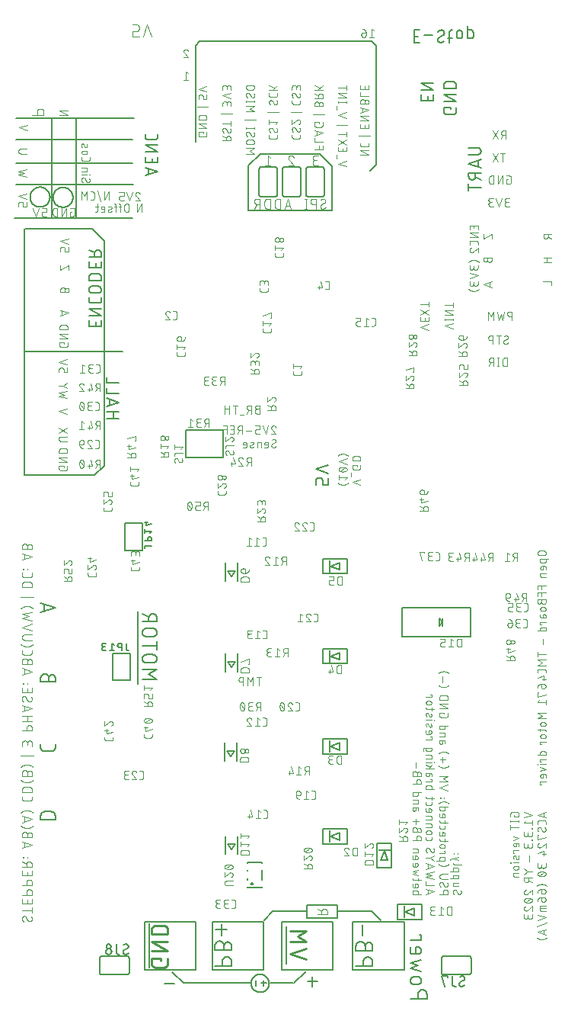
<source format=gbr>
G04 EAGLE Gerber RS-274X export*
G75*
%MOMM*%
%FSLAX34Y34*%
%LPD*%
%INSilkscreen Bottom*%
%IPPOS*%
%AMOC8*
5,1,8,0,0,1.08239X$1,22.5*%
G01*
%ADD10C,0.152400*%
%ADD11C,0.228600*%
%ADD12C,0.076200*%
%ADD13C,0.127000*%
%ADD14C,0.101600*%
%ADD15C,0.200000*%
%ADD16R,0.200000X1.400000*%
%ADD17R,1.400000X0.200000*%
%ADD18C,0.203200*%


D10*
X141012Y-732238D02*
X157268Y-732238D01*
X148237Y-726819D01*
X157268Y-721401D01*
X141012Y-721401D01*
X145528Y-714141D02*
X152752Y-714141D01*
X152885Y-714139D01*
X153017Y-714133D01*
X153149Y-714123D01*
X153281Y-714110D01*
X153413Y-714092D01*
X153543Y-714071D01*
X153674Y-714046D01*
X153803Y-714017D01*
X153931Y-713984D01*
X154059Y-713948D01*
X154185Y-713908D01*
X154310Y-713864D01*
X154434Y-713816D01*
X154556Y-713765D01*
X154677Y-713710D01*
X154796Y-713652D01*
X154914Y-713590D01*
X155029Y-713525D01*
X155143Y-713456D01*
X155254Y-713385D01*
X155363Y-713309D01*
X155470Y-713231D01*
X155575Y-713150D01*
X155677Y-713065D01*
X155777Y-712978D01*
X155874Y-712888D01*
X155969Y-712795D01*
X156060Y-712699D01*
X156149Y-712601D01*
X156235Y-712500D01*
X156318Y-712396D01*
X156398Y-712290D01*
X156474Y-712182D01*
X156548Y-712072D01*
X156618Y-711959D01*
X156685Y-711845D01*
X156748Y-711728D01*
X156808Y-711610D01*
X156865Y-711490D01*
X156918Y-711368D01*
X156967Y-711245D01*
X157013Y-711121D01*
X157055Y-710995D01*
X157093Y-710868D01*
X157128Y-710740D01*
X157159Y-710611D01*
X157186Y-710482D01*
X157209Y-710351D01*
X157229Y-710220D01*
X157244Y-710088D01*
X157256Y-709956D01*
X157264Y-709824D01*
X157268Y-709691D01*
X157268Y-709559D01*
X157264Y-709426D01*
X157256Y-709294D01*
X157244Y-709162D01*
X157229Y-709030D01*
X157209Y-708899D01*
X157186Y-708768D01*
X157159Y-708639D01*
X157128Y-708510D01*
X157093Y-708382D01*
X157055Y-708255D01*
X157013Y-708129D01*
X156967Y-708005D01*
X156918Y-707882D01*
X156865Y-707760D01*
X156808Y-707640D01*
X156748Y-707522D01*
X156685Y-707405D01*
X156618Y-707291D01*
X156548Y-707178D01*
X156474Y-707068D01*
X156398Y-706960D01*
X156318Y-706854D01*
X156235Y-706750D01*
X156149Y-706649D01*
X156060Y-706551D01*
X155969Y-706455D01*
X155874Y-706362D01*
X155777Y-706272D01*
X155677Y-706185D01*
X155575Y-706100D01*
X155470Y-706019D01*
X155363Y-705941D01*
X155254Y-705865D01*
X155143Y-705794D01*
X155029Y-705725D01*
X154914Y-705660D01*
X154796Y-705598D01*
X154677Y-705540D01*
X154556Y-705485D01*
X154434Y-705434D01*
X154310Y-705386D01*
X154185Y-705342D01*
X154059Y-705302D01*
X153931Y-705266D01*
X153803Y-705233D01*
X153674Y-705204D01*
X153543Y-705179D01*
X153413Y-705158D01*
X153281Y-705140D01*
X153149Y-705127D01*
X153017Y-705117D01*
X152885Y-705111D01*
X152752Y-705109D01*
X145528Y-705109D01*
X145395Y-705111D01*
X145263Y-705117D01*
X145131Y-705127D01*
X144999Y-705140D01*
X144867Y-705158D01*
X144737Y-705179D01*
X144606Y-705204D01*
X144477Y-705233D01*
X144349Y-705266D01*
X144221Y-705302D01*
X144095Y-705342D01*
X143970Y-705386D01*
X143846Y-705434D01*
X143724Y-705485D01*
X143603Y-705540D01*
X143484Y-705598D01*
X143366Y-705660D01*
X143251Y-705725D01*
X143137Y-705794D01*
X143026Y-705865D01*
X142917Y-705941D01*
X142810Y-706019D01*
X142705Y-706100D01*
X142603Y-706185D01*
X142503Y-706272D01*
X142406Y-706362D01*
X142311Y-706455D01*
X142220Y-706551D01*
X142131Y-706649D01*
X142045Y-706750D01*
X141962Y-706854D01*
X141882Y-706960D01*
X141806Y-707068D01*
X141732Y-707178D01*
X141662Y-707291D01*
X141595Y-707405D01*
X141532Y-707522D01*
X141472Y-707640D01*
X141415Y-707760D01*
X141362Y-707882D01*
X141313Y-708005D01*
X141267Y-708129D01*
X141225Y-708255D01*
X141187Y-708382D01*
X141152Y-708510D01*
X141121Y-708639D01*
X141094Y-708768D01*
X141071Y-708899D01*
X141051Y-709030D01*
X141036Y-709162D01*
X141024Y-709294D01*
X141016Y-709426D01*
X141012Y-709559D01*
X141012Y-709691D01*
X141016Y-709824D01*
X141024Y-709956D01*
X141036Y-710088D01*
X141051Y-710220D01*
X141071Y-710351D01*
X141094Y-710482D01*
X141121Y-710611D01*
X141152Y-710740D01*
X141187Y-710868D01*
X141225Y-710995D01*
X141267Y-711121D01*
X141313Y-711245D01*
X141362Y-711368D01*
X141415Y-711490D01*
X141472Y-711610D01*
X141532Y-711728D01*
X141595Y-711845D01*
X141662Y-711959D01*
X141732Y-712072D01*
X141806Y-712182D01*
X141882Y-712290D01*
X141962Y-712396D01*
X142045Y-712500D01*
X142131Y-712601D01*
X142220Y-712699D01*
X142311Y-712795D01*
X142406Y-712888D01*
X142503Y-712978D01*
X142603Y-713065D01*
X142705Y-713150D01*
X142810Y-713231D01*
X142917Y-713309D01*
X143026Y-713385D01*
X143137Y-713456D01*
X143251Y-713525D01*
X143366Y-713590D01*
X143484Y-713652D01*
X143603Y-713710D01*
X143724Y-713765D01*
X143846Y-713816D01*
X143970Y-713864D01*
X144095Y-713908D01*
X144221Y-713948D01*
X144349Y-713984D01*
X144477Y-714017D01*
X144606Y-714046D01*
X144737Y-714071D01*
X144867Y-714092D01*
X144999Y-714110D01*
X145131Y-714123D01*
X145263Y-714133D01*
X145395Y-714139D01*
X145528Y-714141D01*
X141012Y-695036D02*
X157268Y-695036D01*
X157268Y-699551D02*
X157268Y-690520D01*
X152752Y-684962D02*
X145528Y-684962D01*
X152752Y-684963D02*
X152885Y-684961D01*
X153017Y-684955D01*
X153149Y-684945D01*
X153281Y-684932D01*
X153413Y-684914D01*
X153543Y-684893D01*
X153674Y-684868D01*
X153803Y-684839D01*
X153931Y-684806D01*
X154059Y-684770D01*
X154185Y-684730D01*
X154310Y-684686D01*
X154434Y-684638D01*
X154556Y-684587D01*
X154677Y-684532D01*
X154796Y-684474D01*
X154914Y-684412D01*
X155029Y-684347D01*
X155143Y-684278D01*
X155254Y-684207D01*
X155363Y-684131D01*
X155470Y-684053D01*
X155575Y-683972D01*
X155677Y-683887D01*
X155777Y-683800D01*
X155874Y-683710D01*
X155969Y-683617D01*
X156060Y-683521D01*
X156149Y-683423D01*
X156235Y-683322D01*
X156318Y-683218D01*
X156398Y-683112D01*
X156474Y-683004D01*
X156548Y-682894D01*
X156618Y-682781D01*
X156685Y-682667D01*
X156748Y-682550D01*
X156808Y-682432D01*
X156865Y-682312D01*
X156918Y-682190D01*
X156967Y-682067D01*
X157013Y-681943D01*
X157055Y-681817D01*
X157093Y-681690D01*
X157128Y-681562D01*
X157159Y-681433D01*
X157186Y-681304D01*
X157209Y-681173D01*
X157229Y-681042D01*
X157244Y-680910D01*
X157256Y-680778D01*
X157264Y-680646D01*
X157268Y-680513D01*
X157268Y-680381D01*
X157264Y-680248D01*
X157256Y-680116D01*
X157244Y-679984D01*
X157229Y-679852D01*
X157209Y-679721D01*
X157186Y-679590D01*
X157159Y-679461D01*
X157128Y-679332D01*
X157093Y-679204D01*
X157055Y-679077D01*
X157013Y-678951D01*
X156967Y-678827D01*
X156918Y-678704D01*
X156865Y-678582D01*
X156808Y-678462D01*
X156748Y-678344D01*
X156685Y-678227D01*
X156618Y-678113D01*
X156548Y-678000D01*
X156474Y-677890D01*
X156398Y-677782D01*
X156318Y-677676D01*
X156235Y-677572D01*
X156149Y-677471D01*
X156060Y-677373D01*
X155969Y-677277D01*
X155874Y-677184D01*
X155777Y-677094D01*
X155677Y-677007D01*
X155575Y-676922D01*
X155470Y-676841D01*
X155363Y-676763D01*
X155254Y-676687D01*
X155143Y-676616D01*
X155029Y-676547D01*
X154914Y-676482D01*
X154796Y-676420D01*
X154677Y-676362D01*
X154556Y-676307D01*
X154434Y-676256D01*
X154310Y-676208D01*
X154185Y-676164D01*
X154059Y-676124D01*
X153931Y-676088D01*
X153803Y-676055D01*
X153674Y-676026D01*
X153543Y-676001D01*
X153413Y-675980D01*
X153281Y-675962D01*
X153149Y-675949D01*
X153017Y-675939D01*
X152885Y-675933D01*
X152752Y-675931D01*
X145528Y-675931D01*
X145395Y-675933D01*
X145263Y-675939D01*
X145131Y-675949D01*
X144999Y-675962D01*
X144867Y-675980D01*
X144737Y-676001D01*
X144606Y-676026D01*
X144477Y-676055D01*
X144349Y-676088D01*
X144221Y-676124D01*
X144095Y-676164D01*
X143970Y-676208D01*
X143846Y-676256D01*
X143724Y-676307D01*
X143603Y-676362D01*
X143484Y-676420D01*
X143366Y-676482D01*
X143251Y-676547D01*
X143137Y-676616D01*
X143026Y-676687D01*
X142917Y-676763D01*
X142810Y-676841D01*
X142705Y-676922D01*
X142603Y-677007D01*
X142503Y-677094D01*
X142406Y-677184D01*
X142311Y-677277D01*
X142220Y-677373D01*
X142131Y-677471D01*
X142045Y-677572D01*
X141962Y-677676D01*
X141882Y-677782D01*
X141806Y-677890D01*
X141732Y-678000D01*
X141662Y-678113D01*
X141595Y-678227D01*
X141532Y-678344D01*
X141472Y-678462D01*
X141415Y-678582D01*
X141362Y-678704D01*
X141313Y-678827D01*
X141267Y-678951D01*
X141225Y-679077D01*
X141187Y-679204D01*
X141152Y-679332D01*
X141121Y-679461D01*
X141094Y-679590D01*
X141071Y-679721D01*
X141051Y-679852D01*
X141036Y-679984D01*
X141024Y-680116D01*
X141016Y-680248D01*
X141012Y-680381D01*
X141012Y-680513D01*
X141016Y-680646D01*
X141024Y-680778D01*
X141036Y-680910D01*
X141051Y-681042D01*
X141071Y-681173D01*
X141094Y-681304D01*
X141121Y-681433D01*
X141152Y-681562D01*
X141187Y-681690D01*
X141225Y-681817D01*
X141267Y-681943D01*
X141313Y-682067D01*
X141362Y-682190D01*
X141415Y-682312D01*
X141472Y-682432D01*
X141532Y-682550D01*
X141595Y-682667D01*
X141662Y-682781D01*
X141732Y-682894D01*
X141806Y-683004D01*
X141882Y-683112D01*
X141962Y-683218D01*
X142045Y-683322D01*
X142131Y-683423D01*
X142220Y-683521D01*
X142311Y-683617D01*
X142406Y-683710D01*
X142503Y-683800D01*
X142603Y-683887D01*
X142705Y-683972D01*
X142810Y-684053D01*
X142917Y-684131D01*
X143026Y-684207D01*
X143137Y-684278D01*
X143251Y-684347D01*
X143366Y-684412D01*
X143484Y-684474D01*
X143603Y-684532D01*
X143724Y-684587D01*
X143846Y-684638D01*
X143970Y-684686D01*
X144095Y-684730D01*
X144221Y-684770D01*
X144349Y-684806D01*
X144477Y-684839D01*
X144606Y-684868D01*
X144737Y-684893D01*
X144867Y-684914D01*
X144999Y-684932D01*
X145131Y-684945D01*
X145263Y-684955D01*
X145395Y-684961D01*
X145528Y-684963D01*
X141012Y-668718D02*
X157268Y-668718D01*
X157268Y-664203D01*
X157266Y-664070D01*
X157260Y-663938D01*
X157250Y-663806D01*
X157237Y-663674D01*
X157219Y-663542D01*
X157198Y-663412D01*
X157173Y-663281D01*
X157144Y-663152D01*
X157111Y-663024D01*
X157075Y-662896D01*
X157035Y-662770D01*
X156991Y-662645D01*
X156943Y-662521D01*
X156892Y-662399D01*
X156837Y-662278D01*
X156779Y-662159D01*
X156717Y-662041D01*
X156652Y-661926D01*
X156583Y-661812D01*
X156512Y-661701D01*
X156436Y-661592D01*
X156358Y-661485D01*
X156277Y-661380D01*
X156192Y-661278D01*
X156105Y-661178D01*
X156015Y-661081D01*
X155922Y-660986D01*
X155826Y-660895D01*
X155728Y-660806D01*
X155627Y-660720D01*
X155523Y-660637D01*
X155417Y-660557D01*
X155309Y-660481D01*
X155199Y-660407D01*
X155086Y-660337D01*
X154972Y-660270D01*
X154855Y-660207D01*
X154737Y-660147D01*
X154617Y-660090D01*
X154495Y-660037D01*
X154372Y-659988D01*
X154248Y-659942D01*
X154122Y-659900D01*
X153995Y-659862D01*
X153867Y-659827D01*
X153738Y-659796D01*
X153609Y-659769D01*
X153478Y-659746D01*
X153347Y-659726D01*
X153215Y-659711D01*
X153083Y-659699D01*
X152951Y-659691D01*
X152818Y-659687D01*
X152686Y-659687D01*
X152553Y-659691D01*
X152421Y-659699D01*
X152289Y-659711D01*
X152157Y-659726D01*
X152026Y-659746D01*
X151895Y-659769D01*
X151766Y-659796D01*
X151637Y-659827D01*
X151509Y-659862D01*
X151382Y-659900D01*
X151256Y-659942D01*
X151132Y-659988D01*
X151009Y-660037D01*
X150887Y-660090D01*
X150767Y-660147D01*
X150649Y-660207D01*
X150532Y-660270D01*
X150418Y-660337D01*
X150305Y-660407D01*
X150195Y-660481D01*
X150087Y-660557D01*
X149981Y-660637D01*
X149877Y-660720D01*
X149776Y-660806D01*
X149678Y-660895D01*
X149582Y-660986D01*
X149489Y-661081D01*
X149399Y-661178D01*
X149312Y-661278D01*
X149227Y-661380D01*
X149146Y-661485D01*
X149068Y-661592D01*
X148992Y-661701D01*
X148921Y-661812D01*
X148852Y-661926D01*
X148787Y-662041D01*
X148725Y-662159D01*
X148667Y-662278D01*
X148612Y-662399D01*
X148561Y-662521D01*
X148513Y-662645D01*
X148469Y-662770D01*
X148429Y-662896D01*
X148393Y-663024D01*
X148360Y-663152D01*
X148331Y-663281D01*
X148306Y-663412D01*
X148285Y-663542D01*
X148267Y-663674D01*
X148254Y-663806D01*
X148244Y-663938D01*
X148238Y-664070D01*
X148236Y-664203D01*
X148237Y-664203D02*
X148237Y-668718D01*
X148237Y-663300D02*
X141012Y-659687D01*
X44268Y-888488D02*
X28012Y-888488D01*
X44268Y-888488D02*
X44268Y-883972D01*
X44266Y-883841D01*
X44260Y-883709D01*
X44251Y-883578D01*
X44237Y-883448D01*
X44220Y-883317D01*
X44199Y-883188D01*
X44175Y-883059D01*
X44146Y-882931D01*
X44114Y-882803D01*
X44078Y-882677D01*
X44039Y-882552D01*
X43996Y-882427D01*
X43949Y-882305D01*
X43899Y-882183D01*
X43845Y-882063D01*
X43788Y-881945D01*
X43727Y-881829D01*
X43663Y-881714D01*
X43596Y-881601D01*
X43525Y-881490D01*
X43451Y-881382D01*
X43374Y-881275D01*
X43294Y-881171D01*
X43211Y-881069D01*
X43126Y-880970D01*
X43037Y-880873D01*
X42945Y-880779D01*
X42851Y-880687D01*
X42754Y-880598D01*
X42655Y-880513D01*
X42553Y-880430D01*
X42449Y-880350D01*
X42342Y-880273D01*
X42234Y-880199D01*
X42123Y-880128D01*
X42010Y-880061D01*
X41895Y-879997D01*
X41779Y-879936D01*
X41661Y-879879D01*
X41541Y-879825D01*
X41419Y-879775D01*
X41297Y-879728D01*
X41172Y-879685D01*
X41047Y-879646D01*
X40921Y-879610D01*
X40793Y-879578D01*
X40665Y-879549D01*
X40536Y-879525D01*
X40407Y-879504D01*
X40276Y-879487D01*
X40146Y-879473D01*
X40015Y-879464D01*
X39883Y-879458D01*
X39752Y-879456D01*
X39752Y-879457D02*
X32528Y-879457D01*
X32528Y-879456D02*
X32397Y-879458D01*
X32265Y-879464D01*
X32134Y-879473D01*
X32004Y-879487D01*
X31873Y-879504D01*
X31744Y-879525D01*
X31615Y-879549D01*
X31487Y-879578D01*
X31359Y-879610D01*
X31233Y-879646D01*
X31108Y-879685D01*
X30983Y-879728D01*
X30861Y-879775D01*
X30739Y-879825D01*
X30619Y-879879D01*
X30501Y-879936D01*
X30385Y-879997D01*
X30270Y-880061D01*
X30157Y-880128D01*
X30046Y-880199D01*
X29938Y-880273D01*
X29831Y-880350D01*
X29727Y-880430D01*
X29625Y-880513D01*
X29526Y-880598D01*
X29429Y-880687D01*
X29335Y-880779D01*
X29243Y-880873D01*
X29154Y-880970D01*
X29069Y-881069D01*
X28986Y-881171D01*
X28906Y-881275D01*
X28829Y-881382D01*
X28755Y-881490D01*
X28684Y-881601D01*
X28617Y-881714D01*
X28553Y-881829D01*
X28492Y-881945D01*
X28435Y-882063D01*
X28381Y-882183D01*
X28331Y-882305D01*
X28284Y-882427D01*
X28241Y-882552D01*
X28202Y-882677D01*
X28166Y-882803D01*
X28134Y-882931D01*
X28105Y-883059D01*
X28081Y-883188D01*
X28060Y-883317D01*
X28043Y-883448D01*
X28029Y-883578D01*
X28020Y-883709D01*
X28014Y-883841D01*
X28012Y-883972D01*
X28012Y-888488D01*
X221762Y-1050738D02*
X240238Y-1050738D01*
X240238Y-1045606D01*
X240236Y-1045465D01*
X240230Y-1045323D01*
X240220Y-1045182D01*
X240207Y-1045041D01*
X240189Y-1044901D01*
X240168Y-1044761D01*
X240143Y-1044622D01*
X240114Y-1044484D01*
X240081Y-1044346D01*
X240044Y-1044210D01*
X240004Y-1044074D01*
X239960Y-1043940D01*
X239912Y-1043807D01*
X239861Y-1043675D01*
X239806Y-1043544D01*
X239747Y-1043416D01*
X239685Y-1043289D01*
X239619Y-1043163D01*
X239550Y-1043040D01*
X239478Y-1042919D01*
X239402Y-1042799D01*
X239323Y-1042682D01*
X239241Y-1042567D01*
X239156Y-1042454D01*
X239067Y-1042343D01*
X238976Y-1042236D01*
X238882Y-1042130D01*
X238785Y-1042027D01*
X238685Y-1041927D01*
X238582Y-1041830D01*
X238476Y-1041736D01*
X238369Y-1041645D01*
X238258Y-1041556D01*
X238145Y-1041471D01*
X238030Y-1041389D01*
X237913Y-1041310D01*
X237793Y-1041234D01*
X237672Y-1041162D01*
X237549Y-1041093D01*
X237423Y-1041027D01*
X237296Y-1040965D01*
X237168Y-1040906D01*
X237037Y-1040851D01*
X236905Y-1040800D01*
X236772Y-1040752D01*
X236638Y-1040708D01*
X236502Y-1040668D01*
X236366Y-1040631D01*
X236228Y-1040598D01*
X236090Y-1040569D01*
X235951Y-1040544D01*
X235811Y-1040523D01*
X235671Y-1040505D01*
X235530Y-1040492D01*
X235389Y-1040482D01*
X235247Y-1040476D01*
X235106Y-1040474D01*
X234965Y-1040476D01*
X234823Y-1040482D01*
X234682Y-1040492D01*
X234541Y-1040505D01*
X234401Y-1040523D01*
X234261Y-1040544D01*
X234122Y-1040569D01*
X233984Y-1040598D01*
X233846Y-1040631D01*
X233710Y-1040668D01*
X233574Y-1040708D01*
X233440Y-1040752D01*
X233307Y-1040800D01*
X233175Y-1040851D01*
X233044Y-1040906D01*
X232916Y-1040965D01*
X232789Y-1041027D01*
X232663Y-1041093D01*
X232540Y-1041162D01*
X232419Y-1041234D01*
X232299Y-1041310D01*
X232182Y-1041389D01*
X232067Y-1041471D01*
X231954Y-1041556D01*
X231843Y-1041645D01*
X231736Y-1041736D01*
X231630Y-1041830D01*
X231527Y-1041927D01*
X231427Y-1042027D01*
X231330Y-1042130D01*
X231236Y-1042236D01*
X231145Y-1042343D01*
X231056Y-1042454D01*
X230971Y-1042567D01*
X230889Y-1042682D01*
X230810Y-1042799D01*
X230734Y-1042919D01*
X230662Y-1043040D01*
X230593Y-1043163D01*
X230527Y-1043289D01*
X230465Y-1043416D01*
X230406Y-1043544D01*
X230351Y-1043675D01*
X230300Y-1043807D01*
X230252Y-1043940D01*
X230208Y-1044074D01*
X230168Y-1044210D01*
X230131Y-1044346D01*
X230098Y-1044484D01*
X230069Y-1044622D01*
X230044Y-1044761D01*
X230023Y-1044901D01*
X230005Y-1045041D01*
X229992Y-1045182D01*
X229982Y-1045323D01*
X229976Y-1045465D01*
X229974Y-1045606D01*
X229974Y-1050738D01*
X232026Y-1033488D02*
X232026Y-1028356D01*
X232024Y-1028215D01*
X232018Y-1028073D01*
X232008Y-1027932D01*
X231995Y-1027791D01*
X231977Y-1027651D01*
X231956Y-1027511D01*
X231931Y-1027372D01*
X231902Y-1027234D01*
X231869Y-1027096D01*
X231832Y-1026960D01*
X231792Y-1026824D01*
X231748Y-1026690D01*
X231700Y-1026557D01*
X231649Y-1026425D01*
X231594Y-1026294D01*
X231535Y-1026166D01*
X231473Y-1026039D01*
X231407Y-1025913D01*
X231338Y-1025790D01*
X231266Y-1025669D01*
X231190Y-1025549D01*
X231111Y-1025432D01*
X231029Y-1025317D01*
X230944Y-1025204D01*
X230855Y-1025093D01*
X230764Y-1024986D01*
X230670Y-1024880D01*
X230573Y-1024777D01*
X230473Y-1024677D01*
X230370Y-1024580D01*
X230264Y-1024486D01*
X230157Y-1024395D01*
X230046Y-1024306D01*
X229933Y-1024221D01*
X229818Y-1024139D01*
X229701Y-1024060D01*
X229581Y-1023984D01*
X229460Y-1023912D01*
X229337Y-1023843D01*
X229211Y-1023777D01*
X229084Y-1023715D01*
X228956Y-1023656D01*
X228825Y-1023601D01*
X228693Y-1023550D01*
X228560Y-1023502D01*
X228426Y-1023458D01*
X228290Y-1023418D01*
X228154Y-1023381D01*
X228016Y-1023348D01*
X227878Y-1023319D01*
X227739Y-1023294D01*
X227599Y-1023273D01*
X227459Y-1023255D01*
X227318Y-1023242D01*
X227177Y-1023232D01*
X227035Y-1023226D01*
X226894Y-1023224D01*
X226753Y-1023226D01*
X226611Y-1023232D01*
X226470Y-1023242D01*
X226329Y-1023255D01*
X226189Y-1023273D01*
X226049Y-1023294D01*
X225910Y-1023319D01*
X225772Y-1023348D01*
X225634Y-1023381D01*
X225498Y-1023418D01*
X225362Y-1023458D01*
X225228Y-1023502D01*
X225095Y-1023550D01*
X224963Y-1023601D01*
X224832Y-1023656D01*
X224704Y-1023715D01*
X224577Y-1023777D01*
X224451Y-1023843D01*
X224328Y-1023912D01*
X224207Y-1023984D01*
X224087Y-1024060D01*
X223970Y-1024139D01*
X223855Y-1024221D01*
X223742Y-1024306D01*
X223631Y-1024395D01*
X223524Y-1024486D01*
X223418Y-1024580D01*
X223315Y-1024677D01*
X223215Y-1024777D01*
X223118Y-1024880D01*
X223024Y-1024986D01*
X222933Y-1025093D01*
X222844Y-1025204D01*
X222759Y-1025317D01*
X222677Y-1025432D01*
X222598Y-1025549D01*
X222522Y-1025669D01*
X222450Y-1025790D01*
X222381Y-1025913D01*
X222315Y-1026039D01*
X222253Y-1026166D01*
X222194Y-1026294D01*
X222139Y-1026425D01*
X222088Y-1026557D01*
X222040Y-1026690D01*
X221996Y-1026824D01*
X221956Y-1026960D01*
X221919Y-1027096D01*
X221886Y-1027234D01*
X221857Y-1027372D01*
X221832Y-1027511D01*
X221811Y-1027651D01*
X221793Y-1027791D01*
X221780Y-1027932D01*
X221770Y-1028073D01*
X221764Y-1028215D01*
X221762Y-1028356D01*
X221762Y-1033488D01*
X240238Y-1033488D01*
X240238Y-1028356D01*
X240236Y-1028230D01*
X240230Y-1028103D01*
X240220Y-1027977D01*
X240207Y-1027851D01*
X240189Y-1027726D01*
X240168Y-1027602D01*
X240143Y-1027478D01*
X240114Y-1027354D01*
X240081Y-1027232D01*
X240045Y-1027111D01*
X240005Y-1026991D01*
X239961Y-1026873D01*
X239913Y-1026756D01*
X239862Y-1026640D01*
X239808Y-1026526D01*
X239749Y-1026413D01*
X239688Y-1026303D01*
X239623Y-1026194D01*
X239555Y-1026088D01*
X239483Y-1025984D01*
X239409Y-1025882D01*
X239331Y-1025782D01*
X239250Y-1025685D01*
X239166Y-1025590D01*
X239080Y-1025498D01*
X238990Y-1025408D01*
X238898Y-1025322D01*
X238803Y-1025238D01*
X238706Y-1025157D01*
X238606Y-1025079D01*
X238504Y-1025005D01*
X238400Y-1024933D01*
X238294Y-1024865D01*
X238185Y-1024800D01*
X238075Y-1024739D01*
X237962Y-1024680D01*
X237848Y-1024626D01*
X237732Y-1024575D01*
X237615Y-1024527D01*
X237497Y-1024483D01*
X237377Y-1024443D01*
X237256Y-1024407D01*
X237134Y-1024374D01*
X237010Y-1024345D01*
X236886Y-1024320D01*
X236762Y-1024299D01*
X236637Y-1024281D01*
X236511Y-1024268D01*
X236385Y-1024258D01*
X236258Y-1024252D01*
X236132Y-1024250D01*
X236006Y-1024252D01*
X235879Y-1024258D01*
X235753Y-1024268D01*
X235627Y-1024281D01*
X235502Y-1024299D01*
X235378Y-1024320D01*
X235254Y-1024345D01*
X235130Y-1024374D01*
X235008Y-1024407D01*
X234887Y-1024443D01*
X234767Y-1024483D01*
X234649Y-1024527D01*
X234532Y-1024575D01*
X234416Y-1024626D01*
X234302Y-1024680D01*
X234189Y-1024739D01*
X234079Y-1024800D01*
X233970Y-1024865D01*
X233864Y-1024933D01*
X233760Y-1025005D01*
X233658Y-1025079D01*
X233558Y-1025157D01*
X233461Y-1025238D01*
X233366Y-1025322D01*
X233274Y-1025408D01*
X233184Y-1025498D01*
X233098Y-1025590D01*
X233014Y-1025685D01*
X232933Y-1025782D01*
X232855Y-1025882D01*
X232781Y-1025984D01*
X232709Y-1026088D01*
X232641Y-1026194D01*
X232576Y-1026303D01*
X232515Y-1026413D01*
X232456Y-1026526D01*
X232402Y-1026640D01*
X232351Y-1026756D01*
X232303Y-1026873D01*
X232259Y-1026991D01*
X232219Y-1027111D01*
X232183Y-1027232D01*
X232150Y-1027354D01*
X232121Y-1027478D01*
X232096Y-1027602D01*
X232075Y-1027726D01*
X232057Y-1027851D01*
X232044Y-1027977D01*
X232034Y-1028103D01*
X232028Y-1028230D01*
X232026Y-1028356D01*
X228947Y-1016879D02*
X228947Y-1004562D01*
X222788Y-1010720D02*
X235106Y-1010720D01*
X378512Y-1051238D02*
X396988Y-1051238D01*
X396988Y-1046106D01*
X396986Y-1045965D01*
X396980Y-1045823D01*
X396970Y-1045682D01*
X396957Y-1045541D01*
X396939Y-1045401D01*
X396918Y-1045261D01*
X396893Y-1045122D01*
X396864Y-1044984D01*
X396831Y-1044846D01*
X396794Y-1044710D01*
X396754Y-1044574D01*
X396710Y-1044440D01*
X396662Y-1044307D01*
X396611Y-1044175D01*
X396556Y-1044044D01*
X396497Y-1043916D01*
X396435Y-1043789D01*
X396369Y-1043663D01*
X396300Y-1043540D01*
X396228Y-1043419D01*
X396152Y-1043299D01*
X396073Y-1043182D01*
X395991Y-1043067D01*
X395906Y-1042954D01*
X395817Y-1042843D01*
X395726Y-1042736D01*
X395632Y-1042630D01*
X395535Y-1042527D01*
X395435Y-1042427D01*
X395332Y-1042330D01*
X395226Y-1042236D01*
X395119Y-1042145D01*
X395008Y-1042056D01*
X394895Y-1041971D01*
X394780Y-1041889D01*
X394663Y-1041810D01*
X394543Y-1041734D01*
X394422Y-1041662D01*
X394299Y-1041593D01*
X394173Y-1041527D01*
X394046Y-1041465D01*
X393918Y-1041406D01*
X393787Y-1041351D01*
X393655Y-1041300D01*
X393522Y-1041252D01*
X393388Y-1041208D01*
X393252Y-1041168D01*
X393116Y-1041131D01*
X392978Y-1041098D01*
X392840Y-1041069D01*
X392701Y-1041044D01*
X392561Y-1041023D01*
X392421Y-1041005D01*
X392280Y-1040992D01*
X392139Y-1040982D01*
X391997Y-1040976D01*
X391856Y-1040974D01*
X391715Y-1040976D01*
X391573Y-1040982D01*
X391432Y-1040992D01*
X391291Y-1041005D01*
X391151Y-1041023D01*
X391011Y-1041044D01*
X390872Y-1041069D01*
X390734Y-1041098D01*
X390596Y-1041131D01*
X390460Y-1041168D01*
X390324Y-1041208D01*
X390190Y-1041252D01*
X390057Y-1041300D01*
X389925Y-1041351D01*
X389794Y-1041406D01*
X389666Y-1041465D01*
X389539Y-1041527D01*
X389413Y-1041593D01*
X389290Y-1041662D01*
X389169Y-1041734D01*
X389049Y-1041810D01*
X388932Y-1041889D01*
X388817Y-1041971D01*
X388704Y-1042056D01*
X388593Y-1042145D01*
X388486Y-1042236D01*
X388380Y-1042330D01*
X388277Y-1042427D01*
X388177Y-1042527D01*
X388080Y-1042630D01*
X387986Y-1042736D01*
X387895Y-1042843D01*
X387806Y-1042954D01*
X387721Y-1043067D01*
X387639Y-1043182D01*
X387560Y-1043299D01*
X387484Y-1043419D01*
X387412Y-1043540D01*
X387343Y-1043663D01*
X387277Y-1043789D01*
X387215Y-1043916D01*
X387156Y-1044044D01*
X387101Y-1044175D01*
X387050Y-1044307D01*
X387002Y-1044440D01*
X386958Y-1044574D01*
X386918Y-1044710D01*
X386881Y-1044846D01*
X386848Y-1044984D01*
X386819Y-1045122D01*
X386794Y-1045261D01*
X386773Y-1045401D01*
X386755Y-1045541D01*
X386742Y-1045682D01*
X386732Y-1045823D01*
X386726Y-1045965D01*
X386724Y-1046106D01*
X386724Y-1051238D01*
X388776Y-1033988D02*
X388776Y-1028856D01*
X388774Y-1028715D01*
X388768Y-1028573D01*
X388758Y-1028432D01*
X388745Y-1028291D01*
X388727Y-1028151D01*
X388706Y-1028011D01*
X388681Y-1027872D01*
X388652Y-1027734D01*
X388619Y-1027596D01*
X388582Y-1027460D01*
X388542Y-1027324D01*
X388498Y-1027190D01*
X388450Y-1027057D01*
X388399Y-1026925D01*
X388344Y-1026794D01*
X388285Y-1026666D01*
X388223Y-1026539D01*
X388157Y-1026413D01*
X388088Y-1026290D01*
X388016Y-1026169D01*
X387940Y-1026049D01*
X387861Y-1025932D01*
X387779Y-1025817D01*
X387694Y-1025704D01*
X387605Y-1025593D01*
X387514Y-1025486D01*
X387420Y-1025380D01*
X387323Y-1025277D01*
X387223Y-1025177D01*
X387120Y-1025080D01*
X387014Y-1024986D01*
X386907Y-1024895D01*
X386796Y-1024806D01*
X386683Y-1024721D01*
X386568Y-1024639D01*
X386451Y-1024560D01*
X386331Y-1024484D01*
X386210Y-1024412D01*
X386087Y-1024343D01*
X385961Y-1024277D01*
X385834Y-1024215D01*
X385706Y-1024156D01*
X385575Y-1024101D01*
X385443Y-1024050D01*
X385310Y-1024002D01*
X385176Y-1023958D01*
X385040Y-1023918D01*
X384904Y-1023881D01*
X384766Y-1023848D01*
X384628Y-1023819D01*
X384489Y-1023794D01*
X384349Y-1023773D01*
X384209Y-1023755D01*
X384068Y-1023742D01*
X383927Y-1023732D01*
X383785Y-1023726D01*
X383644Y-1023724D01*
X383503Y-1023726D01*
X383361Y-1023732D01*
X383220Y-1023742D01*
X383079Y-1023755D01*
X382939Y-1023773D01*
X382799Y-1023794D01*
X382660Y-1023819D01*
X382522Y-1023848D01*
X382384Y-1023881D01*
X382248Y-1023918D01*
X382112Y-1023958D01*
X381978Y-1024002D01*
X381845Y-1024050D01*
X381713Y-1024101D01*
X381582Y-1024156D01*
X381454Y-1024215D01*
X381327Y-1024277D01*
X381201Y-1024343D01*
X381078Y-1024412D01*
X380957Y-1024484D01*
X380837Y-1024560D01*
X380720Y-1024639D01*
X380605Y-1024721D01*
X380492Y-1024806D01*
X380381Y-1024895D01*
X380274Y-1024986D01*
X380168Y-1025080D01*
X380065Y-1025177D01*
X379965Y-1025277D01*
X379868Y-1025380D01*
X379774Y-1025486D01*
X379683Y-1025593D01*
X379594Y-1025704D01*
X379509Y-1025817D01*
X379427Y-1025932D01*
X379348Y-1026049D01*
X379272Y-1026169D01*
X379200Y-1026290D01*
X379131Y-1026413D01*
X379065Y-1026539D01*
X379003Y-1026666D01*
X378944Y-1026794D01*
X378889Y-1026925D01*
X378838Y-1027057D01*
X378790Y-1027190D01*
X378746Y-1027324D01*
X378706Y-1027460D01*
X378669Y-1027596D01*
X378636Y-1027734D01*
X378607Y-1027872D01*
X378582Y-1028011D01*
X378561Y-1028151D01*
X378543Y-1028291D01*
X378530Y-1028432D01*
X378520Y-1028573D01*
X378514Y-1028715D01*
X378512Y-1028856D01*
X378512Y-1033988D01*
X396988Y-1033988D01*
X396988Y-1028856D01*
X396986Y-1028730D01*
X396980Y-1028603D01*
X396970Y-1028477D01*
X396957Y-1028351D01*
X396939Y-1028226D01*
X396918Y-1028102D01*
X396893Y-1027978D01*
X396864Y-1027854D01*
X396831Y-1027732D01*
X396795Y-1027611D01*
X396755Y-1027491D01*
X396711Y-1027373D01*
X396663Y-1027256D01*
X396612Y-1027140D01*
X396558Y-1027026D01*
X396499Y-1026913D01*
X396438Y-1026803D01*
X396373Y-1026694D01*
X396305Y-1026588D01*
X396233Y-1026484D01*
X396159Y-1026382D01*
X396081Y-1026282D01*
X396000Y-1026185D01*
X395916Y-1026090D01*
X395830Y-1025998D01*
X395740Y-1025908D01*
X395648Y-1025822D01*
X395553Y-1025738D01*
X395456Y-1025657D01*
X395356Y-1025579D01*
X395254Y-1025505D01*
X395150Y-1025433D01*
X395044Y-1025365D01*
X394935Y-1025300D01*
X394825Y-1025239D01*
X394712Y-1025180D01*
X394598Y-1025126D01*
X394482Y-1025075D01*
X394365Y-1025027D01*
X394247Y-1024983D01*
X394127Y-1024943D01*
X394006Y-1024907D01*
X393884Y-1024874D01*
X393760Y-1024845D01*
X393636Y-1024820D01*
X393512Y-1024799D01*
X393387Y-1024781D01*
X393261Y-1024768D01*
X393135Y-1024758D01*
X393008Y-1024752D01*
X392882Y-1024750D01*
X392756Y-1024752D01*
X392629Y-1024758D01*
X392503Y-1024768D01*
X392377Y-1024781D01*
X392252Y-1024799D01*
X392128Y-1024820D01*
X392004Y-1024845D01*
X391880Y-1024874D01*
X391758Y-1024907D01*
X391637Y-1024943D01*
X391517Y-1024983D01*
X391399Y-1025027D01*
X391282Y-1025075D01*
X391166Y-1025126D01*
X391052Y-1025180D01*
X390939Y-1025239D01*
X390829Y-1025300D01*
X390720Y-1025365D01*
X390614Y-1025433D01*
X390510Y-1025505D01*
X390408Y-1025579D01*
X390308Y-1025657D01*
X390211Y-1025738D01*
X390116Y-1025822D01*
X390024Y-1025908D01*
X389934Y-1025998D01*
X389848Y-1026090D01*
X389764Y-1026185D01*
X389683Y-1026282D01*
X389605Y-1026382D01*
X389531Y-1026484D01*
X389459Y-1026588D01*
X389391Y-1026694D01*
X389326Y-1026803D01*
X389265Y-1026913D01*
X389206Y-1027026D01*
X389152Y-1027140D01*
X389101Y-1027256D01*
X389053Y-1027373D01*
X389009Y-1027491D01*
X388969Y-1027611D01*
X388933Y-1027732D01*
X388900Y-1027854D01*
X388871Y-1027978D01*
X388846Y-1028102D01*
X388825Y-1028226D01*
X388807Y-1028351D01*
X388794Y-1028477D01*
X388784Y-1028603D01*
X388778Y-1028730D01*
X388776Y-1028856D01*
X385697Y-1017379D02*
X385697Y-1005062D01*
D11*
X323357Y-1043107D02*
X305643Y-1037202D01*
X323357Y-1031298D01*
X323357Y-1024132D02*
X305643Y-1024132D01*
X313516Y-1018227D02*
X323357Y-1024132D01*
X313516Y-1018227D02*
X323357Y-1012323D01*
X305643Y-1012323D01*
X161234Y-1042516D02*
X161234Y-1045468D01*
X161234Y-1042516D02*
X151393Y-1042516D01*
X151393Y-1048421D01*
X151395Y-1048545D01*
X151401Y-1048668D01*
X151410Y-1048791D01*
X151424Y-1048914D01*
X151441Y-1049037D01*
X151463Y-1049159D01*
X151488Y-1049280D01*
X151517Y-1049400D01*
X151549Y-1049519D01*
X151586Y-1049637D01*
X151626Y-1049754D01*
X151669Y-1049870D01*
X151717Y-1049984D01*
X151768Y-1050097D01*
X151822Y-1050208D01*
X151880Y-1050317D01*
X151941Y-1050425D01*
X152006Y-1050530D01*
X152074Y-1050633D01*
X152145Y-1050735D01*
X152219Y-1050833D01*
X152296Y-1050930D01*
X152377Y-1051024D01*
X152460Y-1051115D01*
X152546Y-1051204D01*
X152635Y-1051290D01*
X152726Y-1051373D01*
X152820Y-1051454D01*
X152917Y-1051531D01*
X153015Y-1051605D01*
X153117Y-1051676D01*
X153220Y-1051744D01*
X153325Y-1051809D01*
X153433Y-1051870D01*
X153542Y-1051928D01*
X153653Y-1051982D01*
X153766Y-1052033D01*
X153880Y-1052081D01*
X153996Y-1052124D01*
X154113Y-1052164D01*
X154231Y-1052201D01*
X154350Y-1052233D01*
X154470Y-1052262D01*
X154591Y-1052287D01*
X154713Y-1052309D01*
X154836Y-1052326D01*
X154959Y-1052340D01*
X155082Y-1052349D01*
X155205Y-1052355D01*
X155329Y-1052357D01*
X165171Y-1052357D01*
X165295Y-1052355D01*
X165418Y-1052349D01*
X165541Y-1052340D01*
X165664Y-1052326D01*
X165787Y-1052309D01*
X165909Y-1052287D01*
X166030Y-1052262D01*
X166150Y-1052233D01*
X166269Y-1052201D01*
X166387Y-1052164D01*
X166504Y-1052124D01*
X166620Y-1052081D01*
X166734Y-1052033D01*
X166847Y-1051982D01*
X166958Y-1051928D01*
X167067Y-1051870D01*
X167175Y-1051809D01*
X167280Y-1051744D01*
X167383Y-1051676D01*
X167485Y-1051605D01*
X167583Y-1051531D01*
X167680Y-1051454D01*
X167774Y-1051373D01*
X167865Y-1051290D01*
X167954Y-1051204D01*
X168040Y-1051115D01*
X168123Y-1051024D01*
X168204Y-1050930D01*
X168281Y-1050833D01*
X168355Y-1050735D01*
X168426Y-1050633D01*
X168494Y-1050530D01*
X168559Y-1050425D01*
X168620Y-1050317D01*
X168678Y-1050208D01*
X168732Y-1050097D01*
X168783Y-1049984D01*
X168831Y-1049870D01*
X168874Y-1049754D01*
X168914Y-1049637D01*
X168951Y-1049519D01*
X168983Y-1049400D01*
X169012Y-1049280D01*
X169037Y-1049159D01*
X169059Y-1049037D01*
X169076Y-1048914D01*
X169090Y-1048791D01*
X169099Y-1048668D01*
X169105Y-1048545D01*
X169107Y-1048421D01*
X169107Y-1042516D01*
X169107Y-1033957D02*
X151393Y-1033957D01*
X151393Y-1024116D02*
X169107Y-1033957D01*
X169107Y-1024116D02*
X151393Y-1024116D01*
X151393Y-1015557D02*
X169107Y-1015557D01*
X169107Y-1010637D01*
X169105Y-1010499D01*
X169099Y-1010361D01*
X169090Y-1010223D01*
X169076Y-1010086D01*
X169059Y-1009949D01*
X169037Y-1009813D01*
X169012Y-1009677D01*
X168984Y-1009542D01*
X168951Y-1009408D01*
X168915Y-1009275D01*
X168875Y-1009143D01*
X168831Y-1009012D01*
X168783Y-1008882D01*
X168732Y-1008754D01*
X168678Y-1008627D01*
X168620Y-1008502D01*
X168558Y-1008378D01*
X168493Y-1008257D01*
X168425Y-1008137D01*
X168353Y-1008019D01*
X168278Y-1007903D01*
X168199Y-1007789D01*
X168118Y-1007678D01*
X168033Y-1007569D01*
X167946Y-1007462D01*
X167855Y-1007358D01*
X167762Y-1007256D01*
X167666Y-1007157D01*
X167567Y-1007061D01*
X167465Y-1006968D01*
X167361Y-1006877D01*
X167254Y-1006790D01*
X167145Y-1006705D01*
X167034Y-1006624D01*
X166920Y-1006545D01*
X166804Y-1006470D01*
X166686Y-1006398D01*
X166566Y-1006330D01*
X166445Y-1006265D01*
X166321Y-1006203D01*
X166196Y-1006145D01*
X166069Y-1006091D01*
X165941Y-1006040D01*
X165811Y-1005992D01*
X165680Y-1005948D01*
X165548Y-1005908D01*
X165415Y-1005872D01*
X165281Y-1005839D01*
X165146Y-1005811D01*
X165010Y-1005786D01*
X164874Y-1005764D01*
X164737Y-1005747D01*
X164600Y-1005733D01*
X164462Y-1005724D01*
X164324Y-1005718D01*
X164186Y-1005716D01*
X156314Y-1005716D01*
X156176Y-1005718D01*
X156038Y-1005724D01*
X155900Y-1005733D01*
X155763Y-1005747D01*
X155626Y-1005764D01*
X155490Y-1005786D01*
X155354Y-1005811D01*
X155219Y-1005839D01*
X155085Y-1005872D01*
X154952Y-1005908D01*
X154820Y-1005948D01*
X154689Y-1005992D01*
X154559Y-1006040D01*
X154431Y-1006091D01*
X154304Y-1006145D01*
X154179Y-1006203D01*
X154055Y-1006265D01*
X153934Y-1006330D01*
X153814Y-1006398D01*
X153696Y-1006470D01*
X153580Y-1006545D01*
X153466Y-1006624D01*
X153355Y-1006705D01*
X153246Y-1006790D01*
X153139Y-1006877D01*
X153035Y-1006968D01*
X152933Y-1007061D01*
X152834Y-1007157D01*
X152738Y-1007256D01*
X152645Y-1007358D01*
X152554Y-1007462D01*
X152467Y-1007569D01*
X152382Y-1007678D01*
X152301Y-1007789D01*
X152222Y-1007903D01*
X152147Y-1008019D01*
X152075Y-1008137D01*
X152007Y-1008257D01*
X151942Y-1008378D01*
X151880Y-1008502D01*
X151822Y-1008627D01*
X151768Y-1008754D01*
X151717Y-1008882D01*
X151669Y-1009012D01*
X151625Y-1009143D01*
X151585Y-1009275D01*
X151549Y-1009408D01*
X151516Y-1009542D01*
X151488Y-1009677D01*
X151463Y-1009813D01*
X151441Y-1009949D01*
X151424Y-1010086D01*
X151410Y-1010223D01*
X151401Y-1010361D01*
X151395Y-1010499D01*
X151393Y-1010637D01*
X151393Y-1015557D01*
D12*
X192119Y-59934D02*
X189553Y-57881D01*
X189553Y-67119D01*
X192119Y-67119D02*
X186987Y-67119D01*
X186986Y-35191D02*
X186988Y-35096D01*
X186994Y-35000D01*
X187004Y-34905D01*
X187018Y-34811D01*
X187035Y-34717D01*
X187057Y-34624D01*
X187082Y-34532D01*
X187111Y-34441D01*
X187144Y-34351D01*
X187181Y-34263D01*
X187221Y-34176D01*
X187264Y-34092D01*
X187312Y-34009D01*
X187362Y-33928D01*
X187416Y-33849D01*
X187473Y-33772D01*
X187533Y-33698D01*
X187596Y-33627D01*
X187663Y-33558D01*
X187731Y-33492D01*
X187803Y-33428D01*
X187877Y-33368D01*
X187954Y-33311D01*
X188033Y-33257D01*
X188114Y-33207D01*
X188197Y-33159D01*
X188281Y-33116D01*
X188368Y-33076D01*
X188456Y-33039D01*
X188546Y-33006D01*
X188637Y-32977D01*
X188729Y-32952D01*
X188822Y-32930D01*
X188916Y-32913D01*
X189010Y-32899D01*
X189105Y-32889D01*
X189200Y-32883D01*
X189296Y-32881D01*
X189402Y-32883D01*
X189509Y-32889D01*
X189615Y-32898D01*
X189721Y-32912D01*
X189826Y-32929D01*
X189931Y-32950D01*
X190034Y-32974D01*
X190137Y-33003D01*
X190239Y-33035D01*
X190339Y-33070D01*
X190438Y-33110D01*
X190536Y-33153D01*
X190632Y-33199D01*
X190726Y-33249D01*
X190819Y-33302D01*
X190909Y-33358D01*
X190998Y-33418D01*
X191084Y-33480D01*
X191168Y-33546D01*
X191249Y-33615D01*
X191328Y-33686D01*
X191405Y-33761D01*
X191478Y-33838D01*
X191549Y-33918D01*
X191617Y-34000D01*
X191682Y-34084D01*
X191744Y-34171D01*
X191802Y-34260D01*
X191858Y-34351D01*
X191910Y-34444D01*
X191959Y-34539D01*
X192004Y-34636D01*
X192046Y-34734D01*
X192084Y-34833D01*
X192119Y-34934D01*
X187757Y-36987D02*
X187689Y-36920D01*
X187623Y-36850D01*
X187561Y-36777D01*
X187501Y-36703D01*
X187444Y-36626D01*
X187390Y-36547D01*
X187340Y-36466D01*
X187292Y-36383D01*
X187248Y-36298D01*
X187207Y-36212D01*
X187169Y-36124D01*
X187135Y-36035D01*
X187104Y-35944D01*
X187077Y-35852D01*
X187053Y-35760D01*
X187033Y-35666D01*
X187016Y-35572D01*
X187004Y-35477D01*
X186994Y-35382D01*
X186989Y-35287D01*
X186987Y-35191D01*
X187757Y-36987D02*
X192119Y-42119D01*
X186987Y-42119D01*
X396053Y-10381D02*
X398619Y-12434D01*
X396053Y-10381D02*
X396053Y-19619D01*
X398619Y-19619D02*
X393487Y-19619D01*
X389619Y-14487D02*
X386540Y-14487D01*
X386450Y-14489D01*
X386361Y-14495D01*
X386272Y-14505D01*
X386184Y-14518D01*
X386096Y-14536D01*
X386009Y-14557D01*
X385923Y-14582D01*
X385838Y-14611D01*
X385754Y-14643D01*
X385672Y-14679D01*
X385592Y-14719D01*
X385514Y-14762D01*
X385437Y-14809D01*
X385362Y-14858D01*
X385290Y-14911D01*
X385220Y-14967D01*
X385153Y-15026D01*
X385088Y-15088D01*
X385026Y-15153D01*
X384967Y-15220D01*
X384911Y-15290D01*
X384858Y-15362D01*
X384809Y-15437D01*
X384762Y-15513D01*
X384719Y-15592D01*
X384679Y-15672D01*
X384643Y-15754D01*
X384611Y-15838D01*
X384582Y-15923D01*
X384557Y-16009D01*
X384536Y-16096D01*
X384518Y-16184D01*
X384505Y-16272D01*
X384495Y-16361D01*
X384489Y-16450D01*
X384487Y-16540D01*
X384487Y-17053D01*
X384489Y-17152D01*
X384495Y-17252D01*
X384504Y-17351D01*
X384518Y-17449D01*
X384535Y-17547D01*
X384556Y-17645D01*
X384581Y-17741D01*
X384610Y-17836D01*
X384642Y-17931D01*
X384678Y-18023D01*
X384717Y-18115D01*
X384760Y-18205D01*
X384806Y-18293D01*
X384856Y-18379D01*
X384909Y-18463D01*
X384965Y-18545D01*
X385025Y-18625D01*
X385087Y-18702D01*
X385153Y-18777D01*
X385221Y-18850D01*
X385292Y-18919D01*
X385366Y-18986D01*
X385442Y-19050D01*
X385521Y-19111D01*
X385602Y-19169D01*
X385685Y-19224D01*
X385770Y-19275D01*
X385857Y-19323D01*
X385946Y-19368D01*
X386037Y-19409D01*
X386129Y-19447D01*
X386222Y-19481D01*
X386317Y-19511D01*
X386413Y-19538D01*
X386510Y-19561D01*
X386607Y-19580D01*
X386706Y-19595D01*
X386805Y-19607D01*
X386904Y-19615D01*
X387003Y-19619D01*
X387103Y-19619D01*
X387202Y-19615D01*
X387301Y-19607D01*
X387400Y-19595D01*
X387499Y-19580D01*
X387596Y-19561D01*
X387693Y-19538D01*
X387789Y-19511D01*
X387884Y-19481D01*
X387977Y-19447D01*
X388069Y-19409D01*
X388160Y-19368D01*
X388249Y-19323D01*
X388336Y-19275D01*
X388421Y-19224D01*
X388504Y-19169D01*
X388585Y-19111D01*
X388664Y-19050D01*
X388740Y-18986D01*
X388814Y-18919D01*
X388885Y-18850D01*
X388953Y-18777D01*
X389019Y-18702D01*
X389081Y-18625D01*
X389141Y-18545D01*
X389197Y-18463D01*
X389250Y-18379D01*
X389300Y-18293D01*
X389346Y-18205D01*
X389389Y-18115D01*
X389428Y-18023D01*
X389464Y-17931D01*
X389496Y-17836D01*
X389525Y-17741D01*
X389550Y-17645D01*
X389571Y-17547D01*
X389588Y-17449D01*
X389602Y-17351D01*
X389611Y-17252D01*
X389617Y-17152D01*
X389619Y-17053D01*
X389619Y-14487D01*
X389617Y-14361D01*
X389611Y-14234D01*
X389601Y-14108D01*
X389588Y-13982D01*
X389570Y-13857D01*
X389549Y-13733D01*
X389524Y-13609D01*
X389495Y-13485D01*
X389462Y-13363D01*
X389426Y-13242D01*
X389386Y-13122D01*
X389342Y-13004D01*
X389294Y-12887D01*
X389243Y-12771D01*
X389189Y-12657D01*
X389130Y-12544D01*
X389069Y-12434D01*
X389004Y-12325D01*
X388936Y-12219D01*
X388864Y-12115D01*
X388790Y-12013D01*
X388712Y-11913D01*
X388631Y-11816D01*
X388547Y-11721D01*
X388461Y-11629D01*
X388371Y-11539D01*
X388279Y-11453D01*
X388184Y-11369D01*
X388087Y-11288D01*
X387987Y-11210D01*
X387885Y-11136D01*
X387781Y-11064D01*
X387675Y-10996D01*
X387566Y-10931D01*
X387456Y-10870D01*
X387343Y-10811D01*
X387229Y-10757D01*
X387114Y-10706D01*
X386996Y-10658D01*
X386878Y-10614D01*
X386758Y-10574D01*
X386637Y-10538D01*
X386515Y-10505D01*
X386391Y-10476D01*
X386268Y-10451D01*
X386143Y-10430D01*
X386018Y-10412D01*
X385892Y-10399D01*
X385766Y-10389D01*
X385640Y-10383D01*
X385513Y-10381D01*
X58619Y-325540D02*
X49381Y-328619D01*
X49381Y-322460D02*
X58619Y-325540D01*
X51691Y-323230D02*
X51691Y-327849D01*
X55013Y-302619D02*
X55013Y-300053D01*
X55011Y-299954D01*
X55005Y-299854D01*
X54996Y-299755D01*
X54982Y-299657D01*
X54965Y-299559D01*
X54944Y-299461D01*
X54919Y-299365D01*
X54890Y-299270D01*
X54858Y-299175D01*
X54822Y-299083D01*
X54783Y-298991D01*
X54740Y-298901D01*
X54694Y-298813D01*
X54644Y-298727D01*
X54591Y-298643D01*
X54535Y-298561D01*
X54475Y-298481D01*
X54413Y-298404D01*
X54347Y-298329D01*
X54279Y-298256D01*
X54208Y-298187D01*
X54134Y-298120D01*
X54058Y-298056D01*
X53979Y-297995D01*
X53898Y-297937D01*
X53815Y-297882D01*
X53730Y-297831D01*
X53643Y-297783D01*
X53554Y-297738D01*
X53463Y-297697D01*
X53371Y-297659D01*
X53278Y-297625D01*
X53183Y-297595D01*
X53087Y-297568D01*
X52990Y-297545D01*
X52893Y-297526D01*
X52794Y-297511D01*
X52695Y-297499D01*
X52596Y-297491D01*
X52497Y-297487D01*
X52397Y-297487D01*
X52298Y-297491D01*
X52199Y-297499D01*
X52100Y-297511D01*
X52001Y-297526D01*
X51904Y-297545D01*
X51807Y-297568D01*
X51711Y-297595D01*
X51616Y-297625D01*
X51523Y-297659D01*
X51431Y-297697D01*
X51340Y-297738D01*
X51251Y-297783D01*
X51164Y-297831D01*
X51079Y-297882D01*
X50996Y-297937D01*
X50915Y-297995D01*
X50836Y-298056D01*
X50760Y-298120D01*
X50686Y-298187D01*
X50615Y-298256D01*
X50547Y-298329D01*
X50481Y-298404D01*
X50419Y-298481D01*
X50359Y-298561D01*
X50303Y-298643D01*
X50250Y-298727D01*
X50200Y-298813D01*
X50154Y-298901D01*
X50111Y-298991D01*
X50072Y-299083D01*
X50036Y-299175D01*
X50004Y-299270D01*
X49975Y-299365D01*
X49950Y-299461D01*
X49929Y-299559D01*
X49912Y-299657D01*
X49898Y-299755D01*
X49889Y-299854D01*
X49883Y-299954D01*
X49881Y-300053D01*
X49881Y-302619D01*
X59119Y-302619D01*
X59119Y-300053D01*
X59117Y-299963D01*
X59111Y-299874D01*
X59101Y-299785D01*
X59088Y-299697D01*
X59070Y-299609D01*
X59049Y-299522D01*
X59024Y-299436D01*
X58995Y-299351D01*
X58963Y-299267D01*
X58927Y-299185D01*
X58887Y-299105D01*
X58844Y-299027D01*
X58797Y-298950D01*
X58748Y-298875D01*
X58695Y-298803D01*
X58639Y-298733D01*
X58580Y-298666D01*
X58518Y-298601D01*
X58453Y-298539D01*
X58386Y-298480D01*
X58316Y-298424D01*
X58244Y-298371D01*
X58169Y-298322D01*
X58093Y-298275D01*
X58014Y-298232D01*
X57934Y-298192D01*
X57852Y-298156D01*
X57768Y-298124D01*
X57683Y-298095D01*
X57597Y-298070D01*
X57510Y-298049D01*
X57422Y-298031D01*
X57334Y-298018D01*
X57245Y-298008D01*
X57156Y-298002D01*
X57066Y-298000D01*
X56976Y-298002D01*
X56887Y-298008D01*
X56798Y-298018D01*
X56710Y-298031D01*
X56622Y-298049D01*
X56535Y-298070D01*
X56449Y-298095D01*
X56364Y-298124D01*
X56280Y-298156D01*
X56198Y-298192D01*
X56118Y-298232D01*
X56040Y-298275D01*
X55963Y-298322D01*
X55888Y-298371D01*
X55816Y-298424D01*
X55746Y-298480D01*
X55679Y-298539D01*
X55614Y-298601D01*
X55552Y-298666D01*
X55493Y-298733D01*
X55437Y-298803D01*
X55384Y-298875D01*
X55335Y-298950D01*
X55288Y-299027D01*
X55245Y-299105D01*
X55205Y-299185D01*
X55169Y-299267D01*
X55137Y-299351D01*
X55108Y-299436D01*
X55083Y-299522D01*
X55062Y-299609D01*
X55044Y-299697D01*
X55031Y-299785D01*
X55021Y-299874D01*
X55015Y-299963D01*
X55013Y-300053D01*
X59119Y-277619D02*
X59119Y-272487D01*
X49881Y-277619D01*
X49881Y-272487D01*
X49881Y-257619D02*
X49881Y-254540D01*
X49883Y-254450D01*
X49889Y-254361D01*
X49899Y-254272D01*
X49912Y-254184D01*
X49930Y-254096D01*
X49951Y-254009D01*
X49976Y-253923D01*
X50005Y-253838D01*
X50037Y-253754D01*
X50073Y-253672D01*
X50113Y-253592D01*
X50156Y-253514D01*
X50203Y-253437D01*
X50252Y-253362D01*
X50305Y-253290D01*
X50361Y-253220D01*
X50420Y-253153D01*
X50482Y-253088D01*
X50547Y-253026D01*
X50614Y-252967D01*
X50684Y-252911D01*
X50756Y-252858D01*
X50831Y-252809D01*
X50907Y-252762D01*
X50986Y-252719D01*
X51066Y-252679D01*
X51148Y-252643D01*
X51232Y-252611D01*
X51317Y-252582D01*
X51403Y-252557D01*
X51490Y-252536D01*
X51577Y-252518D01*
X51666Y-252505D01*
X51755Y-252495D01*
X51844Y-252489D01*
X51934Y-252487D01*
X52960Y-252487D01*
X53050Y-252489D01*
X53139Y-252495D01*
X53228Y-252505D01*
X53317Y-252518D01*
X53404Y-252536D01*
X53491Y-252557D01*
X53577Y-252582D01*
X53662Y-252611D01*
X53746Y-252643D01*
X53828Y-252679D01*
X53908Y-252719D01*
X53987Y-252762D01*
X54063Y-252809D01*
X54138Y-252858D01*
X54210Y-252911D01*
X54280Y-252967D01*
X54347Y-253026D01*
X54412Y-253088D01*
X54474Y-253153D01*
X54533Y-253220D01*
X54589Y-253290D01*
X54642Y-253362D01*
X54691Y-253437D01*
X54738Y-253514D01*
X54781Y-253592D01*
X54821Y-253672D01*
X54857Y-253754D01*
X54889Y-253838D01*
X54918Y-253923D01*
X54943Y-254009D01*
X54964Y-254096D01*
X54982Y-254184D01*
X54995Y-254272D01*
X55005Y-254361D01*
X55011Y-254450D01*
X55013Y-254540D01*
X55013Y-257619D01*
X59119Y-257619D01*
X59119Y-252487D01*
X59119Y-249132D02*
X49881Y-246053D01*
X59119Y-242974D01*
X54013Y-358487D02*
X54013Y-360026D01*
X54013Y-358487D02*
X48881Y-358487D01*
X48881Y-361566D01*
X48883Y-361656D01*
X48889Y-361745D01*
X48899Y-361834D01*
X48912Y-361922D01*
X48930Y-362010D01*
X48951Y-362097D01*
X48976Y-362183D01*
X49005Y-362268D01*
X49037Y-362352D01*
X49073Y-362434D01*
X49113Y-362514D01*
X49156Y-362593D01*
X49203Y-362669D01*
X49252Y-362744D01*
X49305Y-362816D01*
X49361Y-362886D01*
X49420Y-362953D01*
X49482Y-363018D01*
X49547Y-363080D01*
X49614Y-363139D01*
X49684Y-363195D01*
X49756Y-363248D01*
X49831Y-363297D01*
X49908Y-363344D01*
X49986Y-363387D01*
X50066Y-363427D01*
X50148Y-363463D01*
X50232Y-363495D01*
X50317Y-363524D01*
X50403Y-363549D01*
X50490Y-363570D01*
X50578Y-363588D01*
X50666Y-363601D01*
X50755Y-363611D01*
X50844Y-363617D01*
X50934Y-363619D01*
X56066Y-363619D01*
X56156Y-363617D01*
X56245Y-363611D01*
X56334Y-363601D01*
X56422Y-363588D01*
X56510Y-363570D01*
X56597Y-363549D01*
X56683Y-363524D01*
X56768Y-363495D01*
X56852Y-363463D01*
X56934Y-363427D01*
X57014Y-363387D01*
X57092Y-363344D01*
X57169Y-363297D01*
X57244Y-363248D01*
X57316Y-363195D01*
X57386Y-363139D01*
X57453Y-363080D01*
X57518Y-363018D01*
X57580Y-362953D01*
X57639Y-362886D01*
X57695Y-362816D01*
X57748Y-362744D01*
X57797Y-362669D01*
X57844Y-362593D01*
X57887Y-362514D01*
X57927Y-362434D01*
X57963Y-362352D01*
X57995Y-362268D01*
X58024Y-362183D01*
X58049Y-362097D01*
X58070Y-362010D01*
X58088Y-361923D01*
X58101Y-361834D01*
X58111Y-361745D01*
X58117Y-361656D01*
X58119Y-361566D01*
X58119Y-358487D01*
X58119Y-354019D02*
X48881Y-354019D01*
X48881Y-348887D02*
X58119Y-354019D01*
X58119Y-348887D02*
X48881Y-348887D01*
X48881Y-344419D02*
X58119Y-344419D01*
X58119Y-341853D01*
X58117Y-341755D01*
X58111Y-341657D01*
X58102Y-341559D01*
X58089Y-341461D01*
X58072Y-341364D01*
X58052Y-341268D01*
X58027Y-341173D01*
X57999Y-341079D01*
X57968Y-340986D01*
X57933Y-340894D01*
X57894Y-340803D01*
X57853Y-340714D01*
X57807Y-340627D01*
X57759Y-340542D01*
X57707Y-340458D01*
X57652Y-340377D01*
X57594Y-340297D01*
X57533Y-340220D01*
X57469Y-340146D01*
X57402Y-340074D01*
X57332Y-340004D01*
X57260Y-339937D01*
X57186Y-339873D01*
X57109Y-339812D01*
X57029Y-339754D01*
X56948Y-339699D01*
X56864Y-339647D01*
X56779Y-339599D01*
X56692Y-339553D01*
X56603Y-339512D01*
X56512Y-339473D01*
X56420Y-339438D01*
X56327Y-339407D01*
X56233Y-339379D01*
X56138Y-339354D01*
X56042Y-339334D01*
X55945Y-339317D01*
X55847Y-339304D01*
X55749Y-339295D01*
X55651Y-339289D01*
X55553Y-339287D01*
X51447Y-339287D01*
X51349Y-339289D01*
X51251Y-339295D01*
X51153Y-339304D01*
X51055Y-339317D01*
X50958Y-339334D01*
X50862Y-339354D01*
X50767Y-339379D01*
X50673Y-339407D01*
X50580Y-339438D01*
X50488Y-339473D01*
X50397Y-339512D01*
X50308Y-339553D01*
X50221Y-339599D01*
X50136Y-339647D01*
X50052Y-339699D01*
X49971Y-339754D01*
X49891Y-339812D01*
X49814Y-339873D01*
X49740Y-339937D01*
X49668Y-340004D01*
X49598Y-340074D01*
X49531Y-340146D01*
X49467Y-340220D01*
X49406Y-340297D01*
X49348Y-340377D01*
X49293Y-340458D01*
X49241Y-340542D01*
X49193Y-340627D01*
X49147Y-340714D01*
X49106Y-340803D01*
X49067Y-340894D01*
X49032Y-340986D01*
X49001Y-341079D01*
X48973Y-341173D01*
X48948Y-341268D01*
X48928Y-341364D01*
X48911Y-341461D01*
X48898Y-341559D01*
X48889Y-341657D01*
X48883Y-341755D01*
X48881Y-341853D01*
X48881Y-344419D01*
D13*
X503885Y-142135D02*
X513801Y-142135D01*
X513923Y-142137D01*
X514045Y-142143D01*
X514167Y-142153D01*
X514289Y-142166D01*
X514410Y-142184D01*
X514530Y-142205D01*
X514650Y-142231D01*
X514768Y-142260D01*
X514886Y-142293D01*
X515003Y-142329D01*
X515118Y-142370D01*
X515232Y-142414D01*
X515345Y-142461D01*
X515456Y-142513D01*
X515565Y-142568D01*
X515673Y-142626D01*
X515778Y-142687D01*
X515882Y-142753D01*
X515983Y-142821D01*
X516082Y-142892D01*
X516179Y-142967D01*
X516273Y-143045D01*
X516365Y-143126D01*
X516454Y-143209D01*
X516541Y-143296D01*
X516624Y-143385D01*
X516705Y-143477D01*
X516783Y-143571D01*
X516858Y-143668D01*
X516929Y-143767D01*
X516997Y-143868D01*
X517063Y-143972D01*
X517124Y-144077D01*
X517182Y-144185D01*
X517237Y-144294D01*
X517289Y-144405D01*
X517336Y-144518D01*
X517380Y-144632D01*
X517421Y-144747D01*
X517457Y-144864D01*
X517490Y-144982D01*
X517519Y-145100D01*
X517545Y-145220D01*
X517566Y-145340D01*
X517584Y-145461D01*
X517597Y-145583D01*
X517607Y-145705D01*
X517613Y-145827D01*
X517615Y-145949D01*
X517613Y-146071D01*
X517607Y-146193D01*
X517597Y-146315D01*
X517584Y-146437D01*
X517566Y-146558D01*
X517545Y-146678D01*
X517519Y-146798D01*
X517490Y-146916D01*
X517457Y-147034D01*
X517421Y-147151D01*
X517380Y-147266D01*
X517336Y-147380D01*
X517289Y-147493D01*
X517237Y-147604D01*
X517182Y-147713D01*
X517124Y-147821D01*
X517063Y-147926D01*
X516997Y-148030D01*
X516929Y-148131D01*
X516858Y-148230D01*
X516783Y-148327D01*
X516705Y-148421D01*
X516624Y-148513D01*
X516541Y-148602D01*
X516454Y-148689D01*
X516365Y-148772D01*
X516273Y-148853D01*
X516179Y-148931D01*
X516082Y-149006D01*
X515983Y-149077D01*
X515882Y-149145D01*
X515778Y-149211D01*
X515673Y-149272D01*
X515565Y-149330D01*
X515456Y-149385D01*
X515345Y-149437D01*
X515232Y-149484D01*
X515118Y-149528D01*
X515003Y-149569D01*
X514886Y-149605D01*
X514768Y-149638D01*
X514650Y-149667D01*
X514530Y-149693D01*
X514410Y-149714D01*
X514289Y-149732D01*
X514167Y-149745D01*
X514045Y-149755D01*
X513923Y-149761D01*
X513801Y-149763D01*
X503885Y-149763D01*
X503885Y-159899D02*
X517615Y-155322D01*
X517615Y-164476D02*
X503885Y-159899D01*
X514183Y-163331D02*
X514183Y-156466D01*
X517615Y-170124D02*
X503885Y-170124D01*
X503885Y-173938D01*
X503887Y-174060D01*
X503893Y-174182D01*
X503903Y-174304D01*
X503916Y-174426D01*
X503934Y-174547D01*
X503955Y-174667D01*
X503981Y-174787D01*
X504010Y-174905D01*
X504043Y-175023D01*
X504079Y-175140D01*
X504120Y-175255D01*
X504164Y-175369D01*
X504211Y-175482D01*
X504263Y-175593D01*
X504318Y-175702D01*
X504376Y-175810D01*
X504437Y-175915D01*
X504503Y-176019D01*
X504571Y-176120D01*
X504642Y-176219D01*
X504717Y-176316D01*
X504795Y-176410D01*
X504876Y-176502D01*
X504959Y-176591D01*
X505046Y-176678D01*
X505135Y-176761D01*
X505227Y-176842D01*
X505321Y-176920D01*
X505418Y-176995D01*
X505517Y-177066D01*
X505618Y-177134D01*
X505722Y-177200D01*
X505827Y-177261D01*
X505935Y-177319D01*
X506044Y-177374D01*
X506155Y-177426D01*
X506268Y-177473D01*
X506382Y-177517D01*
X506497Y-177558D01*
X506614Y-177594D01*
X506732Y-177627D01*
X506850Y-177656D01*
X506970Y-177682D01*
X507090Y-177703D01*
X507211Y-177721D01*
X507333Y-177734D01*
X507455Y-177744D01*
X507577Y-177750D01*
X507699Y-177752D01*
X507821Y-177750D01*
X507943Y-177744D01*
X508065Y-177734D01*
X508187Y-177721D01*
X508308Y-177703D01*
X508428Y-177682D01*
X508548Y-177656D01*
X508666Y-177627D01*
X508784Y-177594D01*
X508901Y-177558D01*
X509016Y-177517D01*
X509130Y-177473D01*
X509243Y-177426D01*
X509354Y-177374D01*
X509463Y-177319D01*
X509571Y-177261D01*
X509676Y-177200D01*
X509780Y-177134D01*
X509881Y-177066D01*
X509980Y-176995D01*
X510077Y-176920D01*
X510171Y-176842D01*
X510263Y-176761D01*
X510352Y-176678D01*
X510439Y-176591D01*
X510522Y-176502D01*
X510603Y-176410D01*
X510681Y-176316D01*
X510756Y-176219D01*
X510827Y-176120D01*
X510895Y-176019D01*
X510961Y-175915D01*
X511022Y-175810D01*
X511080Y-175702D01*
X511135Y-175593D01*
X511187Y-175482D01*
X511234Y-175369D01*
X511278Y-175255D01*
X511319Y-175140D01*
X511355Y-175023D01*
X511388Y-174905D01*
X511417Y-174787D01*
X511443Y-174667D01*
X511464Y-174547D01*
X511482Y-174426D01*
X511495Y-174304D01*
X511505Y-174182D01*
X511511Y-174060D01*
X511513Y-173938D01*
X511513Y-170124D01*
X511513Y-174701D02*
X517615Y-177752D01*
X517615Y-186449D02*
X503885Y-186449D01*
X503885Y-182635D02*
X503885Y-190263D01*
D10*
X286250Y-990250D02*
X276250Y-1000250D01*
X396250Y-990250D02*
X406250Y-1000250D01*
D12*
X208513Y-126634D02*
X208513Y-125094D01*
X203381Y-125094D01*
X203381Y-128173D01*
X203383Y-128263D01*
X203389Y-128352D01*
X203399Y-128441D01*
X203412Y-128529D01*
X203430Y-128617D01*
X203451Y-128704D01*
X203476Y-128790D01*
X203505Y-128875D01*
X203537Y-128959D01*
X203573Y-129041D01*
X203613Y-129121D01*
X203656Y-129200D01*
X203703Y-129276D01*
X203752Y-129351D01*
X203805Y-129423D01*
X203861Y-129493D01*
X203920Y-129560D01*
X203982Y-129625D01*
X204047Y-129687D01*
X204114Y-129746D01*
X204184Y-129802D01*
X204256Y-129855D01*
X204331Y-129904D01*
X204408Y-129951D01*
X204486Y-129994D01*
X204566Y-130034D01*
X204648Y-130070D01*
X204732Y-130102D01*
X204817Y-130131D01*
X204903Y-130156D01*
X204990Y-130177D01*
X205078Y-130195D01*
X205166Y-130208D01*
X205255Y-130218D01*
X205344Y-130224D01*
X205434Y-130226D01*
X210566Y-130226D01*
X210656Y-130224D01*
X210745Y-130218D01*
X210834Y-130208D01*
X210922Y-130195D01*
X211010Y-130177D01*
X211097Y-130156D01*
X211183Y-130131D01*
X211268Y-130102D01*
X211352Y-130070D01*
X211434Y-130034D01*
X211514Y-129994D01*
X211592Y-129951D01*
X211669Y-129904D01*
X211744Y-129855D01*
X211816Y-129802D01*
X211886Y-129746D01*
X211953Y-129687D01*
X212018Y-129625D01*
X212080Y-129560D01*
X212139Y-129493D01*
X212195Y-129423D01*
X212248Y-129351D01*
X212297Y-129276D01*
X212344Y-129200D01*
X212387Y-129121D01*
X212427Y-129041D01*
X212463Y-128959D01*
X212495Y-128875D01*
X212524Y-128790D01*
X212549Y-128704D01*
X212570Y-128617D01*
X212588Y-128530D01*
X212601Y-128441D01*
X212611Y-128352D01*
X212617Y-128263D01*
X212619Y-128173D01*
X212619Y-125094D01*
X212619Y-120626D02*
X203381Y-120626D01*
X203381Y-115494D02*
X212619Y-120626D01*
X212619Y-115494D02*
X203381Y-115494D01*
X203381Y-111026D02*
X212619Y-111026D01*
X212619Y-108460D01*
X212617Y-108362D01*
X212611Y-108264D01*
X212602Y-108166D01*
X212589Y-108068D01*
X212572Y-107971D01*
X212552Y-107875D01*
X212527Y-107780D01*
X212499Y-107686D01*
X212468Y-107593D01*
X212433Y-107501D01*
X212394Y-107410D01*
X212353Y-107321D01*
X212307Y-107234D01*
X212259Y-107149D01*
X212207Y-107065D01*
X212152Y-106984D01*
X212094Y-106904D01*
X212033Y-106827D01*
X211969Y-106753D01*
X211902Y-106681D01*
X211832Y-106611D01*
X211760Y-106544D01*
X211686Y-106480D01*
X211609Y-106419D01*
X211529Y-106361D01*
X211448Y-106306D01*
X211364Y-106254D01*
X211279Y-106206D01*
X211192Y-106160D01*
X211103Y-106119D01*
X211012Y-106080D01*
X210920Y-106045D01*
X210827Y-106014D01*
X210733Y-105986D01*
X210638Y-105961D01*
X210542Y-105941D01*
X210445Y-105924D01*
X210347Y-105911D01*
X210249Y-105902D01*
X210151Y-105896D01*
X210053Y-105894D01*
X205947Y-105894D01*
X205849Y-105896D01*
X205751Y-105902D01*
X205653Y-105911D01*
X205555Y-105924D01*
X205458Y-105941D01*
X205362Y-105961D01*
X205267Y-105986D01*
X205173Y-106014D01*
X205080Y-106045D01*
X204988Y-106080D01*
X204897Y-106119D01*
X204808Y-106160D01*
X204721Y-106206D01*
X204636Y-106254D01*
X204552Y-106306D01*
X204471Y-106361D01*
X204391Y-106419D01*
X204314Y-106480D01*
X204240Y-106544D01*
X204168Y-106611D01*
X204098Y-106681D01*
X204031Y-106753D01*
X203967Y-106827D01*
X203906Y-106904D01*
X203848Y-106984D01*
X203793Y-107065D01*
X203741Y-107149D01*
X203693Y-107234D01*
X203647Y-107321D01*
X203606Y-107410D01*
X203567Y-107501D01*
X203532Y-107593D01*
X203501Y-107686D01*
X203473Y-107780D01*
X203448Y-107875D01*
X203428Y-107971D01*
X203411Y-108068D01*
X203398Y-108166D01*
X203389Y-108264D01*
X203383Y-108362D01*
X203381Y-108460D01*
X203381Y-111026D01*
X201841Y-97060D02*
X214159Y-97060D01*
X203381Y-88526D02*
X203381Y-85447D01*
X203383Y-85357D01*
X203389Y-85268D01*
X203399Y-85179D01*
X203412Y-85091D01*
X203430Y-85003D01*
X203451Y-84916D01*
X203476Y-84830D01*
X203505Y-84745D01*
X203537Y-84661D01*
X203573Y-84579D01*
X203613Y-84499D01*
X203656Y-84421D01*
X203703Y-84344D01*
X203752Y-84269D01*
X203805Y-84197D01*
X203861Y-84127D01*
X203920Y-84060D01*
X203982Y-83995D01*
X204047Y-83933D01*
X204114Y-83874D01*
X204184Y-83818D01*
X204256Y-83765D01*
X204331Y-83716D01*
X204407Y-83669D01*
X204486Y-83626D01*
X204566Y-83586D01*
X204648Y-83550D01*
X204732Y-83518D01*
X204817Y-83489D01*
X204903Y-83464D01*
X204990Y-83443D01*
X205077Y-83425D01*
X205166Y-83412D01*
X205255Y-83402D01*
X205344Y-83396D01*
X205434Y-83394D01*
X206460Y-83394D01*
X206550Y-83396D01*
X206639Y-83402D01*
X206728Y-83412D01*
X206817Y-83425D01*
X206904Y-83443D01*
X206991Y-83464D01*
X207077Y-83489D01*
X207162Y-83518D01*
X207246Y-83550D01*
X207328Y-83586D01*
X207408Y-83626D01*
X207487Y-83669D01*
X207563Y-83716D01*
X207638Y-83765D01*
X207710Y-83818D01*
X207780Y-83874D01*
X207847Y-83933D01*
X207912Y-83995D01*
X207974Y-84060D01*
X208033Y-84127D01*
X208089Y-84197D01*
X208142Y-84269D01*
X208191Y-84344D01*
X208238Y-84421D01*
X208281Y-84499D01*
X208321Y-84579D01*
X208357Y-84661D01*
X208389Y-84745D01*
X208418Y-84830D01*
X208443Y-84916D01*
X208464Y-85003D01*
X208482Y-85091D01*
X208495Y-85179D01*
X208505Y-85268D01*
X208511Y-85357D01*
X208513Y-85447D01*
X208513Y-88526D01*
X212619Y-88526D01*
X212619Y-83394D01*
X212619Y-80040D02*
X203381Y-76960D01*
X212619Y-73881D01*
X230131Y-134356D02*
X239369Y-134356D01*
X239369Y-131790D01*
X239367Y-131691D01*
X239361Y-131591D01*
X239352Y-131492D01*
X239338Y-131394D01*
X239321Y-131296D01*
X239300Y-131198D01*
X239275Y-131102D01*
X239246Y-131007D01*
X239214Y-130912D01*
X239178Y-130820D01*
X239139Y-130728D01*
X239096Y-130638D01*
X239050Y-130550D01*
X239000Y-130464D01*
X238947Y-130380D01*
X238891Y-130298D01*
X238831Y-130218D01*
X238769Y-130141D01*
X238703Y-130066D01*
X238635Y-129993D01*
X238564Y-129924D01*
X238490Y-129857D01*
X238414Y-129793D01*
X238335Y-129732D01*
X238254Y-129674D01*
X238171Y-129619D01*
X238086Y-129568D01*
X237999Y-129520D01*
X237910Y-129475D01*
X237819Y-129434D01*
X237727Y-129396D01*
X237634Y-129362D01*
X237539Y-129332D01*
X237443Y-129305D01*
X237346Y-129282D01*
X237249Y-129263D01*
X237150Y-129248D01*
X237051Y-129236D01*
X236952Y-129228D01*
X236853Y-129224D01*
X236753Y-129224D01*
X236654Y-129228D01*
X236555Y-129236D01*
X236456Y-129248D01*
X236357Y-129263D01*
X236260Y-129282D01*
X236163Y-129305D01*
X236067Y-129332D01*
X235972Y-129362D01*
X235879Y-129396D01*
X235787Y-129434D01*
X235696Y-129475D01*
X235607Y-129520D01*
X235520Y-129568D01*
X235435Y-129619D01*
X235352Y-129674D01*
X235271Y-129732D01*
X235192Y-129793D01*
X235116Y-129857D01*
X235042Y-129924D01*
X234971Y-129993D01*
X234903Y-130066D01*
X234837Y-130141D01*
X234775Y-130218D01*
X234715Y-130298D01*
X234659Y-130380D01*
X234606Y-130464D01*
X234556Y-130550D01*
X234510Y-130638D01*
X234467Y-130728D01*
X234428Y-130820D01*
X234392Y-130912D01*
X234360Y-131007D01*
X234331Y-131102D01*
X234306Y-131198D01*
X234285Y-131296D01*
X234268Y-131394D01*
X234254Y-131492D01*
X234245Y-131591D01*
X234239Y-131691D01*
X234237Y-131790D01*
X234237Y-134356D01*
X234237Y-131277D02*
X230131Y-129224D01*
X230131Y-122634D02*
X230133Y-122544D01*
X230139Y-122455D01*
X230149Y-122366D01*
X230162Y-122278D01*
X230180Y-122190D01*
X230201Y-122103D01*
X230226Y-122017D01*
X230255Y-121932D01*
X230287Y-121848D01*
X230323Y-121766D01*
X230363Y-121686D01*
X230406Y-121608D01*
X230453Y-121531D01*
X230502Y-121456D01*
X230555Y-121384D01*
X230611Y-121314D01*
X230670Y-121247D01*
X230732Y-121182D01*
X230797Y-121120D01*
X230864Y-121061D01*
X230934Y-121005D01*
X231006Y-120952D01*
X231081Y-120903D01*
X231157Y-120856D01*
X231236Y-120813D01*
X231316Y-120773D01*
X231398Y-120737D01*
X231482Y-120705D01*
X231567Y-120676D01*
X231653Y-120651D01*
X231740Y-120630D01*
X231827Y-120612D01*
X231916Y-120599D01*
X232005Y-120589D01*
X232094Y-120583D01*
X232184Y-120581D01*
X230131Y-122634D02*
X230133Y-122761D01*
X230138Y-122888D01*
X230148Y-123014D01*
X230161Y-123140D01*
X230177Y-123266D01*
X230198Y-123391D01*
X230222Y-123516D01*
X230249Y-123639D01*
X230280Y-123762D01*
X230315Y-123884D01*
X230353Y-124005D01*
X230395Y-124125D01*
X230441Y-124243D01*
X230489Y-124360D01*
X230542Y-124476D01*
X230597Y-124590D01*
X230656Y-124702D01*
X230718Y-124813D01*
X230783Y-124922D01*
X230852Y-125028D01*
X230923Y-125133D01*
X230998Y-125236D01*
X231076Y-125336D01*
X231156Y-125434D01*
X231239Y-125530D01*
X231325Y-125623D01*
X231414Y-125713D01*
X237316Y-125457D02*
X237406Y-125455D01*
X237495Y-125449D01*
X237584Y-125439D01*
X237672Y-125426D01*
X237760Y-125408D01*
X237847Y-125387D01*
X237933Y-125362D01*
X238018Y-125333D01*
X238102Y-125301D01*
X238184Y-125265D01*
X238264Y-125225D01*
X238343Y-125182D01*
X238419Y-125135D01*
X238494Y-125086D01*
X238566Y-125033D01*
X238636Y-124977D01*
X238703Y-124918D01*
X238768Y-124856D01*
X238830Y-124791D01*
X238889Y-124724D01*
X238945Y-124654D01*
X238998Y-124582D01*
X239047Y-124507D01*
X239094Y-124431D01*
X239137Y-124352D01*
X239177Y-124272D01*
X239213Y-124190D01*
X239245Y-124106D01*
X239274Y-124021D01*
X239299Y-123935D01*
X239320Y-123848D01*
X239338Y-123760D01*
X239351Y-123672D01*
X239361Y-123583D01*
X239367Y-123494D01*
X239369Y-123404D01*
X239367Y-123280D01*
X239361Y-123156D01*
X239351Y-123033D01*
X239337Y-122910D01*
X239319Y-122787D01*
X239297Y-122666D01*
X239272Y-122544D01*
X239242Y-122424D01*
X239209Y-122305D01*
X239171Y-122187D01*
X239130Y-122070D01*
X239086Y-121955D01*
X239037Y-121841D01*
X238985Y-121728D01*
X238929Y-121618D01*
X238870Y-121509D01*
X238807Y-121402D01*
X238741Y-121297D01*
X238672Y-121195D01*
X238599Y-121095D01*
X235520Y-124431D02*
X235567Y-124507D01*
X235618Y-124582D01*
X235672Y-124654D01*
X235729Y-124724D01*
X235789Y-124791D01*
X235852Y-124856D01*
X235917Y-124918D01*
X235985Y-124977D01*
X236056Y-125033D01*
X236129Y-125086D01*
X236204Y-125136D01*
X236282Y-125182D01*
X236361Y-125225D01*
X236442Y-125265D01*
X236525Y-125301D01*
X236609Y-125333D01*
X236694Y-125362D01*
X236781Y-125387D01*
X236869Y-125408D01*
X236957Y-125426D01*
X237046Y-125439D01*
X237136Y-125449D01*
X237226Y-125455D01*
X237316Y-125457D01*
X233980Y-121608D02*
X233933Y-121531D01*
X233882Y-121456D01*
X233828Y-121384D01*
X233771Y-121314D01*
X233711Y-121247D01*
X233648Y-121182D01*
X233583Y-121120D01*
X233515Y-121061D01*
X233444Y-121005D01*
X233371Y-120952D01*
X233296Y-120902D01*
X233218Y-120856D01*
X233139Y-120813D01*
X233058Y-120773D01*
X232975Y-120737D01*
X232891Y-120705D01*
X232806Y-120676D01*
X232719Y-120651D01*
X232632Y-120630D01*
X232543Y-120612D01*
X232454Y-120599D01*
X232364Y-120589D01*
X232274Y-120583D01*
X232184Y-120581D01*
X233980Y-121607D02*
X235520Y-124430D01*
X239369Y-115047D02*
X230131Y-115047D01*
X239369Y-117613D02*
X239369Y-112481D01*
X240909Y-104547D02*
X228591Y-104547D01*
X230131Y-96013D02*
X230131Y-93447D01*
X230133Y-93348D01*
X230139Y-93248D01*
X230148Y-93149D01*
X230162Y-93051D01*
X230179Y-92953D01*
X230200Y-92855D01*
X230225Y-92759D01*
X230254Y-92664D01*
X230286Y-92569D01*
X230322Y-92477D01*
X230361Y-92385D01*
X230404Y-92295D01*
X230450Y-92207D01*
X230500Y-92121D01*
X230553Y-92037D01*
X230609Y-91955D01*
X230669Y-91875D01*
X230731Y-91798D01*
X230797Y-91723D01*
X230865Y-91650D01*
X230936Y-91581D01*
X231010Y-91514D01*
X231086Y-91450D01*
X231165Y-91389D01*
X231246Y-91331D01*
X231329Y-91276D01*
X231414Y-91225D01*
X231501Y-91177D01*
X231590Y-91132D01*
X231681Y-91091D01*
X231773Y-91053D01*
X231866Y-91019D01*
X231961Y-90989D01*
X232057Y-90962D01*
X232154Y-90939D01*
X232251Y-90920D01*
X232350Y-90905D01*
X232449Y-90893D01*
X232548Y-90885D01*
X232647Y-90881D01*
X232747Y-90881D01*
X232846Y-90885D01*
X232945Y-90893D01*
X233044Y-90905D01*
X233143Y-90920D01*
X233240Y-90939D01*
X233337Y-90962D01*
X233433Y-90989D01*
X233528Y-91019D01*
X233621Y-91053D01*
X233713Y-91091D01*
X233804Y-91132D01*
X233893Y-91177D01*
X233980Y-91225D01*
X234065Y-91276D01*
X234148Y-91331D01*
X234229Y-91389D01*
X234308Y-91450D01*
X234384Y-91514D01*
X234458Y-91581D01*
X234529Y-91650D01*
X234597Y-91723D01*
X234663Y-91798D01*
X234725Y-91875D01*
X234785Y-91955D01*
X234841Y-92037D01*
X234894Y-92121D01*
X234944Y-92207D01*
X234990Y-92295D01*
X235033Y-92385D01*
X235072Y-92477D01*
X235108Y-92569D01*
X235140Y-92664D01*
X235169Y-92759D01*
X235194Y-92855D01*
X235215Y-92953D01*
X235232Y-93051D01*
X235246Y-93149D01*
X235255Y-93248D01*
X235261Y-93348D01*
X235263Y-93447D01*
X239369Y-92934D02*
X239369Y-96013D01*
X239369Y-92934D02*
X239367Y-92844D01*
X239361Y-92755D01*
X239351Y-92666D01*
X239338Y-92578D01*
X239320Y-92490D01*
X239299Y-92403D01*
X239274Y-92317D01*
X239245Y-92232D01*
X239213Y-92148D01*
X239177Y-92066D01*
X239137Y-91986D01*
X239094Y-91908D01*
X239047Y-91831D01*
X238998Y-91756D01*
X238945Y-91684D01*
X238889Y-91614D01*
X238830Y-91547D01*
X238768Y-91482D01*
X238703Y-91420D01*
X238636Y-91361D01*
X238566Y-91305D01*
X238494Y-91252D01*
X238419Y-91203D01*
X238343Y-91156D01*
X238264Y-91113D01*
X238184Y-91073D01*
X238102Y-91037D01*
X238018Y-91005D01*
X237933Y-90976D01*
X237847Y-90951D01*
X237760Y-90930D01*
X237672Y-90912D01*
X237584Y-90899D01*
X237495Y-90889D01*
X237406Y-90883D01*
X237316Y-90881D01*
X237226Y-90883D01*
X237137Y-90889D01*
X237048Y-90899D01*
X236960Y-90912D01*
X236872Y-90930D01*
X236785Y-90951D01*
X236699Y-90976D01*
X236614Y-91005D01*
X236530Y-91037D01*
X236448Y-91073D01*
X236368Y-91113D01*
X236290Y-91156D01*
X236213Y-91203D01*
X236138Y-91252D01*
X236066Y-91305D01*
X235996Y-91361D01*
X235929Y-91420D01*
X235864Y-91482D01*
X235802Y-91547D01*
X235743Y-91614D01*
X235687Y-91684D01*
X235634Y-91756D01*
X235585Y-91831D01*
X235538Y-91908D01*
X235495Y-91986D01*
X235455Y-92066D01*
X235419Y-92148D01*
X235387Y-92232D01*
X235358Y-92317D01*
X235333Y-92403D01*
X235312Y-92490D01*
X235294Y-92578D01*
X235281Y-92666D01*
X235271Y-92755D01*
X235265Y-92844D01*
X235263Y-92934D01*
X235263Y-94987D01*
X239369Y-87526D02*
X230131Y-84447D01*
X239369Y-81368D01*
X230131Y-78013D02*
X230131Y-75447D01*
X230133Y-75348D01*
X230139Y-75248D01*
X230148Y-75149D01*
X230162Y-75051D01*
X230179Y-74953D01*
X230200Y-74855D01*
X230225Y-74759D01*
X230254Y-74664D01*
X230286Y-74569D01*
X230322Y-74477D01*
X230361Y-74385D01*
X230404Y-74295D01*
X230450Y-74207D01*
X230500Y-74121D01*
X230553Y-74037D01*
X230609Y-73955D01*
X230669Y-73875D01*
X230731Y-73798D01*
X230797Y-73723D01*
X230865Y-73650D01*
X230936Y-73581D01*
X231010Y-73514D01*
X231086Y-73450D01*
X231165Y-73389D01*
X231246Y-73331D01*
X231329Y-73276D01*
X231414Y-73225D01*
X231501Y-73177D01*
X231590Y-73132D01*
X231681Y-73091D01*
X231773Y-73053D01*
X231866Y-73019D01*
X231961Y-72989D01*
X232057Y-72962D01*
X232154Y-72939D01*
X232251Y-72920D01*
X232350Y-72905D01*
X232449Y-72893D01*
X232548Y-72885D01*
X232647Y-72881D01*
X232747Y-72881D01*
X232846Y-72885D01*
X232945Y-72893D01*
X233044Y-72905D01*
X233143Y-72920D01*
X233240Y-72939D01*
X233337Y-72962D01*
X233433Y-72989D01*
X233528Y-73019D01*
X233621Y-73053D01*
X233713Y-73091D01*
X233804Y-73132D01*
X233893Y-73177D01*
X233980Y-73225D01*
X234065Y-73276D01*
X234148Y-73331D01*
X234229Y-73389D01*
X234308Y-73450D01*
X234384Y-73514D01*
X234458Y-73581D01*
X234529Y-73650D01*
X234597Y-73723D01*
X234663Y-73798D01*
X234725Y-73875D01*
X234785Y-73955D01*
X234841Y-74037D01*
X234894Y-74121D01*
X234944Y-74207D01*
X234990Y-74295D01*
X235033Y-74385D01*
X235072Y-74477D01*
X235108Y-74569D01*
X235140Y-74664D01*
X235169Y-74759D01*
X235194Y-74855D01*
X235215Y-74953D01*
X235232Y-75051D01*
X235246Y-75149D01*
X235255Y-75248D01*
X235261Y-75348D01*
X235263Y-75447D01*
X239369Y-74934D02*
X239369Y-78013D01*
X239369Y-74934D02*
X239367Y-74844D01*
X239361Y-74755D01*
X239351Y-74666D01*
X239338Y-74578D01*
X239320Y-74490D01*
X239299Y-74403D01*
X239274Y-74317D01*
X239245Y-74232D01*
X239213Y-74148D01*
X239177Y-74066D01*
X239137Y-73986D01*
X239094Y-73908D01*
X239047Y-73831D01*
X238998Y-73756D01*
X238945Y-73684D01*
X238889Y-73614D01*
X238830Y-73547D01*
X238768Y-73482D01*
X238703Y-73420D01*
X238636Y-73361D01*
X238566Y-73305D01*
X238494Y-73252D01*
X238419Y-73203D01*
X238343Y-73156D01*
X238264Y-73113D01*
X238184Y-73073D01*
X238102Y-73037D01*
X238018Y-73005D01*
X237933Y-72976D01*
X237847Y-72951D01*
X237760Y-72930D01*
X237672Y-72912D01*
X237584Y-72899D01*
X237495Y-72889D01*
X237406Y-72883D01*
X237316Y-72881D01*
X237226Y-72883D01*
X237137Y-72889D01*
X237048Y-72899D01*
X236960Y-72912D01*
X236872Y-72930D01*
X236785Y-72951D01*
X236699Y-72976D01*
X236614Y-73005D01*
X236530Y-73037D01*
X236448Y-73073D01*
X236368Y-73113D01*
X236290Y-73156D01*
X236213Y-73203D01*
X236138Y-73252D01*
X236066Y-73305D01*
X235996Y-73361D01*
X235929Y-73420D01*
X235864Y-73482D01*
X235802Y-73547D01*
X235743Y-73614D01*
X235687Y-73684D01*
X235634Y-73756D01*
X235585Y-73831D01*
X235538Y-73908D01*
X235495Y-73986D01*
X235455Y-74066D01*
X235419Y-74148D01*
X235387Y-74232D01*
X235358Y-74317D01*
X235333Y-74403D01*
X235312Y-74490D01*
X235294Y-74578D01*
X235281Y-74666D01*
X235271Y-74755D01*
X235265Y-74844D01*
X235263Y-74934D01*
X235263Y-76987D01*
X256381Y-149026D02*
X265619Y-149026D01*
X260487Y-145947D01*
X265619Y-142868D01*
X256381Y-142868D01*
X258947Y-138613D02*
X263053Y-138613D01*
X263152Y-138611D01*
X263252Y-138605D01*
X263351Y-138596D01*
X263449Y-138582D01*
X263547Y-138565D01*
X263645Y-138544D01*
X263741Y-138519D01*
X263836Y-138490D01*
X263931Y-138458D01*
X264023Y-138422D01*
X264115Y-138383D01*
X264205Y-138340D01*
X264293Y-138294D01*
X264379Y-138244D01*
X264463Y-138191D01*
X264545Y-138135D01*
X264625Y-138075D01*
X264702Y-138013D01*
X264777Y-137947D01*
X264850Y-137879D01*
X264919Y-137808D01*
X264986Y-137734D01*
X265050Y-137658D01*
X265111Y-137579D01*
X265169Y-137498D01*
X265224Y-137415D01*
X265275Y-137330D01*
X265323Y-137243D01*
X265368Y-137154D01*
X265409Y-137063D01*
X265447Y-136971D01*
X265481Y-136878D01*
X265511Y-136783D01*
X265538Y-136687D01*
X265561Y-136590D01*
X265580Y-136493D01*
X265595Y-136394D01*
X265607Y-136295D01*
X265615Y-136196D01*
X265619Y-136097D01*
X265619Y-135997D01*
X265615Y-135898D01*
X265607Y-135799D01*
X265595Y-135700D01*
X265580Y-135601D01*
X265561Y-135504D01*
X265538Y-135407D01*
X265511Y-135311D01*
X265481Y-135216D01*
X265447Y-135123D01*
X265409Y-135031D01*
X265368Y-134940D01*
X265323Y-134851D01*
X265275Y-134764D01*
X265224Y-134679D01*
X265169Y-134596D01*
X265111Y-134515D01*
X265050Y-134436D01*
X264986Y-134360D01*
X264919Y-134286D01*
X264850Y-134215D01*
X264777Y-134147D01*
X264702Y-134081D01*
X264625Y-134019D01*
X264545Y-133959D01*
X264463Y-133903D01*
X264379Y-133850D01*
X264293Y-133800D01*
X264205Y-133754D01*
X264115Y-133711D01*
X264023Y-133672D01*
X263931Y-133636D01*
X263836Y-133604D01*
X263741Y-133575D01*
X263645Y-133550D01*
X263547Y-133529D01*
X263449Y-133512D01*
X263351Y-133498D01*
X263252Y-133489D01*
X263152Y-133483D01*
X263053Y-133481D01*
X258947Y-133481D01*
X258848Y-133483D01*
X258748Y-133489D01*
X258649Y-133498D01*
X258551Y-133512D01*
X258453Y-133529D01*
X258355Y-133550D01*
X258259Y-133575D01*
X258164Y-133604D01*
X258069Y-133636D01*
X257977Y-133672D01*
X257885Y-133711D01*
X257795Y-133754D01*
X257707Y-133800D01*
X257621Y-133850D01*
X257537Y-133903D01*
X257455Y-133959D01*
X257375Y-134019D01*
X257298Y-134081D01*
X257223Y-134147D01*
X257150Y-134215D01*
X257081Y-134286D01*
X257014Y-134360D01*
X256950Y-134436D01*
X256889Y-134515D01*
X256831Y-134596D01*
X256776Y-134679D01*
X256725Y-134764D01*
X256677Y-134851D01*
X256632Y-134940D01*
X256591Y-135031D01*
X256553Y-135123D01*
X256519Y-135216D01*
X256489Y-135311D01*
X256462Y-135407D01*
X256439Y-135504D01*
X256420Y-135601D01*
X256405Y-135700D01*
X256393Y-135799D01*
X256385Y-135898D01*
X256381Y-135997D01*
X256381Y-136097D01*
X256385Y-136196D01*
X256393Y-136295D01*
X256405Y-136394D01*
X256420Y-136493D01*
X256439Y-136590D01*
X256462Y-136687D01*
X256489Y-136783D01*
X256519Y-136878D01*
X256553Y-136971D01*
X256591Y-137063D01*
X256632Y-137154D01*
X256677Y-137243D01*
X256725Y-137330D01*
X256776Y-137415D01*
X256831Y-137498D01*
X256889Y-137579D01*
X256950Y-137658D01*
X257014Y-137734D01*
X257081Y-137808D01*
X257150Y-137879D01*
X257223Y-137947D01*
X257298Y-138013D01*
X257375Y-138075D01*
X257455Y-138135D01*
X257537Y-138191D01*
X257621Y-138244D01*
X257707Y-138294D01*
X257795Y-138340D01*
X257885Y-138383D01*
X257977Y-138422D01*
X258069Y-138458D01*
X258164Y-138490D01*
X258259Y-138519D01*
X258355Y-138544D01*
X258453Y-138565D01*
X258551Y-138582D01*
X258649Y-138596D01*
X258748Y-138605D01*
X258848Y-138611D01*
X258947Y-138613D01*
X256381Y-126834D02*
X256383Y-126744D01*
X256389Y-126655D01*
X256399Y-126566D01*
X256412Y-126478D01*
X256430Y-126390D01*
X256451Y-126303D01*
X256476Y-126217D01*
X256505Y-126132D01*
X256537Y-126048D01*
X256573Y-125966D01*
X256613Y-125886D01*
X256656Y-125808D01*
X256703Y-125731D01*
X256752Y-125656D01*
X256805Y-125584D01*
X256861Y-125514D01*
X256920Y-125447D01*
X256982Y-125382D01*
X257047Y-125320D01*
X257114Y-125261D01*
X257184Y-125205D01*
X257256Y-125152D01*
X257331Y-125103D01*
X257407Y-125056D01*
X257486Y-125013D01*
X257566Y-124973D01*
X257648Y-124937D01*
X257732Y-124905D01*
X257817Y-124876D01*
X257903Y-124851D01*
X257990Y-124830D01*
X258077Y-124812D01*
X258166Y-124799D01*
X258255Y-124789D01*
X258344Y-124783D01*
X258434Y-124781D01*
X256381Y-126834D02*
X256383Y-126961D01*
X256388Y-127088D01*
X256398Y-127214D01*
X256411Y-127340D01*
X256427Y-127466D01*
X256448Y-127591D01*
X256472Y-127716D01*
X256499Y-127839D01*
X256530Y-127962D01*
X256565Y-128084D01*
X256603Y-128205D01*
X256645Y-128325D01*
X256691Y-128443D01*
X256739Y-128560D01*
X256792Y-128676D01*
X256847Y-128790D01*
X256906Y-128902D01*
X256968Y-129013D01*
X257033Y-129122D01*
X257102Y-129228D01*
X257173Y-129333D01*
X257248Y-129436D01*
X257326Y-129536D01*
X257406Y-129634D01*
X257489Y-129730D01*
X257575Y-129823D01*
X257664Y-129913D01*
X263566Y-129657D02*
X263656Y-129655D01*
X263745Y-129649D01*
X263834Y-129639D01*
X263922Y-129626D01*
X264010Y-129608D01*
X264097Y-129587D01*
X264183Y-129562D01*
X264268Y-129533D01*
X264352Y-129501D01*
X264434Y-129465D01*
X264514Y-129425D01*
X264593Y-129382D01*
X264669Y-129335D01*
X264744Y-129286D01*
X264816Y-129233D01*
X264886Y-129177D01*
X264953Y-129118D01*
X265018Y-129056D01*
X265080Y-128991D01*
X265139Y-128924D01*
X265195Y-128854D01*
X265248Y-128782D01*
X265297Y-128707D01*
X265344Y-128631D01*
X265387Y-128552D01*
X265427Y-128472D01*
X265463Y-128390D01*
X265495Y-128306D01*
X265524Y-128221D01*
X265549Y-128135D01*
X265570Y-128048D01*
X265588Y-127960D01*
X265601Y-127872D01*
X265611Y-127783D01*
X265617Y-127694D01*
X265619Y-127604D01*
X265617Y-127480D01*
X265611Y-127356D01*
X265601Y-127233D01*
X265587Y-127110D01*
X265569Y-126987D01*
X265547Y-126866D01*
X265522Y-126744D01*
X265492Y-126624D01*
X265459Y-126505D01*
X265421Y-126387D01*
X265380Y-126270D01*
X265336Y-126155D01*
X265287Y-126041D01*
X265235Y-125928D01*
X265179Y-125818D01*
X265120Y-125709D01*
X265057Y-125602D01*
X264991Y-125497D01*
X264922Y-125395D01*
X264849Y-125295D01*
X261770Y-128631D02*
X261817Y-128707D01*
X261868Y-128782D01*
X261922Y-128854D01*
X261979Y-128924D01*
X262039Y-128991D01*
X262102Y-129056D01*
X262167Y-129118D01*
X262235Y-129177D01*
X262306Y-129233D01*
X262379Y-129286D01*
X262454Y-129336D01*
X262532Y-129382D01*
X262611Y-129425D01*
X262692Y-129465D01*
X262775Y-129501D01*
X262859Y-129533D01*
X262944Y-129562D01*
X263031Y-129587D01*
X263119Y-129608D01*
X263207Y-129626D01*
X263296Y-129639D01*
X263386Y-129649D01*
X263476Y-129655D01*
X263566Y-129657D01*
X260230Y-125808D02*
X260183Y-125731D01*
X260132Y-125656D01*
X260078Y-125584D01*
X260021Y-125514D01*
X259961Y-125447D01*
X259898Y-125382D01*
X259833Y-125320D01*
X259765Y-125261D01*
X259694Y-125205D01*
X259621Y-125152D01*
X259546Y-125102D01*
X259468Y-125056D01*
X259389Y-125013D01*
X259308Y-124973D01*
X259225Y-124937D01*
X259141Y-124905D01*
X259056Y-124876D01*
X258969Y-124851D01*
X258882Y-124830D01*
X258793Y-124812D01*
X258704Y-124799D01*
X258614Y-124789D01*
X258524Y-124783D01*
X258434Y-124781D01*
X260230Y-125807D02*
X261770Y-128630D01*
X265619Y-120447D02*
X256381Y-120447D01*
X256381Y-121473D02*
X256381Y-119421D01*
X265619Y-119421D02*
X265619Y-121473D01*
X267159Y-111147D02*
X254841Y-111147D01*
X256381Y-102226D02*
X265619Y-102226D01*
X260487Y-99147D01*
X265619Y-96068D01*
X256381Y-96068D01*
X256381Y-91047D02*
X265619Y-91047D01*
X256381Y-92074D02*
X256381Y-90021D01*
X265619Y-90021D02*
X265619Y-92074D01*
X256381Y-83634D02*
X256383Y-83544D01*
X256389Y-83455D01*
X256399Y-83366D01*
X256412Y-83278D01*
X256430Y-83190D01*
X256451Y-83103D01*
X256476Y-83017D01*
X256505Y-82932D01*
X256537Y-82848D01*
X256573Y-82766D01*
X256613Y-82686D01*
X256656Y-82608D01*
X256703Y-82531D01*
X256752Y-82456D01*
X256805Y-82384D01*
X256861Y-82314D01*
X256920Y-82247D01*
X256982Y-82182D01*
X257047Y-82120D01*
X257114Y-82061D01*
X257184Y-82005D01*
X257256Y-81952D01*
X257331Y-81903D01*
X257407Y-81856D01*
X257486Y-81813D01*
X257566Y-81773D01*
X257648Y-81737D01*
X257732Y-81705D01*
X257817Y-81676D01*
X257903Y-81651D01*
X257990Y-81630D01*
X258077Y-81612D01*
X258166Y-81599D01*
X258255Y-81589D01*
X258344Y-81583D01*
X258434Y-81581D01*
X256381Y-83634D02*
X256383Y-83761D01*
X256388Y-83888D01*
X256398Y-84014D01*
X256411Y-84140D01*
X256427Y-84266D01*
X256448Y-84391D01*
X256472Y-84516D01*
X256499Y-84639D01*
X256530Y-84762D01*
X256565Y-84884D01*
X256603Y-85005D01*
X256645Y-85125D01*
X256691Y-85243D01*
X256739Y-85360D01*
X256792Y-85476D01*
X256847Y-85590D01*
X256906Y-85702D01*
X256968Y-85813D01*
X257033Y-85922D01*
X257102Y-86028D01*
X257173Y-86133D01*
X257248Y-86236D01*
X257326Y-86336D01*
X257406Y-86434D01*
X257489Y-86530D01*
X257575Y-86623D01*
X257664Y-86713D01*
X263566Y-86457D02*
X263656Y-86455D01*
X263745Y-86449D01*
X263834Y-86439D01*
X263922Y-86426D01*
X264010Y-86408D01*
X264097Y-86387D01*
X264183Y-86362D01*
X264268Y-86333D01*
X264352Y-86301D01*
X264434Y-86265D01*
X264514Y-86225D01*
X264593Y-86182D01*
X264669Y-86135D01*
X264744Y-86086D01*
X264816Y-86033D01*
X264886Y-85977D01*
X264953Y-85918D01*
X265018Y-85856D01*
X265080Y-85791D01*
X265139Y-85724D01*
X265195Y-85654D01*
X265248Y-85582D01*
X265297Y-85507D01*
X265344Y-85431D01*
X265387Y-85352D01*
X265427Y-85272D01*
X265463Y-85190D01*
X265495Y-85106D01*
X265524Y-85021D01*
X265549Y-84935D01*
X265570Y-84848D01*
X265588Y-84760D01*
X265601Y-84672D01*
X265611Y-84583D01*
X265617Y-84494D01*
X265619Y-84404D01*
X265617Y-84280D01*
X265611Y-84156D01*
X265601Y-84033D01*
X265587Y-83910D01*
X265569Y-83787D01*
X265547Y-83666D01*
X265522Y-83544D01*
X265492Y-83424D01*
X265459Y-83305D01*
X265421Y-83187D01*
X265380Y-83070D01*
X265336Y-82955D01*
X265287Y-82841D01*
X265235Y-82728D01*
X265179Y-82618D01*
X265120Y-82509D01*
X265057Y-82402D01*
X264991Y-82297D01*
X264922Y-82195D01*
X264849Y-82095D01*
X261770Y-85431D02*
X261817Y-85507D01*
X261868Y-85582D01*
X261922Y-85654D01*
X261979Y-85724D01*
X262039Y-85791D01*
X262102Y-85856D01*
X262167Y-85918D01*
X262235Y-85977D01*
X262306Y-86033D01*
X262379Y-86086D01*
X262454Y-86136D01*
X262532Y-86182D01*
X262611Y-86225D01*
X262692Y-86265D01*
X262775Y-86301D01*
X262859Y-86333D01*
X262944Y-86362D01*
X263031Y-86387D01*
X263119Y-86408D01*
X263207Y-86426D01*
X263296Y-86439D01*
X263386Y-86449D01*
X263476Y-86455D01*
X263566Y-86457D01*
X260230Y-82608D02*
X260183Y-82531D01*
X260132Y-82456D01*
X260078Y-82384D01*
X260021Y-82314D01*
X259961Y-82247D01*
X259898Y-82182D01*
X259833Y-82120D01*
X259765Y-82061D01*
X259694Y-82005D01*
X259621Y-81952D01*
X259546Y-81902D01*
X259468Y-81856D01*
X259389Y-81813D01*
X259308Y-81773D01*
X259225Y-81737D01*
X259141Y-81705D01*
X259056Y-81676D01*
X258969Y-81651D01*
X258882Y-81630D01*
X258793Y-81612D01*
X258704Y-81599D01*
X258614Y-81589D01*
X258524Y-81583D01*
X258434Y-81581D01*
X260230Y-82607D02*
X261770Y-85430D01*
X263053Y-78013D02*
X258947Y-78013D01*
X263053Y-78013D02*
X263152Y-78011D01*
X263252Y-78005D01*
X263351Y-77996D01*
X263449Y-77982D01*
X263547Y-77965D01*
X263645Y-77944D01*
X263741Y-77919D01*
X263836Y-77890D01*
X263931Y-77858D01*
X264023Y-77822D01*
X264115Y-77783D01*
X264205Y-77740D01*
X264293Y-77694D01*
X264379Y-77644D01*
X264463Y-77591D01*
X264545Y-77535D01*
X264625Y-77475D01*
X264702Y-77413D01*
X264777Y-77347D01*
X264850Y-77279D01*
X264919Y-77208D01*
X264986Y-77134D01*
X265050Y-77058D01*
X265111Y-76979D01*
X265169Y-76898D01*
X265224Y-76815D01*
X265275Y-76730D01*
X265323Y-76643D01*
X265368Y-76554D01*
X265409Y-76463D01*
X265447Y-76371D01*
X265481Y-76278D01*
X265511Y-76183D01*
X265538Y-76087D01*
X265561Y-75990D01*
X265580Y-75893D01*
X265595Y-75794D01*
X265607Y-75695D01*
X265615Y-75596D01*
X265619Y-75497D01*
X265619Y-75397D01*
X265615Y-75298D01*
X265607Y-75199D01*
X265595Y-75100D01*
X265580Y-75001D01*
X265561Y-74904D01*
X265538Y-74807D01*
X265511Y-74711D01*
X265481Y-74616D01*
X265447Y-74523D01*
X265409Y-74431D01*
X265368Y-74340D01*
X265323Y-74251D01*
X265275Y-74164D01*
X265224Y-74079D01*
X265169Y-73996D01*
X265111Y-73915D01*
X265050Y-73836D01*
X264986Y-73760D01*
X264919Y-73686D01*
X264850Y-73615D01*
X264777Y-73547D01*
X264702Y-73481D01*
X264625Y-73419D01*
X264545Y-73359D01*
X264463Y-73303D01*
X264379Y-73250D01*
X264293Y-73200D01*
X264205Y-73154D01*
X264115Y-73111D01*
X264023Y-73072D01*
X263931Y-73036D01*
X263836Y-73004D01*
X263741Y-72975D01*
X263645Y-72950D01*
X263547Y-72929D01*
X263449Y-72912D01*
X263351Y-72898D01*
X263252Y-72889D01*
X263152Y-72883D01*
X263053Y-72881D01*
X258947Y-72881D01*
X258848Y-72883D01*
X258748Y-72889D01*
X258649Y-72898D01*
X258551Y-72912D01*
X258453Y-72929D01*
X258355Y-72950D01*
X258259Y-72975D01*
X258164Y-73004D01*
X258069Y-73036D01*
X257977Y-73072D01*
X257885Y-73111D01*
X257795Y-73154D01*
X257707Y-73200D01*
X257621Y-73250D01*
X257537Y-73303D01*
X257455Y-73359D01*
X257375Y-73419D01*
X257298Y-73481D01*
X257223Y-73547D01*
X257150Y-73615D01*
X257081Y-73686D01*
X257014Y-73760D01*
X256950Y-73836D01*
X256889Y-73915D01*
X256831Y-73996D01*
X256776Y-74079D01*
X256725Y-74164D01*
X256677Y-74251D01*
X256632Y-74340D01*
X256591Y-74431D01*
X256553Y-74523D01*
X256519Y-74616D01*
X256489Y-74711D01*
X256462Y-74807D01*
X256439Y-74904D01*
X256420Y-75001D01*
X256405Y-75100D01*
X256393Y-75199D01*
X256385Y-75298D01*
X256381Y-75397D01*
X256381Y-75497D01*
X256385Y-75596D01*
X256393Y-75695D01*
X256405Y-75794D01*
X256420Y-75893D01*
X256439Y-75990D01*
X256462Y-76087D01*
X256489Y-76183D01*
X256519Y-76278D01*
X256553Y-76371D01*
X256591Y-76463D01*
X256632Y-76554D01*
X256677Y-76643D01*
X256725Y-76730D01*
X256776Y-76815D01*
X256831Y-76898D01*
X256889Y-76979D01*
X256950Y-77058D01*
X257014Y-77134D01*
X257081Y-77208D01*
X257150Y-77279D01*
X257223Y-77347D01*
X257298Y-77413D01*
X257375Y-77475D01*
X257455Y-77535D01*
X257537Y-77591D01*
X257621Y-77644D01*
X257707Y-77694D01*
X257795Y-77740D01*
X257885Y-77783D01*
X257977Y-77822D01*
X258069Y-77858D01*
X258164Y-77890D01*
X258259Y-77919D01*
X258355Y-77944D01*
X258453Y-77965D01*
X258551Y-77982D01*
X258649Y-77996D01*
X258748Y-78005D01*
X258848Y-78011D01*
X258947Y-78013D01*
X281881Y-128363D02*
X281881Y-130416D01*
X281883Y-130506D01*
X281889Y-130595D01*
X281899Y-130684D01*
X281912Y-130772D01*
X281930Y-130860D01*
X281951Y-130947D01*
X281976Y-131033D01*
X282005Y-131118D01*
X282037Y-131202D01*
X282073Y-131284D01*
X282113Y-131364D01*
X282156Y-131443D01*
X282203Y-131519D01*
X282252Y-131594D01*
X282305Y-131666D01*
X282361Y-131736D01*
X282420Y-131803D01*
X282482Y-131868D01*
X282547Y-131930D01*
X282614Y-131989D01*
X282684Y-132045D01*
X282756Y-132098D01*
X282831Y-132147D01*
X282908Y-132194D01*
X282986Y-132237D01*
X283066Y-132277D01*
X283148Y-132313D01*
X283232Y-132345D01*
X283317Y-132374D01*
X283403Y-132399D01*
X283490Y-132420D01*
X283578Y-132438D01*
X283666Y-132451D01*
X283755Y-132461D01*
X283844Y-132467D01*
X283934Y-132469D01*
X289066Y-132469D01*
X289156Y-132467D01*
X289245Y-132461D01*
X289334Y-132451D01*
X289422Y-132438D01*
X289510Y-132420D01*
X289597Y-132399D01*
X289683Y-132374D01*
X289768Y-132345D01*
X289852Y-132313D01*
X289934Y-132277D01*
X290014Y-132237D01*
X290092Y-132194D01*
X290169Y-132147D01*
X290244Y-132098D01*
X290316Y-132045D01*
X290386Y-131989D01*
X290453Y-131930D01*
X290518Y-131868D01*
X290580Y-131803D01*
X290639Y-131736D01*
X290695Y-131666D01*
X290748Y-131594D01*
X290797Y-131519D01*
X290844Y-131443D01*
X290887Y-131364D01*
X290927Y-131284D01*
X290963Y-131202D01*
X290995Y-131118D01*
X291024Y-131033D01*
X291049Y-130947D01*
X291070Y-130860D01*
X291088Y-130773D01*
X291101Y-130684D01*
X291111Y-130595D01*
X291117Y-130506D01*
X291119Y-130416D01*
X291119Y-128363D01*
X283934Y-120111D02*
X283844Y-120113D01*
X283755Y-120119D01*
X283666Y-120129D01*
X283577Y-120142D01*
X283490Y-120160D01*
X283403Y-120181D01*
X283317Y-120206D01*
X283232Y-120235D01*
X283148Y-120267D01*
X283066Y-120303D01*
X282986Y-120343D01*
X282907Y-120386D01*
X282831Y-120433D01*
X282756Y-120482D01*
X282684Y-120535D01*
X282614Y-120591D01*
X282547Y-120650D01*
X282482Y-120712D01*
X282420Y-120777D01*
X282361Y-120844D01*
X282305Y-120914D01*
X282252Y-120986D01*
X282203Y-121061D01*
X282156Y-121138D01*
X282113Y-121216D01*
X282073Y-121296D01*
X282037Y-121378D01*
X282005Y-121462D01*
X281976Y-121547D01*
X281951Y-121633D01*
X281930Y-121720D01*
X281912Y-121808D01*
X281899Y-121896D01*
X281889Y-121985D01*
X281883Y-122074D01*
X281881Y-122164D01*
X281883Y-122291D01*
X281888Y-122418D01*
X281898Y-122544D01*
X281911Y-122670D01*
X281927Y-122796D01*
X281948Y-122921D01*
X281972Y-123046D01*
X281999Y-123169D01*
X282030Y-123292D01*
X282065Y-123414D01*
X282103Y-123535D01*
X282145Y-123655D01*
X282191Y-123773D01*
X282239Y-123890D01*
X282292Y-124006D01*
X282347Y-124120D01*
X282406Y-124232D01*
X282468Y-124343D01*
X282533Y-124452D01*
X282602Y-124558D01*
X282673Y-124663D01*
X282748Y-124766D01*
X282826Y-124866D01*
X282906Y-124964D01*
X282989Y-125060D01*
X283075Y-125153D01*
X283164Y-125243D01*
X289066Y-124987D02*
X289156Y-124985D01*
X289245Y-124979D01*
X289334Y-124969D01*
X289422Y-124956D01*
X289510Y-124938D01*
X289597Y-124917D01*
X289683Y-124892D01*
X289768Y-124863D01*
X289852Y-124831D01*
X289934Y-124795D01*
X290014Y-124755D01*
X290093Y-124712D01*
X290169Y-124665D01*
X290244Y-124616D01*
X290316Y-124563D01*
X290386Y-124507D01*
X290453Y-124448D01*
X290518Y-124386D01*
X290580Y-124321D01*
X290639Y-124254D01*
X290695Y-124184D01*
X290748Y-124112D01*
X290797Y-124037D01*
X290844Y-123961D01*
X290887Y-123882D01*
X290927Y-123802D01*
X290963Y-123720D01*
X290995Y-123636D01*
X291024Y-123551D01*
X291049Y-123465D01*
X291070Y-123378D01*
X291088Y-123290D01*
X291101Y-123202D01*
X291111Y-123113D01*
X291117Y-123024D01*
X291119Y-122934D01*
X291117Y-122810D01*
X291111Y-122686D01*
X291101Y-122563D01*
X291087Y-122440D01*
X291069Y-122317D01*
X291047Y-122196D01*
X291022Y-122074D01*
X290992Y-121954D01*
X290959Y-121835D01*
X290921Y-121717D01*
X290880Y-121600D01*
X290836Y-121485D01*
X290787Y-121371D01*
X290735Y-121258D01*
X290679Y-121148D01*
X290620Y-121039D01*
X290557Y-120932D01*
X290491Y-120827D01*
X290422Y-120725D01*
X290349Y-120625D01*
X287270Y-123961D02*
X287317Y-124037D01*
X287368Y-124112D01*
X287422Y-124184D01*
X287479Y-124254D01*
X287539Y-124321D01*
X287602Y-124386D01*
X287667Y-124448D01*
X287735Y-124507D01*
X287806Y-124563D01*
X287879Y-124616D01*
X287954Y-124666D01*
X288032Y-124712D01*
X288111Y-124755D01*
X288192Y-124795D01*
X288275Y-124831D01*
X288359Y-124863D01*
X288444Y-124892D01*
X288531Y-124917D01*
X288619Y-124938D01*
X288707Y-124956D01*
X288796Y-124969D01*
X288886Y-124979D01*
X288976Y-124985D01*
X289066Y-124987D01*
X285730Y-121138D02*
X285683Y-121061D01*
X285632Y-120986D01*
X285578Y-120914D01*
X285521Y-120844D01*
X285461Y-120777D01*
X285398Y-120712D01*
X285333Y-120650D01*
X285265Y-120591D01*
X285194Y-120535D01*
X285121Y-120482D01*
X285046Y-120432D01*
X284968Y-120386D01*
X284889Y-120343D01*
X284808Y-120303D01*
X284725Y-120267D01*
X284641Y-120235D01*
X284556Y-120206D01*
X284469Y-120181D01*
X284382Y-120160D01*
X284293Y-120142D01*
X284204Y-120129D01*
X284114Y-120119D01*
X284024Y-120113D01*
X283934Y-120111D01*
X285730Y-121138D02*
X287270Y-123960D01*
X289066Y-116543D02*
X291119Y-113977D01*
X281881Y-113977D01*
X281881Y-116543D02*
X281881Y-111411D01*
X280341Y-102877D02*
X292659Y-102877D01*
X281881Y-91564D02*
X281883Y-91474D01*
X281889Y-91385D01*
X281899Y-91296D01*
X281912Y-91208D01*
X281930Y-91120D01*
X281951Y-91033D01*
X281976Y-90947D01*
X282005Y-90862D01*
X282037Y-90778D01*
X282073Y-90696D01*
X282113Y-90616D01*
X282156Y-90538D01*
X282203Y-90461D01*
X282252Y-90386D01*
X282305Y-90314D01*
X282361Y-90244D01*
X282420Y-90177D01*
X282482Y-90112D01*
X282547Y-90050D01*
X282614Y-89991D01*
X282684Y-89935D01*
X282756Y-89882D01*
X282831Y-89833D01*
X282907Y-89786D01*
X282986Y-89743D01*
X283066Y-89703D01*
X283148Y-89667D01*
X283232Y-89635D01*
X283317Y-89606D01*
X283403Y-89581D01*
X283490Y-89560D01*
X283577Y-89542D01*
X283666Y-89529D01*
X283755Y-89519D01*
X283844Y-89513D01*
X283934Y-89511D01*
X281881Y-91564D02*
X281883Y-91691D01*
X281888Y-91818D01*
X281898Y-91944D01*
X281911Y-92070D01*
X281927Y-92196D01*
X281948Y-92321D01*
X281972Y-92446D01*
X281999Y-92569D01*
X282030Y-92692D01*
X282065Y-92814D01*
X282103Y-92935D01*
X282145Y-93055D01*
X282191Y-93173D01*
X282239Y-93290D01*
X282292Y-93406D01*
X282347Y-93520D01*
X282406Y-93632D01*
X282468Y-93743D01*
X282533Y-93852D01*
X282602Y-93958D01*
X282673Y-94063D01*
X282748Y-94166D01*
X282826Y-94266D01*
X282906Y-94364D01*
X282989Y-94460D01*
X283075Y-94553D01*
X283164Y-94643D01*
X289066Y-94387D02*
X289156Y-94385D01*
X289245Y-94379D01*
X289334Y-94369D01*
X289422Y-94356D01*
X289510Y-94338D01*
X289597Y-94317D01*
X289683Y-94292D01*
X289768Y-94263D01*
X289852Y-94231D01*
X289934Y-94195D01*
X290014Y-94155D01*
X290093Y-94112D01*
X290169Y-94065D01*
X290244Y-94016D01*
X290316Y-93963D01*
X290386Y-93907D01*
X290453Y-93848D01*
X290518Y-93786D01*
X290580Y-93721D01*
X290639Y-93654D01*
X290695Y-93584D01*
X290748Y-93512D01*
X290797Y-93437D01*
X290844Y-93361D01*
X290887Y-93282D01*
X290927Y-93202D01*
X290963Y-93120D01*
X290995Y-93036D01*
X291024Y-92951D01*
X291049Y-92865D01*
X291070Y-92778D01*
X291088Y-92690D01*
X291101Y-92602D01*
X291111Y-92513D01*
X291117Y-92424D01*
X291119Y-92334D01*
X291117Y-92210D01*
X291111Y-92086D01*
X291101Y-91963D01*
X291087Y-91840D01*
X291069Y-91717D01*
X291047Y-91596D01*
X291022Y-91474D01*
X290992Y-91354D01*
X290959Y-91235D01*
X290921Y-91117D01*
X290880Y-91000D01*
X290836Y-90885D01*
X290787Y-90771D01*
X290735Y-90658D01*
X290679Y-90548D01*
X290620Y-90439D01*
X290557Y-90332D01*
X290491Y-90227D01*
X290422Y-90125D01*
X290349Y-90025D01*
X287270Y-93361D02*
X287317Y-93437D01*
X287368Y-93512D01*
X287422Y-93584D01*
X287479Y-93654D01*
X287539Y-93721D01*
X287602Y-93786D01*
X287667Y-93848D01*
X287735Y-93907D01*
X287806Y-93963D01*
X287879Y-94016D01*
X287954Y-94066D01*
X288032Y-94112D01*
X288111Y-94155D01*
X288192Y-94195D01*
X288275Y-94231D01*
X288359Y-94263D01*
X288444Y-94292D01*
X288531Y-94317D01*
X288619Y-94338D01*
X288707Y-94356D01*
X288796Y-94369D01*
X288886Y-94379D01*
X288976Y-94385D01*
X289066Y-94387D01*
X285730Y-90538D02*
X285683Y-90461D01*
X285632Y-90386D01*
X285578Y-90314D01*
X285521Y-90244D01*
X285461Y-90177D01*
X285398Y-90112D01*
X285333Y-90050D01*
X285265Y-89991D01*
X285194Y-89935D01*
X285121Y-89882D01*
X285046Y-89832D01*
X284968Y-89786D01*
X284889Y-89743D01*
X284808Y-89703D01*
X284725Y-89667D01*
X284641Y-89635D01*
X284556Y-89606D01*
X284469Y-89581D01*
X284382Y-89560D01*
X284293Y-89542D01*
X284204Y-89529D01*
X284114Y-89519D01*
X284024Y-89513D01*
X283934Y-89511D01*
X285730Y-90538D02*
X287270Y-93360D01*
X281881Y-83916D02*
X281881Y-81863D01*
X281881Y-83916D02*
X281883Y-84006D01*
X281889Y-84095D01*
X281899Y-84184D01*
X281912Y-84272D01*
X281930Y-84360D01*
X281951Y-84447D01*
X281976Y-84533D01*
X282005Y-84618D01*
X282037Y-84702D01*
X282073Y-84784D01*
X282113Y-84864D01*
X282156Y-84943D01*
X282203Y-85019D01*
X282252Y-85094D01*
X282305Y-85166D01*
X282361Y-85236D01*
X282420Y-85303D01*
X282482Y-85368D01*
X282547Y-85430D01*
X282614Y-85489D01*
X282684Y-85545D01*
X282756Y-85598D01*
X282831Y-85647D01*
X282908Y-85694D01*
X282986Y-85737D01*
X283066Y-85777D01*
X283148Y-85813D01*
X283232Y-85845D01*
X283317Y-85874D01*
X283403Y-85899D01*
X283490Y-85920D01*
X283578Y-85938D01*
X283666Y-85951D01*
X283755Y-85961D01*
X283844Y-85967D01*
X283934Y-85969D01*
X289066Y-85969D01*
X289156Y-85967D01*
X289245Y-85961D01*
X289334Y-85951D01*
X289422Y-85938D01*
X289510Y-85920D01*
X289597Y-85899D01*
X289683Y-85874D01*
X289768Y-85845D01*
X289852Y-85813D01*
X289934Y-85777D01*
X290014Y-85737D01*
X290092Y-85694D01*
X290169Y-85647D01*
X290244Y-85598D01*
X290316Y-85545D01*
X290386Y-85489D01*
X290453Y-85430D01*
X290518Y-85368D01*
X290580Y-85303D01*
X290639Y-85236D01*
X290695Y-85166D01*
X290748Y-85094D01*
X290797Y-85019D01*
X290844Y-84943D01*
X290887Y-84864D01*
X290927Y-84784D01*
X290963Y-84702D01*
X290995Y-84618D01*
X291024Y-84533D01*
X291049Y-84447D01*
X291070Y-84360D01*
X291088Y-84273D01*
X291101Y-84184D01*
X291111Y-84095D01*
X291117Y-84006D01*
X291119Y-83916D01*
X291119Y-81863D01*
X291119Y-78013D02*
X281881Y-78013D01*
X285474Y-78013D02*
X291119Y-72881D01*
X287526Y-75960D02*
X281881Y-72881D01*
X307381Y-127933D02*
X307381Y-129986D01*
X307383Y-130076D01*
X307389Y-130165D01*
X307399Y-130254D01*
X307412Y-130342D01*
X307430Y-130430D01*
X307451Y-130517D01*
X307476Y-130603D01*
X307505Y-130688D01*
X307537Y-130772D01*
X307573Y-130854D01*
X307613Y-130934D01*
X307656Y-131013D01*
X307703Y-131089D01*
X307752Y-131164D01*
X307805Y-131236D01*
X307861Y-131306D01*
X307920Y-131373D01*
X307982Y-131438D01*
X308047Y-131500D01*
X308114Y-131559D01*
X308184Y-131615D01*
X308256Y-131668D01*
X308331Y-131717D01*
X308408Y-131764D01*
X308486Y-131807D01*
X308566Y-131847D01*
X308648Y-131883D01*
X308732Y-131915D01*
X308817Y-131944D01*
X308903Y-131969D01*
X308990Y-131990D01*
X309078Y-132008D01*
X309166Y-132021D01*
X309255Y-132031D01*
X309344Y-132037D01*
X309434Y-132039D01*
X314566Y-132039D01*
X314656Y-132037D01*
X314745Y-132031D01*
X314834Y-132021D01*
X314922Y-132008D01*
X315010Y-131990D01*
X315097Y-131969D01*
X315183Y-131944D01*
X315268Y-131915D01*
X315352Y-131883D01*
X315434Y-131847D01*
X315514Y-131807D01*
X315592Y-131764D01*
X315669Y-131717D01*
X315744Y-131668D01*
X315816Y-131615D01*
X315886Y-131559D01*
X315953Y-131500D01*
X316018Y-131438D01*
X316080Y-131373D01*
X316139Y-131306D01*
X316195Y-131236D01*
X316248Y-131164D01*
X316297Y-131089D01*
X316344Y-131013D01*
X316387Y-130934D01*
X316427Y-130854D01*
X316463Y-130772D01*
X316495Y-130688D01*
X316524Y-130603D01*
X316549Y-130517D01*
X316570Y-130430D01*
X316588Y-130343D01*
X316601Y-130254D01*
X316611Y-130165D01*
X316617Y-130076D01*
X316619Y-129986D01*
X316619Y-127933D01*
X309434Y-119681D02*
X309344Y-119683D01*
X309255Y-119689D01*
X309166Y-119699D01*
X309077Y-119712D01*
X308990Y-119730D01*
X308903Y-119751D01*
X308817Y-119776D01*
X308732Y-119805D01*
X308648Y-119837D01*
X308566Y-119873D01*
X308486Y-119913D01*
X308407Y-119956D01*
X308331Y-120003D01*
X308256Y-120052D01*
X308184Y-120105D01*
X308114Y-120161D01*
X308047Y-120220D01*
X307982Y-120282D01*
X307920Y-120347D01*
X307861Y-120414D01*
X307805Y-120484D01*
X307752Y-120556D01*
X307703Y-120631D01*
X307656Y-120708D01*
X307613Y-120786D01*
X307573Y-120866D01*
X307537Y-120948D01*
X307505Y-121032D01*
X307476Y-121117D01*
X307451Y-121203D01*
X307430Y-121290D01*
X307412Y-121378D01*
X307399Y-121466D01*
X307389Y-121555D01*
X307383Y-121644D01*
X307381Y-121734D01*
X307383Y-121861D01*
X307388Y-121988D01*
X307398Y-122114D01*
X307411Y-122240D01*
X307427Y-122366D01*
X307448Y-122491D01*
X307472Y-122616D01*
X307499Y-122739D01*
X307530Y-122862D01*
X307565Y-122984D01*
X307603Y-123105D01*
X307645Y-123225D01*
X307691Y-123343D01*
X307739Y-123460D01*
X307792Y-123576D01*
X307847Y-123690D01*
X307906Y-123802D01*
X307968Y-123913D01*
X308033Y-124022D01*
X308102Y-124128D01*
X308173Y-124233D01*
X308248Y-124336D01*
X308326Y-124436D01*
X308406Y-124534D01*
X308489Y-124630D01*
X308575Y-124723D01*
X308664Y-124813D01*
X314566Y-124557D02*
X314656Y-124555D01*
X314745Y-124549D01*
X314834Y-124539D01*
X314922Y-124526D01*
X315010Y-124508D01*
X315097Y-124487D01*
X315183Y-124462D01*
X315268Y-124433D01*
X315352Y-124401D01*
X315434Y-124365D01*
X315514Y-124325D01*
X315593Y-124282D01*
X315669Y-124235D01*
X315744Y-124186D01*
X315816Y-124133D01*
X315886Y-124077D01*
X315953Y-124018D01*
X316018Y-123956D01*
X316080Y-123891D01*
X316139Y-123824D01*
X316195Y-123754D01*
X316248Y-123682D01*
X316297Y-123607D01*
X316344Y-123531D01*
X316387Y-123452D01*
X316427Y-123372D01*
X316463Y-123290D01*
X316495Y-123206D01*
X316524Y-123121D01*
X316549Y-123035D01*
X316570Y-122948D01*
X316588Y-122860D01*
X316601Y-122772D01*
X316611Y-122683D01*
X316617Y-122594D01*
X316619Y-122504D01*
X316617Y-122380D01*
X316611Y-122256D01*
X316601Y-122133D01*
X316587Y-122010D01*
X316569Y-121887D01*
X316547Y-121766D01*
X316522Y-121644D01*
X316492Y-121524D01*
X316459Y-121405D01*
X316421Y-121287D01*
X316380Y-121170D01*
X316336Y-121055D01*
X316287Y-120941D01*
X316235Y-120828D01*
X316179Y-120718D01*
X316120Y-120609D01*
X316057Y-120502D01*
X315991Y-120397D01*
X315922Y-120295D01*
X315849Y-120195D01*
X312770Y-123531D02*
X312817Y-123607D01*
X312868Y-123682D01*
X312922Y-123754D01*
X312979Y-123824D01*
X313039Y-123891D01*
X313102Y-123956D01*
X313167Y-124018D01*
X313235Y-124077D01*
X313306Y-124133D01*
X313379Y-124186D01*
X313454Y-124236D01*
X313532Y-124282D01*
X313611Y-124325D01*
X313692Y-124365D01*
X313775Y-124401D01*
X313859Y-124433D01*
X313944Y-124462D01*
X314031Y-124487D01*
X314119Y-124508D01*
X314207Y-124526D01*
X314296Y-124539D01*
X314386Y-124549D01*
X314476Y-124555D01*
X314566Y-124557D01*
X311230Y-120708D02*
X311183Y-120631D01*
X311132Y-120556D01*
X311078Y-120484D01*
X311021Y-120414D01*
X310961Y-120347D01*
X310898Y-120282D01*
X310833Y-120220D01*
X310765Y-120161D01*
X310694Y-120105D01*
X310621Y-120052D01*
X310546Y-120002D01*
X310468Y-119956D01*
X310389Y-119913D01*
X310308Y-119873D01*
X310225Y-119837D01*
X310141Y-119805D01*
X310056Y-119776D01*
X309969Y-119751D01*
X309882Y-119730D01*
X309793Y-119712D01*
X309704Y-119699D01*
X309614Y-119689D01*
X309524Y-119683D01*
X309434Y-119681D01*
X311230Y-120707D02*
X312770Y-123530D01*
X316619Y-113290D02*
X316617Y-113195D01*
X316611Y-113099D01*
X316601Y-113004D01*
X316587Y-112910D01*
X316570Y-112816D01*
X316548Y-112723D01*
X316523Y-112631D01*
X316494Y-112540D01*
X316461Y-112450D01*
X316424Y-112362D01*
X316384Y-112275D01*
X316341Y-112191D01*
X316293Y-112108D01*
X316243Y-112027D01*
X316189Y-111948D01*
X316132Y-111871D01*
X316072Y-111797D01*
X316009Y-111725D01*
X315942Y-111657D01*
X315874Y-111590D01*
X315802Y-111527D01*
X315728Y-111467D01*
X315651Y-111410D01*
X315572Y-111356D01*
X315491Y-111306D01*
X315408Y-111258D01*
X315324Y-111215D01*
X315237Y-111175D01*
X315149Y-111138D01*
X315059Y-111105D01*
X314968Y-111076D01*
X314876Y-111051D01*
X314783Y-111029D01*
X314689Y-111012D01*
X314595Y-110998D01*
X314500Y-110988D01*
X314404Y-110982D01*
X314309Y-110980D01*
X316619Y-113290D02*
X316617Y-113397D01*
X316611Y-113503D01*
X316602Y-113609D01*
X316588Y-113715D01*
X316571Y-113820D01*
X316550Y-113925D01*
X316526Y-114028D01*
X316497Y-114131D01*
X316465Y-114233D01*
X316430Y-114333D01*
X316390Y-114432D01*
X316347Y-114530D01*
X316301Y-114626D01*
X316251Y-114720D01*
X316198Y-114813D01*
X316142Y-114903D01*
X316082Y-114992D01*
X316020Y-115078D01*
X315954Y-115162D01*
X315885Y-115243D01*
X315814Y-115322D01*
X315739Y-115399D01*
X315662Y-115472D01*
X315582Y-115543D01*
X315500Y-115611D01*
X315416Y-115676D01*
X315329Y-115738D01*
X315240Y-115796D01*
X315149Y-115852D01*
X315056Y-115904D01*
X314961Y-115953D01*
X314864Y-115998D01*
X314766Y-116040D01*
X314667Y-116078D01*
X314566Y-116113D01*
X312513Y-111751D02*
X312580Y-111683D01*
X312650Y-111617D01*
X312723Y-111555D01*
X312797Y-111495D01*
X312874Y-111438D01*
X312953Y-111384D01*
X313034Y-111334D01*
X313117Y-111286D01*
X313202Y-111242D01*
X313288Y-111201D01*
X313376Y-111163D01*
X313465Y-111129D01*
X313556Y-111098D01*
X313648Y-111071D01*
X313740Y-111047D01*
X313834Y-111027D01*
X313928Y-111010D01*
X314023Y-110998D01*
X314118Y-110988D01*
X314213Y-110983D01*
X314309Y-110981D01*
X312513Y-111751D02*
X307381Y-116113D01*
X307381Y-110981D01*
X305841Y-102447D02*
X318159Y-102447D01*
X307381Y-91886D02*
X307381Y-89833D01*
X307381Y-91886D02*
X307383Y-91976D01*
X307389Y-92065D01*
X307399Y-92154D01*
X307412Y-92242D01*
X307430Y-92330D01*
X307451Y-92417D01*
X307476Y-92503D01*
X307505Y-92588D01*
X307537Y-92672D01*
X307573Y-92754D01*
X307613Y-92834D01*
X307656Y-92913D01*
X307703Y-92989D01*
X307752Y-93064D01*
X307805Y-93136D01*
X307861Y-93206D01*
X307920Y-93273D01*
X307982Y-93338D01*
X308047Y-93400D01*
X308114Y-93459D01*
X308184Y-93515D01*
X308256Y-93568D01*
X308331Y-93617D01*
X308408Y-93664D01*
X308486Y-93707D01*
X308566Y-93747D01*
X308648Y-93783D01*
X308732Y-93815D01*
X308817Y-93844D01*
X308903Y-93869D01*
X308990Y-93890D01*
X309078Y-93908D01*
X309166Y-93921D01*
X309255Y-93931D01*
X309344Y-93937D01*
X309434Y-93939D01*
X314566Y-93939D01*
X314656Y-93937D01*
X314745Y-93931D01*
X314834Y-93921D01*
X314922Y-93908D01*
X315010Y-93890D01*
X315097Y-93869D01*
X315183Y-93844D01*
X315268Y-93815D01*
X315352Y-93783D01*
X315434Y-93747D01*
X315514Y-93707D01*
X315592Y-93664D01*
X315669Y-93617D01*
X315744Y-93568D01*
X315816Y-93515D01*
X315886Y-93459D01*
X315953Y-93400D01*
X316018Y-93338D01*
X316080Y-93273D01*
X316139Y-93206D01*
X316195Y-93136D01*
X316248Y-93064D01*
X316297Y-92989D01*
X316344Y-92913D01*
X316387Y-92834D01*
X316427Y-92754D01*
X316463Y-92672D01*
X316495Y-92588D01*
X316524Y-92503D01*
X316549Y-92417D01*
X316570Y-92330D01*
X316588Y-92243D01*
X316601Y-92154D01*
X316611Y-92065D01*
X316617Y-91976D01*
X316619Y-91886D01*
X316619Y-89833D01*
X309434Y-81581D02*
X309344Y-81583D01*
X309255Y-81589D01*
X309166Y-81599D01*
X309077Y-81612D01*
X308990Y-81630D01*
X308903Y-81651D01*
X308817Y-81676D01*
X308732Y-81705D01*
X308648Y-81737D01*
X308566Y-81773D01*
X308486Y-81813D01*
X308407Y-81856D01*
X308331Y-81903D01*
X308256Y-81952D01*
X308184Y-82005D01*
X308114Y-82061D01*
X308047Y-82120D01*
X307982Y-82182D01*
X307920Y-82247D01*
X307861Y-82314D01*
X307805Y-82384D01*
X307752Y-82456D01*
X307703Y-82531D01*
X307656Y-82608D01*
X307613Y-82686D01*
X307573Y-82766D01*
X307537Y-82848D01*
X307505Y-82932D01*
X307476Y-83017D01*
X307451Y-83103D01*
X307430Y-83190D01*
X307412Y-83278D01*
X307399Y-83366D01*
X307389Y-83455D01*
X307383Y-83544D01*
X307381Y-83634D01*
X307383Y-83761D01*
X307388Y-83888D01*
X307398Y-84014D01*
X307411Y-84140D01*
X307427Y-84266D01*
X307448Y-84391D01*
X307472Y-84516D01*
X307499Y-84639D01*
X307530Y-84762D01*
X307565Y-84884D01*
X307603Y-85005D01*
X307645Y-85125D01*
X307691Y-85243D01*
X307739Y-85360D01*
X307792Y-85476D01*
X307847Y-85590D01*
X307906Y-85702D01*
X307968Y-85813D01*
X308033Y-85922D01*
X308102Y-86028D01*
X308173Y-86133D01*
X308248Y-86236D01*
X308326Y-86336D01*
X308406Y-86434D01*
X308489Y-86530D01*
X308575Y-86623D01*
X308664Y-86713D01*
X314566Y-86457D02*
X314656Y-86455D01*
X314745Y-86449D01*
X314834Y-86439D01*
X314922Y-86426D01*
X315010Y-86408D01*
X315097Y-86387D01*
X315183Y-86362D01*
X315268Y-86333D01*
X315352Y-86301D01*
X315434Y-86265D01*
X315514Y-86225D01*
X315593Y-86182D01*
X315669Y-86135D01*
X315744Y-86086D01*
X315816Y-86033D01*
X315886Y-85977D01*
X315953Y-85918D01*
X316018Y-85856D01*
X316080Y-85791D01*
X316139Y-85724D01*
X316195Y-85654D01*
X316248Y-85582D01*
X316297Y-85507D01*
X316344Y-85431D01*
X316387Y-85352D01*
X316427Y-85272D01*
X316463Y-85190D01*
X316495Y-85106D01*
X316524Y-85021D01*
X316549Y-84935D01*
X316570Y-84848D01*
X316588Y-84760D01*
X316601Y-84672D01*
X316611Y-84583D01*
X316617Y-84494D01*
X316619Y-84404D01*
X316617Y-84280D01*
X316611Y-84156D01*
X316601Y-84033D01*
X316587Y-83910D01*
X316569Y-83787D01*
X316547Y-83666D01*
X316522Y-83544D01*
X316492Y-83424D01*
X316459Y-83305D01*
X316421Y-83187D01*
X316380Y-83070D01*
X316336Y-82955D01*
X316287Y-82841D01*
X316235Y-82728D01*
X316179Y-82618D01*
X316120Y-82509D01*
X316057Y-82402D01*
X315991Y-82297D01*
X315922Y-82195D01*
X315849Y-82095D01*
X312770Y-85431D02*
X312817Y-85507D01*
X312868Y-85582D01*
X312922Y-85654D01*
X312979Y-85724D01*
X313039Y-85791D01*
X313102Y-85856D01*
X313167Y-85918D01*
X313235Y-85977D01*
X313306Y-86033D01*
X313379Y-86086D01*
X313454Y-86136D01*
X313532Y-86182D01*
X313611Y-86225D01*
X313692Y-86265D01*
X313775Y-86301D01*
X313859Y-86333D01*
X313944Y-86362D01*
X314031Y-86387D01*
X314119Y-86408D01*
X314207Y-86426D01*
X314296Y-86439D01*
X314386Y-86449D01*
X314476Y-86455D01*
X314566Y-86457D01*
X311230Y-82608D02*
X311183Y-82531D01*
X311132Y-82456D01*
X311078Y-82384D01*
X311021Y-82314D01*
X310961Y-82247D01*
X310898Y-82182D01*
X310833Y-82120D01*
X310765Y-82061D01*
X310694Y-82005D01*
X310621Y-81952D01*
X310546Y-81902D01*
X310468Y-81856D01*
X310389Y-81813D01*
X310308Y-81773D01*
X310225Y-81737D01*
X310141Y-81705D01*
X310056Y-81676D01*
X309969Y-81651D01*
X309882Y-81630D01*
X309793Y-81612D01*
X309704Y-81599D01*
X309614Y-81589D01*
X309524Y-81583D01*
X309434Y-81581D01*
X311230Y-82607D02*
X312770Y-85430D01*
X307381Y-78013D02*
X307381Y-75447D01*
X307383Y-75348D01*
X307389Y-75248D01*
X307398Y-75149D01*
X307412Y-75051D01*
X307429Y-74953D01*
X307450Y-74855D01*
X307475Y-74759D01*
X307504Y-74664D01*
X307536Y-74569D01*
X307572Y-74477D01*
X307611Y-74385D01*
X307654Y-74295D01*
X307700Y-74207D01*
X307750Y-74121D01*
X307803Y-74037D01*
X307859Y-73955D01*
X307919Y-73875D01*
X307981Y-73798D01*
X308047Y-73723D01*
X308115Y-73650D01*
X308186Y-73581D01*
X308260Y-73514D01*
X308336Y-73450D01*
X308415Y-73389D01*
X308496Y-73331D01*
X308579Y-73276D01*
X308664Y-73225D01*
X308751Y-73177D01*
X308840Y-73132D01*
X308931Y-73091D01*
X309023Y-73053D01*
X309116Y-73019D01*
X309211Y-72989D01*
X309307Y-72962D01*
X309404Y-72939D01*
X309501Y-72920D01*
X309600Y-72905D01*
X309699Y-72893D01*
X309798Y-72885D01*
X309897Y-72881D01*
X309997Y-72881D01*
X310096Y-72885D01*
X310195Y-72893D01*
X310294Y-72905D01*
X310393Y-72920D01*
X310490Y-72939D01*
X310587Y-72962D01*
X310683Y-72989D01*
X310778Y-73019D01*
X310871Y-73053D01*
X310963Y-73091D01*
X311054Y-73132D01*
X311143Y-73177D01*
X311230Y-73225D01*
X311315Y-73276D01*
X311398Y-73331D01*
X311479Y-73389D01*
X311558Y-73450D01*
X311634Y-73514D01*
X311708Y-73581D01*
X311779Y-73650D01*
X311847Y-73723D01*
X311913Y-73798D01*
X311975Y-73875D01*
X312035Y-73955D01*
X312091Y-74037D01*
X312144Y-74121D01*
X312194Y-74207D01*
X312240Y-74295D01*
X312283Y-74385D01*
X312322Y-74477D01*
X312358Y-74569D01*
X312390Y-74664D01*
X312419Y-74759D01*
X312444Y-74855D01*
X312465Y-74953D01*
X312482Y-75051D01*
X312496Y-75149D01*
X312505Y-75248D01*
X312511Y-75348D01*
X312513Y-75447D01*
X316619Y-74934D02*
X316619Y-78013D01*
X316619Y-74934D02*
X316617Y-74844D01*
X316611Y-74755D01*
X316601Y-74666D01*
X316588Y-74578D01*
X316570Y-74490D01*
X316549Y-74403D01*
X316524Y-74317D01*
X316495Y-74232D01*
X316463Y-74148D01*
X316427Y-74066D01*
X316387Y-73986D01*
X316344Y-73908D01*
X316297Y-73831D01*
X316248Y-73756D01*
X316195Y-73684D01*
X316139Y-73614D01*
X316080Y-73547D01*
X316018Y-73482D01*
X315953Y-73420D01*
X315886Y-73361D01*
X315816Y-73305D01*
X315744Y-73252D01*
X315669Y-73203D01*
X315593Y-73156D01*
X315514Y-73113D01*
X315434Y-73073D01*
X315352Y-73037D01*
X315268Y-73005D01*
X315183Y-72976D01*
X315097Y-72951D01*
X315010Y-72930D01*
X314922Y-72912D01*
X314834Y-72899D01*
X314745Y-72889D01*
X314656Y-72883D01*
X314566Y-72881D01*
X314476Y-72883D01*
X314387Y-72889D01*
X314298Y-72899D01*
X314210Y-72912D01*
X314122Y-72930D01*
X314035Y-72951D01*
X313949Y-72976D01*
X313864Y-73005D01*
X313780Y-73037D01*
X313698Y-73073D01*
X313618Y-73113D01*
X313540Y-73156D01*
X313463Y-73203D01*
X313388Y-73252D01*
X313316Y-73305D01*
X313246Y-73361D01*
X313179Y-73420D01*
X313114Y-73482D01*
X313052Y-73547D01*
X312993Y-73614D01*
X312937Y-73684D01*
X312884Y-73756D01*
X312835Y-73831D01*
X312788Y-73908D01*
X312745Y-73986D01*
X312705Y-74066D01*
X312669Y-74148D01*
X312637Y-74232D01*
X312608Y-74317D01*
X312583Y-74403D01*
X312562Y-74490D01*
X312544Y-74578D01*
X312531Y-74666D01*
X312521Y-74755D01*
X312515Y-74844D01*
X312513Y-74934D01*
X312513Y-76987D01*
X332381Y-143826D02*
X341619Y-143826D01*
X341619Y-139720D01*
X337513Y-139720D02*
X337513Y-143826D01*
X341619Y-136026D02*
X332381Y-136026D01*
X332381Y-131920D01*
X332381Y-129056D02*
X341619Y-125977D01*
X332381Y-122898D01*
X334691Y-123668D02*
X334691Y-128287D01*
X337513Y-115651D02*
X337513Y-114111D01*
X332381Y-114111D01*
X332381Y-117190D01*
X332383Y-117280D01*
X332389Y-117369D01*
X332399Y-117458D01*
X332412Y-117546D01*
X332430Y-117634D01*
X332451Y-117721D01*
X332476Y-117807D01*
X332505Y-117892D01*
X332537Y-117976D01*
X332573Y-118058D01*
X332613Y-118138D01*
X332656Y-118217D01*
X332703Y-118293D01*
X332752Y-118368D01*
X332805Y-118440D01*
X332861Y-118510D01*
X332920Y-118577D01*
X332982Y-118642D01*
X333047Y-118704D01*
X333114Y-118763D01*
X333184Y-118819D01*
X333256Y-118872D01*
X333331Y-118921D01*
X333408Y-118968D01*
X333486Y-119011D01*
X333566Y-119051D01*
X333648Y-119087D01*
X333732Y-119119D01*
X333817Y-119148D01*
X333903Y-119173D01*
X333990Y-119194D01*
X334078Y-119212D01*
X334166Y-119225D01*
X334255Y-119235D01*
X334344Y-119241D01*
X334434Y-119243D01*
X339566Y-119243D01*
X339656Y-119241D01*
X339745Y-119235D01*
X339834Y-119225D01*
X339922Y-119212D01*
X340010Y-119194D01*
X340097Y-119173D01*
X340183Y-119148D01*
X340268Y-119119D01*
X340352Y-119087D01*
X340434Y-119051D01*
X340514Y-119011D01*
X340592Y-118968D01*
X340669Y-118921D01*
X340744Y-118872D01*
X340816Y-118819D01*
X340886Y-118763D01*
X340953Y-118704D01*
X341018Y-118642D01*
X341080Y-118577D01*
X341139Y-118510D01*
X341195Y-118440D01*
X341248Y-118368D01*
X341297Y-118293D01*
X341344Y-118217D01*
X341387Y-118138D01*
X341427Y-118058D01*
X341463Y-117976D01*
X341495Y-117892D01*
X341524Y-117807D01*
X341549Y-117721D01*
X341570Y-117634D01*
X341588Y-117547D01*
X341601Y-117458D01*
X341611Y-117369D01*
X341617Y-117280D01*
X341619Y-117190D01*
X341619Y-114111D01*
X343159Y-105277D02*
X330841Y-105277D01*
X337513Y-96313D02*
X337513Y-93747D01*
X337511Y-93648D01*
X337505Y-93548D01*
X337496Y-93449D01*
X337482Y-93351D01*
X337465Y-93253D01*
X337444Y-93155D01*
X337419Y-93059D01*
X337390Y-92964D01*
X337358Y-92869D01*
X337322Y-92777D01*
X337283Y-92685D01*
X337240Y-92595D01*
X337194Y-92507D01*
X337144Y-92421D01*
X337091Y-92337D01*
X337035Y-92255D01*
X336975Y-92175D01*
X336913Y-92098D01*
X336847Y-92023D01*
X336779Y-91950D01*
X336708Y-91881D01*
X336634Y-91814D01*
X336558Y-91750D01*
X336479Y-91689D01*
X336398Y-91631D01*
X336315Y-91576D01*
X336230Y-91525D01*
X336143Y-91477D01*
X336054Y-91432D01*
X335963Y-91391D01*
X335871Y-91353D01*
X335778Y-91319D01*
X335683Y-91289D01*
X335587Y-91262D01*
X335490Y-91239D01*
X335393Y-91220D01*
X335294Y-91205D01*
X335195Y-91193D01*
X335096Y-91185D01*
X334997Y-91181D01*
X334897Y-91181D01*
X334798Y-91185D01*
X334699Y-91193D01*
X334600Y-91205D01*
X334501Y-91220D01*
X334404Y-91239D01*
X334307Y-91262D01*
X334211Y-91289D01*
X334116Y-91319D01*
X334023Y-91353D01*
X333931Y-91391D01*
X333840Y-91432D01*
X333751Y-91477D01*
X333664Y-91525D01*
X333579Y-91576D01*
X333496Y-91631D01*
X333415Y-91689D01*
X333336Y-91750D01*
X333260Y-91814D01*
X333186Y-91881D01*
X333115Y-91950D01*
X333047Y-92023D01*
X332981Y-92098D01*
X332919Y-92175D01*
X332859Y-92255D01*
X332803Y-92337D01*
X332750Y-92421D01*
X332700Y-92507D01*
X332654Y-92595D01*
X332611Y-92685D01*
X332572Y-92777D01*
X332536Y-92869D01*
X332504Y-92964D01*
X332475Y-93059D01*
X332450Y-93155D01*
X332429Y-93253D01*
X332412Y-93351D01*
X332398Y-93449D01*
X332389Y-93548D01*
X332383Y-93648D01*
X332381Y-93747D01*
X332381Y-96313D01*
X341619Y-96313D01*
X341619Y-93747D01*
X341617Y-93657D01*
X341611Y-93568D01*
X341601Y-93479D01*
X341588Y-93391D01*
X341570Y-93303D01*
X341549Y-93216D01*
X341524Y-93130D01*
X341495Y-93045D01*
X341463Y-92961D01*
X341427Y-92879D01*
X341387Y-92799D01*
X341344Y-92721D01*
X341297Y-92644D01*
X341248Y-92569D01*
X341195Y-92497D01*
X341139Y-92427D01*
X341080Y-92360D01*
X341018Y-92295D01*
X340953Y-92233D01*
X340886Y-92174D01*
X340816Y-92118D01*
X340744Y-92065D01*
X340669Y-92016D01*
X340593Y-91969D01*
X340514Y-91926D01*
X340434Y-91886D01*
X340352Y-91850D01*
X340268Y-91818D01*
X340183Y-91789D01*
X340097Y-91764D01*
X340010Y-91743D01*
X339922Y-91725D01*
X339834Y-91712D01*
X339745Y-91702D01*
X339656Y-91696D01*
X339566Y-91694D01*
X339476Y-91696D01*
X339387Y-91702D01*
X339298Y-91712D01*
X339210Y-91725D01*
X339122Y-91743D01*
X339035Y-91764D01*
X338949Y-91789D01*
X338864Y-91818D01*
X338780Y-91850D01*
X338698Y-91886D01*
X338618Y-91926D01*
X338540Y-91969D01*
X338463Y-92016D01*
X338388Y-92065D01*
X338316Y-92118D01*
X338246Y-92174D01*
X338179Y-92233D01*
X338114Y-92295D01*
X338052Y-92360D01*
X337993Y-92427D01*
X337937Y-92497D01*
X337884Y-92569D01*
X337835Y-92644D01*
X337788Y-92721D01*
X337745Y-92799D01*
X337705Y-92879D01*
X337669Y-92961D01*
X337637Y-93045D01*
X337608Y-93130D01*
X337583Y-93216D01*
X337562Y-93303D01*
X337544Y-93391D01*
X337531Y-93479D01*
X337521Y-93568D01*
X337515Y-93657D01*
X337513Y-93747D01*
X341619Y-87387D02*
X332381Y-87387D01*
X341619Y-87387D02*
X341619Y-84821D01*
X341617Y-84722D01*
X341611Y-84622D01*
X341602Y-84523D01*
X341588Y-84425D01*
X341571Y-84327D01*
X341550Y-84229D01*
X341525Y-84133D01*
X341496Y-84038D01*
X341464Y-83943D01*
X341428Y-83851D01*
X341389Y-83759D01*
X341346Y-83669D01*
X341300Y-83581D01*
X341250Y-83495D01*
X341197Y-83411D01*
X341141Y-83329D01*
X341081Y-83249D01*
X341019Y-83172D01*
X340953Y-83097D01*
X340885Y-83024D01*
X340814Y-82955D01*
X340740Y-82888D01*
X340664Y-82824D01*
X340585Y-82763D01*
X340504Y-82705D01*
X340421Y-82650D01*
X340336Y-82599D01*
X340249Y-82551D01*
X340160Y-82506D01*
X340069Y-82465D01*
X339977Y-82427D01*
X339884Y-82393D01*
X339789Y-82363D01*
X339693Y-82336D01*
X339596Y-82313D01*
X339499Y-82294D01*
X339400Y-82279D01*
X339301Y-82267D01*
X339202Y-82259D01*
X339103Y-82255D01*
X339003Y-82255D01*
X338904Y-82259D01*
X338805Y-82267D01*
X338706Y-82279D01*
X338607Y-82294D01*
X338510Y-82313D01*
X338413Y-82336D01*
X338317Y-82363D01*
X338222Y-82393D01*
X338129Y-82427D01*
X338037Y-82465D01*
X337946Y-82506D01*
X337857Y-82551D01*
X337770Y-82599D01*
X337685Y-82650D01*
X337602Y-82705D01*
X337521Y-82763D01*
X337442Y-82824D01*
X337366Y-82888D01*
X337292Y-82955D01*
X337221Y-83024D01*
X337153Y-83097D01*
X337087Y-83172D01*
X337025Y-83249D01*
X336965Y-83329D01*
X336909Y-83411D01*
X336856Y-83495D01*
X336806Y-83581D01*
X336760Y-83669D01*
X336717Y-83759D01*
X336678Y-83851D01*
X336642Y-83943D01*
X336610Y-84038D01*
X336581Y-84133D01*
X336556Y-84229D01*
X336535Y-84327D01*
X336518Y-84425D01*
X336504Y-84523D01*
X336495Y-84622D01*
X336489Y-84722D01*
X336487Y-84821D01*
X336487Y-87387D01*
X336487Y-84307D02*
X332381Y-82255D01*
X332381Y-78013D02*
X341619Y-78013D01*
X341619Y-72881D02*
X335974Y-78013D01*
X338026Y-75960D02*
X332381Y-72881D01*
X358381Y-160047D02*
X367619Y-163126D01*
X367619Y-156968D02*
X358381Y-160047D01*
X357355Y-154000D02*
X357355Y-149894D01*
X358381Y-146096D02*
X358381Y-141990D01*
X358381Y-146096D02*
X367619Y-146096D01*
X367619Y-141990D01*
X363513Y-143016D02*
X363513Y-146096D01*
X358381Y-139126D02*
X367619Y-132968D01*
X367619Y-139126D02*
X358381Y-132968D01*
X358381Y-127647D02*
X367619Y-127647D01*
X367619Y-130213D02*
X367619Y-125081D01*
X369159Y-117147D02*
X356841Y-117147D01*
X358381Y-106047D02*
X367619Y-109126D01*
X367619Y-102968D02*
X358381Y-106047D01*
X357355Y-100000D02*
X357355Y-95894D01*
X358381Y-91647D02*
X367619Y-91647D01*
X358381Y-92674D02*
X358381Y-90621D01*
X367619Y-90621D02*
X367619Y-92674D01*
X367619Y-86713D02*
X358381Y-86713D01*
X358381Y-81581D02*
X367619Y-86713D01*
X367619Y-81581D02*
X358381Y-81581D01*
X358381Y-75447D02*
X367619Y-75447D01*
X367619Y-78013D02*
X367619Y-72881D01*
X383381Y-150504D02*
X392619Y-150504D01*
X383381Y-145372D01*
X392619Y-145372D01*
X383381Y-139177D02*
X383381Y-137124D01*
X383381Y-139177D02*
X383383Y-139267D01*
X383389Y-139356D01*
X383399Y-139445D01*
X383412Y-139533D01*
X383430Y-139621D01*
X383451Y-139708D01*
X383476Y-139794D01*
X383505Y-139879D01*
X383537Y-139963D01*
X383573Y-140045D01*
X383613Y-140125D01*
X383656Y-140204D01*
X383703Y-140280D01*
X383752Y-140355D01*
X383805Y-140427D01*
X383861Y-140497D01*
X383920Y-140564D01*
X383982Y-140629D01*
X384047Y-140691D01*
X384114Y-140750D01*
X384184Y-140806D01*
X384256Y-140859D01*
X384331Y-140908D01*
X384408Y-140955D01*
X384486Y-140998D01*
X384566Y-141038D01*
X384648Y-141074D01*
X384732Y-141106D01*
X384817Y-141135D01*
X384903Y-141160D01*
X384990Y-141181D01*
X385078Y-141199D01*
X385166Y-141212D01*
X385255Y-141222D01*
X385344Y-141228D01*
X385434Y-141230D01*
X385434Y-141229D02*
X390566Y-141229D01*
X390566Y-141230D02*
X390656Y-141228D01*
X390745Y-141222D01*
X390834Y-141212D01*
X390922Y-141199D01*
X391010Y-141181D01*
X391097Y-141160D01*
X391183Y-141135D01*
X391268Y-141106D01*
X391352Y-141074D01*
X391434Y-141038D01*
X391514Y-140998D01*
X391592Y-140955D01*
X391669Y-140908D01*
X391744Y-140859D01*
X391816Y-140806D01*
X391886Y-140750D01*
X391953Y-140691D01*
X392018Y-140629D01*
X392080Y-140564D01*
X392139Y-140497D01*
X392195Y-140427D01*
X392248Y-140355D01*
X392297Y-140280D01*
X392344Y-140204D01*
X392387Y-140125D01*
X392427Y-140045D01*
X392463Y-139963D01*
X392495Y-139879D01*
X392524Y-139794D01*
X392549Y-139708D01*
X392570Y-139621D01*
X392588Y-139534D01*
X392601Y-139445D01*
X392611Y-139356D01*
X392617Y-139267D01*
X392619Y-139177D01*
X392619Y-137124D01*
X394159Y-129038D02*
X381841Y-129038D01*
X383381Y-120187D02*
X383381Y-116081D01*
X383381Y-120187D02*
X392619Y-120187D01*
X392619Y-116081D01*
X388513Y-117107D02*
X388513Y-120187D01*
X392619Y-112404D02*
X383381Y-112404D01*
X383381Y-107272D02*
X392619Y-112404D01*
X392619Y-107272D02*
X383381Y-107272D01*
X383381Y-103617D02*
X392619Y-100538D01*
X383381Y-97459D01*
X385691Y-98228D02*
X385691Y-102847D01*
X388513Y-93674D02*
X388513Y-91108D01*
X388511Y-91009D01*
X388505Y-90909D01*
X388496Y-90810D01*
X388482Y-90712D01*
X388465Y-90614D01*
X388444Y-90516D01*
X388419Y-90420D01*
X388390Y-90325D01*
X388358Y-90230D01*
X388322Y-90138D01*
X388283Y-90046D01*
X388240Y-89956D01*
X388194Y-89868D01*
X388144Y-89782D01*
X388091Y-89698D01*
X388035Y-89616D01*
X387975Y-89536D01*
X387913Y-89459D01*
X387847Y-89384D01*
X387779Y-89311D01*
X387708Y-89242D01*
X387634Y-89175D01*
X387558Y-89111D01*
X387479Y-89050D01*
X387398Y-88992D01*
X387315Y-88937D01*
X387230Y-88886D01*
X387143Y-88838D01*
X387054Y-88793D01*
X386963Y-88752D01*
X386871Y-88714D01*
X386778Y-88680D01*
X386683Y-88650D01*
X386587Y-88623D01*
X386490Y-88600D01*
X386393Y-88581D01*
X386294Y-88566D01*
X386195Y-88554D01*
X386096Y-88546D01*
X385997Y-88542D01*
X385897Y-88542D01*
X385798Y-88546D01*
X385699Y-88554D01*
X385600Y-88566D01*
X385501Y-88581D01*
X385404Y-88600D01*
X385307Y-88623D01*
X385211Y-88650D01*
X385116Y-88680D01*
X385023Y-88714D01*
X384931Y-88752D01*
X384840Y-88793D01*
X384751Y-88838D01*
X384664Y-88886D01*
X384579Y-88937D01*
X384496Y-88992D01*
X384415Y-89050D01*
X384336Y-89111D01*
X384260Y-89175D01*
X384186Y-89242D01*
X384115Y-89311D01*
X384047Y-89384D01*
X383981Y-89459D01*
X383919Y-89536D01*
X383859Y-89616D01*
X383803Y-89698D01*
X383750Y-89782D01*
X383700Y-89868D01*
X383654Y-89956D01*
X383611Y-90046D01*
X383572Y-90138D01*
X383536Y-90230D01*
X383504Y-90325D01*
X383475Y-90420D01*
X383450Y-90516D01*
X383429Y-90614D01*
X383412Y-90712D01*
X383398Y-90810D01*
X383389Y-90909D01*
X383383Y-91009D01*
X383381Y-91108D01*
X383381Y-93674D01*
X392619Y-93674D01*
X392619Y-91108D01*
X392617Y-91018D01*
X392611Y-90929D01*
X392601Y-90840D01*
X392588Y-90752D01*
X392570Y-90664D01*
X392549Y-90577D01*
X392524Y-90491D01*
X392495Y-90406D01*
X392463Y-90322D01*
X392427Y-90240D01*
X392387Y-90160D01*
X392344Y-90082D01*
X392297Y-90005D01*
X392248Y-89930D01*
X392195Y-89858D01*
X392139Y-89788D01*
X392080Y-89721D01*
X392018Y-89656D01*
X391953Y-89594D01*
X391886Y-89535D01*
X391816Y-89479D01*
X391744Y-89426D01*
X391669Y-89377D01*
X391593Y-89330D01*
X391514Y-89287D01*
X391434Y-89247D01*
X391352Y-89211D01*
X391268Y-89179D01*
X391183Y-89150D01*
X391097Y-89125D01*
X391010Y-89104D01*
X390922Y-89086D01*
X390834Y-89073D01*
X390745Y-89063D01*
X390656Y-89057D01*
X390566Y-89055D01*
X390476Y-89057D01*
X390387Y-89063D01*
X390298Y-89073D01*
X390210Y-89086D01*
X390122Y-89104D01*
X390035Y-89125D01*
X389949Y-89150D01*
X389864Y-89179D01*
X389780Y-89211D01*
X389698Y-89247D01*
X389618Y-89287D01*
X389540Y-89330D01*
X389463Y-89377D01*
X389388Y-89426D01*
X389316Y-89479D01*
X389246Y-89535D01*
X389179Y-89594D01*
X389114Y-89656D01*
X389052Y-89721D01*
X388993Y-89788D01*
X388937Y-89858D01*
X388884Y-89930D01*
X388835Y-90005D01*
X388788Y-90082D01*
X388745Y-90160D01*
X388705Y-90240D01*
X388669Y-90322D01*
X388637Y-90406D01*
X388608Y-90491D01*
X388583Y-90577D01*
X388562Y-90664D01*
X388544Y-90752D01*
X388531Y-90840D01*
X388521Y-90929D01*
X388515Y-91018D01*
X388513Y-91108D01*
X392619Y-84787D02*
X383381Y-84787D01*
X383381Y-80681D01*
X383381Y-76987D02*
X383381Y-72881D01*
X383381Y-76987D02*
X392619Y-76987D01*
X392619Y-72881D01*
X388513Y-73907D02*
X388513Y-76987D01*
D10*
X324250Y-983250D02*
X324250Y-990250D01*
X324250Y-997250D01*
X358250Y-997250D01*
X358250Y-990250D01*
X358250Y-983250D01*
X324250Y-983250D01*
X324250Y-990250D02*
X286250Y-990250D01*
X358250Y-990250D02*
X396250Y-990250D01*
X136250Y-737500D02*
X136250Y-657500D01*
D12*
X582947Y-589881D02*
X587053Y-589881D01*
X582947Y-589881D02*
X582848Y-589883D01*
X582748Y-589889D01*
X582649Y-589898D01*
X582551Y-589912D01*
X582453Y-589929D01*
X582355Y-589950D01*
X582259Y-589975D01*
X582164Y-590004D01*
X582069Y-590036D01*
X581977Y-590072D01*
X581885Y-590111D01*
X581795Y-590154D01*
X581707Y-590200D01*
X581621Y-590250D01*
X581537Y-590303D01*
X581455Y-590359D01*
X581375Y-590419D01*
X581298Y-590481D01*
X581223Y-590547D01*
X581150Y-590615D01*
X581081Y-590686D01*
X581014Y-590760D01*
X580950Y-590836D01*
X580889Y-590915D01*
X580831Y-590996D01*
X580776Y-591079D01*
X580725Y-591164D01*
X580677Y-591251D01*
X580632Y-591340D01*
X580591Y-591431D01*
X580553Y-591523D01*
X580519Y-591616D01*
X580489Y-591711D01*
X580462Y-591807D01*
X580439Y-591904D01*
X580420Y-592001D01*
X580405Y-592100D01*
X580393Y-592199D01*
X580385Y-592298D01*
X580381Y-592397D01*
X580381Y-592497D01*
X580385Y-592596D01*
X580393Y-592695D01*
X580405Y-592794D01*
X580420Y-592893D01*
X580439Y-592990D01*
X580462Y-593087D01*
X580489Y-593183D01*
X580519Y-593278D01*
X580553Y-593371D01*
X580591Y-593463D01*
X580632Y-593554D01*
X580677Y-593643D01*
X580725Y-593730D01*
X580776Y-593815D01*
X580831Y-593898D01*
X580889Y-593979D01*
X580950Y-594058D01*
X581014Y-594134D01*
X581081Y-594208D01*
X581150Y-594279D01*
X581223Y-594347D01*
X581298Y-594413D01*
X581375Y-594475D01*
X581455Y-594535D01*
X581537Y-594591D01*
X581621Y-594644D01*
X581707Y-594694D01*
X581795Y-594740D01*
X581885Y-594783D01*
X581977Y-594822D01*
X582069Y-594858D01*
X582164Y-594890D01*
X582259Y-594919D01*
X582355Y-594944D01*
X582453Y-594965D01*
X582551Y-594982D01*
X582649Y-594996D01*
X582748Y-595005D01*
X582848Y-595011D01*
X582947Y-595013D01*
X587053Y-595013D01*
X587152Y-595011D01*
X587252Y-595005D01*
X587351Y-594996D01*
X587449Y-594982D01*
X587547Y-594965D01*
X587645Y-594944D01*
X587741Y-594919D01*
X587836Y-594890D01*
X587931Y-594858D01*
X588023Y-594822D01*
X588115Y-594783D01*
X588205Y-594740D01*
X588293Y-594694D01*
X588379Y-594644D01*
X588463Y-594591D01*
X588545Y-594535D01*
X588625Y-594475D01*
X588702Y-594413D01*
X588777Y-594347D01*
X588850Y-594279D01*
X588919Y-594208D01*
X588986Y-594134D01*
X589050Y-594058D01*
X589111Y-593979D01*
X589169Y-593898D01*
X589224Y-593815D01*
X589275Y-593730D01*
X589323Y-593643D01*
X589368Y-593554D01*
X589409Y-593463D01*
X589447Y-593371D01*
X589481Y-593278D01*
X589511Y-593183D01*
X589538Y-593087D01*
X589561Y-592990D01*
X589580Y-592893D01*
X589595Y-592794D01*
X589607Y-592695D01*
X589615Y-592596D01*
X589619Y-592497D01*
X589619Y-592397D01*
X589615Y-592298D01*
X589607Y-592199D01*
X589595Y-592100D01*
X589580Y-592001D01*
X589561Y-591904D01*
X589538Y-591807D01*
X589511Y-591711D01*
X589481Y-591616D01*
X589447Y-591523D01*
X589409Y-591431D01*
X589368Y-591340D01*
X589323Y-591251D01*
X589275Y-591164D01*
X589224Y-591079D01*
X589169Y-590996D01*
X589111Y-590915D01*
X589050Y-590836D01*
X588986Y-590760D01*
X588919Y-590686D01*
X588850Y-590615D01*
X588777Y-590547D01*
X588702Y-590481D01*
X588625Y-590419D01*
X588545Y-590359D01*
X588463Y-590303D01*
X588379Y-590250D01*
X588293Y-590200D01*
X588205Y-590154D01*
X588115Y-590111D01*
X588023Y-590072D01*
X587931Y-590036D01*
X587836Y-590004D01*
X587741Y-589975D01*
X587645Y-589950D01*
X587547Y-589929D01*
X587449Y-589912D01*
X587351Y-589898D01*
X587252Y-589889D01*
X587152Y-589883D01*
X587053Y-589881D01*
X583460Y-599139D02*
X592698Y-599139D01*
X583460Y-599139D02*
X583460Y-601706D01*
X583462Y-601782D01*
X583467Y-601857D01*
X583477Y-601932D01*
X583490Y-602006D01*
X583506Y-602080D01*
X583526Y-602153D01*
X583550Y-602225D01*
X583577Y-602295D01*
X583608Y-602364D01*
X583642Y-602432D01*
X583679Y-602498D01*
X583720Y-602562D01*
X583763Y-602623D01*
X583810Y-602683D01*
X583859Y-602740D01*
X583911Y-602795D01*
X583966Y-602847D01*
X584023Y-602896D01*
X584083Y-602943D01*
X584144Y-602986D01*
X584208Y-603027D01*
X584274Y-603064D01*
X584342Y-603098D01*
X584411Y-603129D01*
X584481Y-603156D01*
X584553Y-603180D01*
X584626Y-603200D01*
X584700Y-603216D01*
X584774Y-603229D01*
X584849Y-603239D01*
X584924Y-603244D01*
X585000Y-603246D01*
X585000Y-603245D02*
X588079Y-603245D01*
X588079Y-603246D02*
X588155Y-603244D01*
X588230Y-603239D01*
X588305Y-603229D01*
X588379Y-603216D01*
X588453Y-603200D01*
X588526Y-603180D01*
X588598Y-603156D01*
X588668Y-603129D01*
X588737Y-603098D01*
X588805Y-603064D01*
X588871Y-603027D01*
X588935Y-602986D01*
X588996Y-602943D01*
X589056Y-602896D01*
X589113Y-602847D01*
X589168Y-602795D01*
X589220Y-602740D01*
X589269Y-602683D01*
X589316Y-602623D01*
X589359Y-602562D01*
X589400Y-602498D01*
X589437Y-602432D01*
X589471Y-602364D01*
X589502Y-602295D01*
X589529Y-602225D01*
X589553Y-602153D01*
X589573Y-602080D01*
X589589Y-602006D01*
X589602Y-601932D01*
X589612Y-601857D01*
X589617Y-601782D01*
X589619Y-601706D01*
X589619Y-599139D01*
X589619Y-608434D02*
X589619Y-611000D01*
X589619Y-608434D02*
X589617Y-608356D01*
X589611Y-608278D01*
X589601Y-608201D01*
X589587Y-608124D01*
X589570Y-608048D01*
X589548Y-607973D01*
X589523Y-607899D01*
X589494Y-607827D01*
X589462Y-607756D01*
X589425Y-607687D01*
X589386Y-607619D01*
X589343Y-607554D01*
X589297Y-607491D01*
X589247Y-607431D01*
X589195Y-607373D01*
X589140Y-607318D01*
X589082Y-607266D01*
X589022Y-607216D01*
X588959Y-607170D01*
X588894Y-607127D01*
X588826Y-607088D01*
X588757Y-607051D01*
X588686Y-607019D01*
X588614Y-606990D01*
X588540Y-606965D01*
X588465Y-606943D01*
X588389Y-606926D01*
X588312Y-606912D01*
X588235Y-606902D01*
X588157Y-606896D01*
X588079Y-606894D01*
X585513Y-606894D01*
X585423Y-606896D01*
X585334Y-606902D01*
X585245Y-606912D01*
X585157Y-606925D01*
X585069Y-606943D01*
X584982Y-606964D01*
X584896Y-606989D01*
X584811Y-607018D01*
X584727Y-607050D01*
X584645Y-607086D01*
X584565Y-607126D01*
X584487Y-607169D01*
X584410Y-607216D01*
X584335Y-607265D01*
X584263Y-607318D01*
X584193Y-607374D01*
X584126Y-607433D01*
X584061Y-607495D01*
X583999Y-607560D01*
X583940Y-607627D01*
X583884Y-607697D01*
X583831Y-607769D01*
X583782Y-607844D01*
X583735Y-607921D01*
X583692Y-607999D01*
X583652Y-608079D01*
X583616Y-608161D01*
X583584Y-608245D01*
X583555Y-608330D01*
X583530Y-608416D01*
X583509Y-608503D01*
X583491Y-608591D01*
X583478Y-608679D01*
X583468Y-608768D01*
X583462Y-608857D01*
X583460Y-608947D01*
X583462Y-609037D01*
X583468Y-609126D01*
X583478Y-609215D01*
X583491Y-609303D01*
X583509Y-609391D01*
X583530Y-609478D01*
X583555Y-609564D01*
X583584Y-609649D01*
X583616Y-609733D01*
X583652Y-609815D01*
X583692Y-609895D01*
X583735Y-609974D01*
X583782Y-610050D01*
X583831Y-610125D01*
X583884Y-610197D01*
X583940Y-610267D01*
X583999Y-610334D01*
X584061Y-610399D01*
X584126Y-610461D01*
X584193Y-610520D01*
X584263Y-610576D01*
X584335Y-610629D01*
X584410Y-610678D01*
X584487Y-610725D01*
X584565Y-610768D01*
X584645Y-610808D01*
X584727Y-610844D01*
X584811Y-610876D01*
X584896Y-610905D01*
X584982Y-610930D01*
X585069Y-610951D01*
X585157Y-610969D01*
X585245Y-610982D01*
X585334Y-610992D01*
X585423Y-610998D01*
X585513Y-611000D01*
X586540Y-611000D01*
X586540Y-606894D01*
X589619Y-614994D02*
X583460Y-614994D01*
X583460Y-617560D01*
X583462Y-617636D01*
X583467Y-617711D01*
X583477Y-617786D01*
X583490Y-617860D01*
X583506Y-617934D01*
X583526Y-618007D01*
X583550Y-618079D01*
X583577Y-618149D01*
X583608Y-618218D01*
X583642Y-618286D01*
X583679Y-618352D01*
X583720Y-618416D01*
X583763Y-618477D01*
X583810Y-618537D01*
X583859Y-618594D01*
X583911Y-618649D01*
X583966Y-618701D01*
X584023Y-618750D01*
X584083Y-618797D01*
X584144Y-618840D01*
X584208Y-618881D01*
X584274Y-618918D01*
X584342Y-618952D01*
X584411Y-618983D01*
X584481Y-619010D01*
X584553Y-619034D01*
X584626Y-619054D01*
X584700Y-619070D01*
X584774Y-619083D01*
X584849Y-619093D01*
X584924Y-619098D01*
X585000Y-619100D01*
X589619Y-619100D01*
X589619Y-628298D02*
X580381Y-628298D01*
X580381Y-632404D01*
X584487Y-632404D02*
X584487Y-628298D01*
X580381Y-636098D02*
X589619Y-636098D01*
X580381Y-636098D02*
X580381Y-640204D01*
X584487Y-640204D02*
X584487Y-636098D01*
X584487Y-644011D02*
X584487Y-646577D01*
X584489Y-646676D01*
X584495Y-646776D01*
X584504Y-646875D01*
X584518Y-646973D01*
X584535Y-647071D01*
X584556Y-647169D01*
X584581Y-647265D01*
X584610Y-647360D01*
X584642Y-647455D01*
X584678Y-647547D01*
X584717Y-647639D01*
X584760Y-647729D01*
X584806Y-647817D01*
X584856Y-647903D01*
X584909Y-647987D01*
X584965Y-648069D01*
X585025Y-648149D01*
X585087Y-648226D01*
X585153Y-648301D01*
X585221Y-648374D01*
X585292Y-648443D01*
X585366Y-648510D01*
X585442Y-648574D01*
X585521Y-648635D01*
X585602Y-648693D01*
X585685Y-648748D01*
X585770Y-648799D01*
X585857Y-648847D01*
X585946Y-648892D01*
X586037Y-648933D01*
X586129Y-648971D01*
X586222Y-649005D01*
X586317Y-649035D01*
X586413Y-649062D01*
X586510Y-649085D01*
X586607Y-649104D01*
X586706Y-649119D01*
X586805Y-649131D01*
X586904Y-649139D01*
X587003Y-649143D01*
X587103Y-649143D01*
X587202Y-649139D01*
X587301Y-649131D01*
X587400Y-649119D01*
X587499Y-649104D01*
X587596Y-649085D01*
X587693Y-649062D01*
X587789Y-649035D01*
X587884Y-649005D01*
X587977Y-648971D01*
X588069Y-648933D01*
X588160Y-648892D01*
X588249Y-648847D01*
X588336Y-648799D01*
X588421Y-648748D01*
X588504Y-648693D01*
X588585Y-648635D01*
X588664Y-648574D01*
X588740Y-648510D01*
X588814Y-648443D01*
X588885Y-648374D01*
X588953Y-648301D01*
X589019Y-648226D01*
X589081Y-648149D01*
X589141Y-648069D01*
X589197Y-647987D01*
X589250Y-647903D01*
X589300Y-647817D01*
X589346Y-647729D01*
X589389Y-647639D01*
X589428Y-647547D01*
X589464Y-647455D01*
X589496Y-647360D01*
X589525Y-647265D01*
X589550Y-647169D01*
X589571Y-647071D01*
X589588Y-646973D01*
X589602Y-646875D01*
X589611Y-646776D01*
X589617Y-646676D01*
X589619Y-646577D01*
X589619Y-644011D01*
X580381Y-644011D01*
X580381Y-646577D01*
X580383Y-646667D01*
X580389Y-646756D01*
X580399Y-646845D01*
X580412Y-646933D01*
X580430Y-647021D01*
X580451Y-647108D01*
X580476Y-647194D01*
X580505Y-647279D01*
X580537Y-647363D01*
X580573Y-647445D01*
X580613Y-647525D01*
X580656Y-647604D01*
X580703Y-647680D01*
X580752Y-647755D01*
X580805Y-647827D01*
X580861Y-647897D01*
X580920Y-647964D01*
X580982Y-648029D01*
X581047Y-648091D01*
X581114Y-648150D01*
X581184Y-648206D01*
X581256Y-648259D01*
X581331Y-648308D01*
X581408Y-648355D01*
X581486Y-648398D01*
X581566Y-648438D01*
X581648Y-648474D01*
X581732Y-648506D01*
X581817Y-648535D01*
X581903Y-648560D01*
X581990Y-648581D01*
X582078Y-648599D01*
X582166Y-648612D01*
X582255Y-648622D01*
X582344Y-648628D01*
X582434Y-648630D01*
X582524Y-648628D01*
X582613Y-648622D01*
X582702Y-648612D01*
X582790Y-648599D01*
X582878Y-648581D01*
X582965Y-648560D01*
X583051Y-648535D01*
X583136Y-648506D01*
X583220Y-648474D01*
X583302Y-648438D01*
X583382Y-648398D01*
X583461Y-648355D01*
X583537Y-648308D01*
X583612Y-648259D01*
X583684Y-648206D01*
X583754Y-648150D01*
X583821Y-648091D01*
X583886Y-648029D01*
X583948Y-647964D01*
X584007Y-647897D01*
X584063Y-647827D01*
X584116Y-647755D01*
X584165Y-647680D01*
X584212Y-647604D01*
X584255Y-647525D01*
X584295Y-647445D01*
X584331Y-647363D01*
X584363Y-647279D01*
X584392Y-647194D01*
X584417Y-647108D01*
X584438Y-647021D01*
X584456Y-646933D01*
X584469Y-646845D01*
X584479Y-646756D01*
X584485Y-646667D01*
X584487Y-646577D01*
X585513Y-652494D02*
X587566Y-652494D01*
X585513Y-652494D02*
X585423Y-652496D01*
X585334Y-652502D01*
X585245Y-652512D01*
X585157Y-652525D01*
X585069Y-652543D01*
X584982Y-652564D01*
X584896Y-652589D01*
X584811Y-652618D01*
X584727Y-652650D01*
X584645Y-652686D01*
X584565Y-652726D01*
X584487Y-652769D01*
X584410Y-652816D01*
X584335Y-652865D01*
X584263Y-652918D01*
X584193Y-652974D01*
X584126Y-653033D01*
X584061Y-653095D01*
X583999Y-653160D01*
X583940Y-653227D01*
X583884Y-653297D01*
X583831Y-653369D01*
X583782Y-653444D01*
X583735Y-653521D01*
X583692Y-653599D01*
X583652Y-653679D01*
X583616Y-653761D01*
X583584Y-653845D01*
X583555Y-653930D01*
X583530Y-654016D01*
X583509Y-654103D01*
X583491Y-654191D01*
X583478Y-654279D01*
X583468Y-654368D01*
X583462Y-654457D01*
X583460Y-654547D01*
X583462Y-654637D01*
X583468Y-654726D01*
X583478Y-654815D01*
X583491Y-654903D01*
X583509Y-654991D01*
X583530Y-655078D01*
X583555Y-655164D01*
X583584Y-655249D01*
X583616Y-655333D01*
X583652Y-655415D01*
X583692Y-655495D01*
X583735Y-655574D01*
X583782Y-655650D01*
X583831Y-655725D01*
X583884Y-655797D01*
X583940Y-655867D01*
X583999Y-655934D01*
X584061Y-655999D01*
X584126Y-656061D01*
X584193Y-656120D01*
X584263Y-656176D01*
X584335Y-656229D01*
X584410Y-656278D01*
X584487Y-656325D01*
X584565Y-656368D01*
X584645Y-656408D01*
X584727Y-656444D01*
X584811Y-656476D01*
X584896Y-656505D01*
X584982Y-656530D01*
X585069Y-656551D01*
X585157Y-656569D01*
X585245Y-656582D01*
X585334Y-656592D01*
X585423Y-656598D01*
X585513Y-656600D01*
X587566Y-656600D01*
X587656Y-656598D01*
X587745Y-656592D01*
X587834Y-656582D01*
X587922Y-656569D01*
X588010Y-656551D01*
X588097Y-656530D01*
X588183Y-656505D01*
X588268Y-656476D01*
X588352Y-656444D01*
X588434Y-656408D01*
X588514Y-656368D01*
X588593Y-656325D01*
X588669Y-656278D01*
X588744Y-656229D01*
X588816Y-656176D01*
X588886Y-656120D01*
X588953Y-656061D01*
X589018Y-655999D01*
X589080Y-655934D01*
X589139Y-655867D01*
X589195Y-655797D01*
X589248Y-655725D01*
X589297Y-655650D01*
X589344Y-655574D01*
X589387Y-655495D01*
X589427Y-655415D01*
X589463Y-655333D01*
X589495Y-655249D01*
X589524Y-655164D01*
X589549Y-655078D01*
X589570Y-654991D01*
X589588Y-654903D01*
X589601Y-654815D01*
X589611Y-654726D01*
X589617Y-654637D01*
X589619Y-654547D01*
X589617Y-654457D01*
X589611Y-654368D01*
X589601Y-654279D01*
X589588Y-654191D01*
X589570Y-654103D01*
X589549Y-654016D01*
X589524Y-653930D01*
X589495Y-653845D01*
X589463Y-653761D01*
X589427Y-653679D01*
X589387Y-653599D01*
X589344Y-653521D01*
X589297Y-653444D01*
X589248Y-653369D01*
X589195Y-653297D01*
X589139Y-653227D01*
X589080Y-653160D01*
X589018Y-653095D01*
X588953Y-653033D01*
X588886Y-652974D01*
X588816Y-652918D01*
X588744Y-652865D01*
X588669Y-652816D01*
X588593Y-652769D01*
X588514Y-652726D01*
X588434Y-652686D01*
X588352Y-652650D01*
X588268Y-652618D01*
X588183Y-652589D01*
X588097Y-652564D01*
X588010Y-652543D01*
X587922Y-652525D01*
X587834Y-652512D01*
X587745Y-652502D01*
X587656Y-652496D01*
X587566Y-652494D01*
X586026Y-662045D02*
X586026Y-664355D01*
X586027Y-662045D02*
X586029Y-661962D01*
X586035Y-661879D01*
X586044Y-661797D01*
X586058Y-661715D01*
X586075Y-661634D01*
X586096Y-661554D01*
X586120Y-661474D01*
X586148Y-661396D01*
X586180Y-661320D01*
X586215Y-661244D01*
X586254Y-661171D01*
X586296Y-661100D01*
X586341Y-661030D01*
X586390Y-660963D01*
X586441Y-660898D01*
X586496Y-660835D01*
X586553Y-660775D01*
X586613Y-660718D01*
X586676Y-660663D01*
X586741Y-660612D01*
X586808Y-660563D01*
X586878Y-660518D01*
X586949Y-660476D01*
X587022Y-660437D01*
X587098Y-660402D01*
X587174Y-660370D01*
X587252Y-660342D01*
X587332Y-660318D01*
X587412Y-660297D01*
X587493Y-660280D01*
X587575Y-660266D01*
X587657Y-660257D01*
X587740Y-660251D01*
X587823Y-660249D01*
X587906Y-660251D01*
X587989Y-660257D01*
X588071Y-660266D01*
X588153Y-660280D01*
X588234Y-660297D01*
X588314Y-660318D01*
X588394Y-660342D01*
X588472Y-660370D01*
X588548Y-660402D01*
X588624Y-660437D01*
X588697Y-660476D01*
X588768Y-660518D01*
X588838Y-660563D01*
X588905Y-660612D01*
X588970Y-660663D01*
X589033Y-660718D01*
X589093Y-660775D01*
X589150Y-660835D01*
X589205Y-660898D01*
X589256Y-660963D01*
X589305Y-661030D01*
X589350Y-661100D01*
X589392Y-661171D01*
X589431Y-661244D01*
X589466Y-661320D01*
X589498Y-661396D01*
X589526Y-661474D01*
X589550Y-661554D01*
X589571Y-661634D01*
X589588Y-661715D01*
X589602Y-661797D01*
X589611Y-661879D01*
X589617Y-661962D01*
X589619Y-662045D01*
X589619Y-664355D01*
X585000Y-664355D01*
X584922Y-664353D01*
X584844Y-664347D01*
X584767Y-664337D01*
X584690Y-664323D01*
X584614Y-664306D01*
X584539Y-664284D01*
X584465Y-664259D01*
X584393Y-664230D01*
X584322Y-664198D01*
X584253Y-664161D01*
X584185Y-664122D01*
X584120Y-664079D01*
X584057Y-664033D01*
X583997Y-663983D01*
X583939Y-663931D01*
X583884Y-663876D01*
X583832Y-663818D01*
X583782Y-663758D01*
X583736Y-663695D01*
X583693Y-663630D01*
X583654Y-663562D01*
X583617Y-663493D01*
X583585Y-663422D01*
X583556Y-663350D01*
X583531Y-663276D01*
X583509Y-663201D01*
X583492Y-663125D01*
X583478Y-663048D01*
X583468Y-662971D01*
X583462Y-662893D01*
X583460Y-662815D01*
X583460Y-660762D01*
X583460Y-668745D02*
X589619Y-668745D01*
X583460Y-668745D02*
X583460Y-671824D01*
X584487Y-671824D01*
X580381Y-678755D02*
X589619Y-678755D01*
X589619Y-676188D01*
X589617Y-676110D01*
X589611Y-676032D01*
X589601Y-675955D01*
X589587Y-675878D01*
X589570Y-675802D01*
X589548Y-675727D01*
X589523Y-675653D01*
X589494Y-675581D01*
X589462Y-675510D01*
X589425Y-675441D01*
X589386Y-675373D01*
X589343Y-675308D01*
X589297Y-675245D01*
X589247Y-675185D01*
X589195Y-675127D01*
X589140Y-675072D01*
X589082Y-675020D01*
X589022Y-674970D01*
X588959Y-674924D01*
X588894Y-674881D01*
X588826Y-674842D01*
X588757Y-674805D01*
X588686Y-674773D01*
X588614Y-674744D01*
X588540Y-674719D01*
X588465Y-674697D01*
X588389Y-674680D01*
X588312Y-674666D01*
X588235Y-674656D01*
X588157Y-674650D01*
X588079Y-674648D01*
X588079Y-674649D02*
X585000Y-674649D01*
X585000Y-674648D02*
X584924Y-674650D01*
X584849Y-674655D01*
X584774Y-674665D01*
X584700Y-674678D01*
X584626Y-674694D01*
X584553Y-674714D01*
X584481Y-674738D01*
X584411Y-674765D01*
X584342Y-674796D01*
X584274Y-674830D01*
X584208Y-674867D01*
X584144Y-674908D01*
X584083Y-674951D01*
X584023Y-674998D01*
X583966Y-675047D01*
X583911Y-675099D01*
X583859Y-675154D01*
X583810Y-675211D01*
X583763Y-675271D01*
X583720Y-675332D01*
X583679Y-675396D01*
X583642Y-675462D01*
X583608Y-675530D01*
X583577Y-675599D01*
X583550Y-675669D01*
X583526Y-675741D01*
X583506Y-675814D01*
X583490Y-675888D01*
X583477Y-675962D01*
X583467Y-676037D01*
X583462Y-676112D01*
X583460Y-676188D01*
X583460Y-678755D01*
X586026Y-687768D02*
X586026Y-693926D01*
X589619Y-704647D02*
X580381Y-704647D01*
X580381Y-702081D02*
X580381Y-707213D01*
X580381Y-710867D02*
X589619Y-710867D01*
X585513Y-713947D02*
X580381Y-710867D01*
X585513Y-713947D02*
X580381Y-717026D01*
X589619Y-717026D01*
X589619Y-723308D02*
X589619Y-725361D01*
X589619Y-723308D02*
X589617Y-723218D01*
X589611Y-723129D01*
X589601Y-723040D01*
X589588Y-722952D01*
X589570Y-722864D01*
X589549Y-722777D01*
X589524Y-722691D01*
X589495Y-722606D01*
X589463Y-722522D01*
X589427Y-722440D01*
X589387Y-722360D01*
X589344Y-722282D01*
X589297Y-722205D01*
X589248Y-722130D01*
X589195Y-722058D01*
X589139Y-721988D01*
X589080Y-721921D01*
X589018Y-721856D01*
X588953Y-721794D01*
X588886Y-721735D01*
X588816Y-721679D01*
X588744Y-721626D01*
X588669Y-721577D01*
X588593Y-721530D01*
X588514Y-721487D01*
X588434Y-721447D01*
X588352Y-721411D01*
X588268Y-721379D01*
X588183Y-721350D01*
X588097Y-721325D01*
X588010Y-721304D01*
X587922Y-721286D01*
X587834Y-721273D01*
X587745Y-721263D01*
X587656Y-721257D01*
X587566Y-721255D01*
X582434Y-721255D01*
X582344Y-721257D01*
X582255Y-721263D01*
X582166Y-721273D01*
X582078Y-721286D01*
X581990Y-721304D01*
X581903Y-721325D01*
X581817Y-721350D01*
X581732Y-721379D01*
X581648Y-721411D01*
X581566Y-721447D01*
X581486Y-721487D01*
X581408Y-721530D01*
X581331Y-721577D01*
X581256Y-721626D01*
X581184Y-721679D01*
X581114Y-721735D01*
X581047Y-721794D01*
X580982Y-721856D01*
X580920Y-721921D01*
X580861Y-721988D01*
X580805Y-722058D01*
X580752Y-722130D01*
X580703Y-722205D01*
X580656Y-722281D01*
X580613Y-722360D01*
X580573Y-722440D01*
X580537Y-722522D01*
X580505Y-722606D01*
X580476Y-722691D01*
X580451Y-722777D01*
X580430Y-722864D01*
X580412Y-722951D01*
X580399Y-723040D01*
X580389Y-723129D01*
X580383Y-723218D01*
X580381Y-723308D01*
X580381Y-725361D01*
X580381Y-730834D02*
X587566Y-728781D01*
X587566Y-733913D01*
X585513Y-732373D02*
X589619Y-732373D01*
X584487Y-737781D02*
X584487Y-740860D01*
X584489Y-740950D01*
X584495Y-741039D01*
X584505Y-741128D01*
X584518Y-741217D01*
X584536Y-741304D01*
X584557Y-741391D01*
X584582Y-741477D01*
X584611Y-741562D01*
X584643Y-741646D01*
X584679Y-741728D01*
X584719Y-741808D01*
X584762Y-741887D01*
X584809Y-741963D01*
X584858Y-742038D01*
X584911Y-742110D01*
X584967Y-742180D01*
X585026Y-742247D01*
X585088Y-742312D01*
X585153Y-742374D01*
X585220Y-742433D01*
X585290Y-742489D01*
X585362Y-742542D01*
X585437Y-742591D01*
X585514Y-742638D01*
X585592Y-742681D01*
X585672Y-742721D01*
X585754Y-742757D01*
X585838Y-742789D01*
X585923Y-742818D01*
X586009Y-742843D01*
X586096Y-742864D01*
X586184Y-742882D01*
X586272Y-742895D01*
X586361Y-742905D01*
X586450Y-742911D01*
X586540Y-742913D01*
X587053Y-742913D01*
X587152Y-742911D01*
X587252Y-742905D01*
X587351Y-742896D01*
X587449Y-742882D01*
X587547Y-742865D01*
X587645Y-742844D01*
X587741Y-742819D01*
X587836Y-742790D01*
X587931Y-742758D01*
X588023Y-742722D01*
X588115Y-742683D01*
X588205Y-742640D01*
X588293Y-742594D01*
X588379Y-742544D01*
X588463Y-742491D01*
X588545Y-742435D01*
X588625Y-742375D01*
X588702Y-742313D01*
X588777Y-742247D01*
X588850Y-742179D01*
X588919Y-742108D01*
X588986Y-742034D01*
X589050Y-741958D01*
X589111Y-741879D01*
X589169Y-741798D01*
X589224Y-741715D01*
X589275Y-741630D01*
X589323Y-741543D01*
X589368Y-741454D01*
X589409Y-741363D01*
X589447Y-741271D01*
X589481Y-741178D01*
X589511Y-741083D01*
X589538Y-740987D01*
X589561Y-740890D01*
X589580Y-740793D01*
X589595Y-740694D01*
X589607Y-740595D01*
X589615Y-740496D01*
X589619Y-740397D01*
X589619Y-740297D01*
X589615Y-740198D01*
X589607Y-740099D01*
X589595Y-740000D01*
X589580Y-739901D01*
X589561Y-739804D01*
X589538Y-739707D01*
X589511Y-739611D01*
X589481Y-739516D01*
X589447Y-739423D01*
X589409Y-739331D01*
X589368Y-739240D01*
X589323Y-739151D01*
X589275Y-739064D01*
X589224Y-738979D01*
X589169Y-738896D01*
X589111Y-738815D01*
X589050Y-738736D01*
X588986Y-738660D01*
X588919Y-738586D01*
X588850Y-738515D01*
X588777Y-738447D01*
X588702Y-738381D01*
X588625Y-738319D01*
X588545Y-738259D01*
X588463Y-738203D01*
X588379Y-738150D01*
X588293Y-738100D01*
X588205Y-738054D01*
X588115Y-738011D01*
X588023Y-737972D01*
X587931Y-737936D01*
X587836Y-737904D01*
X587741Y-737875D01*
X587645Y-737850D01*
X587547Y-737829D01*
X587449Y-737812D01*
X587351Y-737798D01*
X587252Y-737789D01*
X587152Y-737783D01*
X587053Y-737781D01*
X584487Y-737781D01*
X584487Y-737780D02*
X584361Y-737782D01*
X584234Y-737788D01*
X584108Y-737798D01*
X583982Y-737811D01*
X583857Y-737829D01*
X583733Y-737850D01*
X583609Y-737875D01*
X583485Y-737904D01*
X583363Y-737937D01*
X583242Y-737973D01*
X583122Y-738013D01*
X583004Y-738057D01*
X582887Y-738105D01*
X582771Y-738156D01*
X582657Y-738210D01*
X582544Y-738269D01*
X582434Y-738330D01*
X582325Y-738395D01*
X582219Y-738463D01*
X582115Y-738535D01*
X582013Y-738609D01*
X581913Y-738687D01*
X581816Y-738768D01*
X581721Y-738852D01*
X581629Y-738938D01*
X581539Y-739028D01*
X581453Y-739120D01*
X581369Y-739215D01*
X581288Y-739312D01*
X581210Y-739412D01*
X581136Y-739514D01*
X581064Y-739618D01*
X580996Y-739724D01*
X580931Y-739833D01*
X580870Y-739943D01*
X580811Y-740056D01*
X580757Y-740170D01*
X580706Y-740285D01*
X580658Y-740403D01*
X580614Y-740521D01*
X580574Y-740641D01*
X580538Y-740762D01*
X580505Y-740884D01*
X580476Y-741008D01*
X580451Y-741131D01*
X580430Y-741256D01*
X580412Y-741381D01*
X580399Y-741507D01*
X580389Y-741633D01*
X580383Y-741759D01*
X580381Y-741886D01*
X580381Y-746781D02*
X581407Y-746781D01*
X580381Y-746781D02*
X580381Y-751913D01*
X589619Y-749347D01*
X582434Y-755781D02*
X580381Y-758347D01*
X589619Y-758347D01*
X589619Y-755781D02*
X589619Y-760913D01*
X589619Y-769967D02*
X580381Y-769967D01*
X585513Y-773047D01*
X580381Y-776126D01*
X589619Y-776126D01*
X587566Y-780294D02*
X585513Y-780294D01*
X585423Y-780296D01*
X585334Y-780302D01*
X585245Y-780312D01*
X585157Y-780325D01*
X585069Y-780343D01*
X584982Y-780364D01*
X584896Y-780389D01*
X584811Y-780418D01*
X584727Y-780450D01*
X584645Y-780486D01*
X584565Y-780526D01*
X584487Y-780569D01*
X584410Y-780616D01*
X584335Y-780665D01*
X584263Y-780718D01*
X584193Y-780774D01*
X584126Y-780833D01*
X584061Y-780895D01*
X583999Y-780960D01*
X583940Y-781027D01*
X583884Y-781097D01*
X583831Y-781169D01*
X583782Y-781244D01*
X583735Y-781321D01*
X583692Y-781399D01*
X583652Y-781479D01*
X583616Y-781561D01*
X583584Y-781645D01*
X583555Y-781730D01*
X583530Y-781816D01*
X583509Y-781903D01*
X583491Y-781991D01*
X583478Y-782079D01*
X583468Y-782168D01*
X583462Y-782257D01*
X583460Y-782347D01*
X583462Y-782437D01*
X583468Y-782526D01*
X583478Y-782615D01*
X583491Y-782703D01*
X583509Y-782791D01*
X583530Y-782878D01*
X583555Y-782964D01*
X583584Y-783049D01*
X583616Y-783133D01*
X583652Y-783215D01*
X583692Y-783295D01*
X583735Y-783374D01*
X583782Y-783450D01*
X583831Y-783525D01*
X583884Y-783597D01*
X583940Y-783667D01*
X583999Y-783734D01*
X584061Y-783799D01*
X584126Y-783861D01*
X584193Y-783920D01*
X584263Y-783976D01*
X584335Y-784029D01*
X584410Y-784078D01*
X584487Y-784125D01*
X584565Y-784168D01*
X584645Y-784208D01*
X584727Y-784244D01*
X584811Y-784276D01*
X584896Y-784305D01*
X584982Y-784330D01*
X585069Y-784351D01*
X585157Y-784369D01*
X585245Y-784382D01*
X585334Y-784392D01*
X585423Y-784398D01*
X585513Y-784400D01*
X585513Y-784399D02*
X587566Y-784399D01*
X587566Y-784400D02*
X587656Y-784398D01*
X587745Y-784392D01*
X587834Y-784382D01*
X587922Y-784369D01*
X588010Y-784351D01*
X588097Y-784330D01*
X588183Y-784305D01*
X588268Y-784276D01*
X588352Y-784244D01*
X588434Y-784208D01*
X588514Y-784168D01*
X588593Y-784125D01*
X588669Y-784078D01*
X588744Y-784029D01*
X588816Y-783976D01*
X588886Y-783920D01*
X588953Y-783861D01*
X589018Y-783799D01*
X589080Y-783734D01*
X589139Y-783667D01*
X589195Y-783597D01*
X589248Y-783525D01*
X589297Y-783450D01*
X589344Y-783374D01*
X589387Y-783295D01*
X589427Y-783215D01*
X589463Y-783133D01*
X589495Y-783049D01*
X589524Y-782964D01*
X589549Y-782878D01*
X589570Y-782791D01*
X589588Y-782703D01*
X589601Y-782615D01*
X589611Y-782526D01*
X589617Y-782437D01*
X589619Y-782347D01*
X589617Y-782257D01*
X589611Y-782168D01*
X589601Y-782079D01*
X589588Y-781991D01*
X589570Y-781903D01*
X589549Y-781816D01*
X589524Y-781730D01*
X589495Y-781645D01*
X589463Y-781561D01*
X589427Y-781479D01*
X589387Y-781399D01*
X589344Y-781321D01*
X589297Y-781244D01*
X589248Y-781169D01*
X589195Y-781097D01*
X589139Y-781027D01*
X589080Y-780960D01*
X589018Y-780895D01*
X588953Y-780833D01*
X588886Y-780774D01*
X588816Y-780718D01*
X588744Y-780665D01*
X588669Y-780616D01*
X588593Y-780569D01*
X588514Y-780526D01*
X588434Y-780486D01*
X588352Y-780450D01*
X588268Y-780418D01*
X588183Y-780389D01*
X588097Y-780364D01*
X588010Y-780343D01*
X587922Y-780325D01*
X587834Y-780312D01*
X587745Y-780302D01*
X587656Y-780296D01*
X587566Y-780294D01*
X583460Y-787336D02*
X583460Y-790415D01*
X580381Y-788362D02*
X588079Y-788362D01*
X588155Y-788364D01*
X588230Y-788369D01*
X588305Y-788379D01*
X588379Y-788392D01*
X588453Y-788408D01*
X588526Y-788428D01*
X588598Y-788452D01*
X588668Y-788479D01*
X588737Y-788510D01*
X588805Y-788544D01*
X588871Y-788581D01*
X588935Y-788622D01*
X588996Y-788665D01*
X589056Y-788712D01*
X589113Y-788761D01*
X589168Y-788813D01*
X589220Y-788868D01*
X589269Y-788925D01*
X589316Y-788985D01*
X589359Y-789046D01*
X589400Y-789110D01*
X589437Y-789176D01*
X589471Y-789244D01*
X589502Y-789313D01*
X589529Y-789383D01*
X589553Y-789455D01*
X589573Y-789528D01*
X589589Y-789602D01*
X589602Y-789676D01*
X589612Y-789751D01*
X589617Y-789826D01*
X589619Y-789902D01*
X589619Y-790415D01*
X587566Y-793794D02*
X585513Y-793794D01*
X585423Y-793796D01*
X585334Y-793802D01*
X585245Y-793812D01*
X585157Y-793825D01*
X585069Y-793843D01*
X584982Y-793864D01*
X584896Y-793889D01*
X584811Y-793918D01*
X584727Y-793950D01*
X584645Y-793986D01*
X584565Y-794026D01*
X584487Y-794069D01*
X584410Y-794116D01*
X584335Y-794165D01*
X584263Y-794218D01*
X584193Y-794274D01*
X584126Y-794333D01*
X584061Y-794395D01*
X583999Y-794460D01*
X583940Y-794527D01*
X583884Y-794597D01*
X583831Y-794669D01*
X583782Y-794744D01*
X583735Y-794821D01*
X583692Y-794899D01*
X583652Y-794979D01*
X583616Y-795061D01*
X583584Y-795145D01*
X583555Y-795230D01*
X583530Y-795316D01*
X583509Y-795403D01*
X583491Y-795491D01*
X583478Y-795579D01*
X583468Y-795668D01*
X583462Y-795757D01*
X583460Y-795847D01*
X583462Y-795937D01*
X583468Y-796026D01*
X583478Y-796115D01*
X583491Y-796203D01*
X583509Y-796291D01*
X583530Y-796378D01*
X583555Y-796464D01*
X583584Y-796549D01*
X583616Y-796633D01*
X583652Y-796715D01*
X583692Y-796795D01*
X583735Y-796874D01*
X583782Y-796950D01*
X583831Y-797025D01*
X583884Y-797097D01*
X583940Y-797167D01*
X583999Y-797234D01*
X584061Y-797299D01*
X584126Y-797361D01*
X584193Y-797420D01*
X584263Y-797476D01*
X584335Y-797529D01*
X584410Y-797578D01*
X584487Y-797625D01*
X584565Y-797668D01*
X584645Y-797708D01*
X584727Y-797744D01*
X584811Y-797776D01*
X584896Y-797805D01*
X584982Y-797830D01*
X585069Y-797851D01*
X585157Y-797869D01*
X585245Y-797882D01*
X585334Y-797892D01*
X585423Y-797898D01*
X585513Y-797900D01*
X585513Y-797899D02*
X587566Y-797899D01*
X587566Y-797900D02*
X587656Y-797898D01*
X587745Y-797892D01*
X587834Y-797882D01*
X587922Y-797869D01*
X588010Y-797851D01*
X588097Y-797830D01*
X588183Y-797805D01*
X588268Y-797776D01*
X588352Y-797744D01*
X588434Y-797708D01*
X588514Y-797668D01*
X588593Y-797625D01*
X588669Y-797578D01*
X588744Y-797529D01*
X588816Y-797476D01*
X588886Y-797420D01*
X588953Y-797361D01*
X589018Y-797299D01*
X589080Y-797234D01*
X589139Y-797167D01*
X589195Y-797097D01*
X589248Y-797025D01*
X589297Y-796950D01*
X589344Y-796874D01*
X589387Y-796795D01*
X589427Y-796715D01*
X589463Y-796633D01*
X589495Y-796549D01*
X589524Y-796464D01*
X589549Y-796378D01*
X589570Y-796291D01*
X589588Y-796203D01*
X589601Y-796115D01*
X589611Y-796026D01*
X589617Y-795937D01*
X589619Y-795847D01*
X589617Y-795757D01*
X589611Y-795668D01*
X589601Y-795579D01*
X589588Y-795491D01*
X589570Y-795403D01*
X589549Y-795316D01*
X589524Y-795230D01*
X589495Y-795145D01*
X589463Y-795061D01*
X589427Y-794979D01*
X589387Y-794899D01*
X589344Y-794821D01*
X589297Y-794744D01*
X589248Y-794669D01*
X589195Y-794597D01*
X589139Y-794527D01*
X589080Y-794460D01*
X589018Y-794395D01*
X588953Y-794333D01*
X588886Y-794274D01*
X588816Y-794218D01*
X588744Y-794165D01*
X588669Y-794116D01*
X588593Y-794069D01*
X588514Y-794026D01*
X588434Y-793986D01*
X588352Y-793950D01*
X588268Y-793918D01*
X588183Y-793889D01*
X588097Y-793864D01*
X588010Y-793843D01*
X587922Y-793825D01*
X587834Y-793812D01*
X587745Y-793802D01*
X587656Y-793796D01*
X587566Y-793794D01*
X589619Y-801945D02*
X583460Y-801945D01*
X583460Y-805024D01*
X584487Y-805024D01*
X580381Y-816754D02*
X589619Y-816754D01*
X589619Y-814188D01*
X589617Y-814110D01*
X589611Y-814032D01*
X589601Y-813955D01*
X589587Y-813878D01*
X589570Y-813802D01*
X589548Y-813727D01*
X589523Y-813653D01*
X589494Y-813581D01*
X589462Y-813510D01*
X589425Y-813441D01*
X589386Y-813373D01*
X589343Y-813308D01*
X589297Y-813245D01*
X589247Y-813185D01*
X589195Y-813127D01*
X589140Y-813072D01*
X589082Y-813020D01*
X589022Y-812970D01*
X588959Y-812924D01*
X588894Y-812881D01*
X588826Y-812842D01*
X588757Y-812805D01*
X588686Y-812773D01*
X588614Y-812744D01*
X588540Y-812719D01*
X588465Y-812697D01*
X588389Y-812680D01*
X588312Y-812666D01*
X588235Y-812656D01*
X588157Y-812650D01*
X588079Y-812648D01*
X585000Y-812648D01*
X584924Y-812650D01*
X584849Y-812655D01*
X584774Y-812665D01*
X584700Y-812678D01*
X584626Y-812694D01*
X584553Y-812714D01*
X584481Y-812738D01*
X584411Y-812765D01*
X584342Y-812796D01*
X584274Y-812830D01*
X584208Y-812867D01*
X584144Y-812908D01*
X584083Y-812951D01*
X584023Y-812998D01*
X583966Y-813047D01*
X583911Y-813099D01*
X583859Y-813154D01*
X583810Y-813211D01*
X583763Y-813271D01*
X583720Y-813332D01*
X583679Y-813396D01*
X583642Y-813462D01*
X583608Y-813530D01*
X583577Y-813599D01*
X583550Y-813669D01*
X583526Y-813741D01*
X583506Y-813814D01*
X583490Y-813888D01*
X583477Y-813962D01*
X583467Y-814037D01*
X583462Y-814112D01*
X583460Y-814188D01*
X583460Y-816754D01*
X583460Y-821145D02*
X589619Y-821145D01*
X583460Y-821145D02*
X583460Y-824224D01*
X584487Y-824224D01*
X583460Y-827046D02*
X589619Y-827046D01*
X580894Y-826790D02*
X580381Y-826790D01*
X580381Y-827303D01*
X580894Y-827303D01*
X580894Y-826790D01*
X583460Y-830394D02*
X589619Y-832446D01*
X583460Y-834499D01*
X589619Y-839433D02*
X589619Y-841999D01*
X589619Y-839433D02*
X589617Y-839355D01*
X589611Y-839277D01*
X589601Y-839200D01*
X589587Y-839123D01*
X589570Y-839047D01*
X589548Y-838972D01*
X589523Y-838898D01*
X589494Y-838826D01*
X589462Y-838755D01*
X589425Y-838686D01*
X589386Y-838618D01*
X589343Y-838553D01*
X589297Y-838490D01*
X589247Y-838430D01*
X589195Y-838372D01*
X589140Y-838317D01*
X589082Y-838265D01*
X589022Y-838215D01*
X588959Y-838169D01*
X588894Y-838126D01*
X588826Y-838087D01*
X588757Y-838050D01*
X588686Y-838018D01*
X588614Y-837989D01*
X588540Y-837964D01*
X588465Y-837942D01*
X588389Y-837925D01*
X588312Y-837911D01*
X588235Y-837901D01*
X588157Y-837895D01*
X588079Y-837893D01*
X588079Y-837894D02*
X585513Y-837894D01*
X585513Y-837893D02*
X585423Y-837895D01*
X585334Y-837901D01*
X585245Y-837911D01*
X585157Y-837924D01*
X585069Y-837942D01*
X584982Y-837963D01*
X584896Y-837988D01*
X584811Y-838017D01*
X584727Y-838049D01*
X584645Y-838085D01*
X584565Y-838125D01*
X584487Y-838168D01*
X584410Y-838215D01*
X584335Y-838264D01*
X584263Y-838317D01*
X584193Y-838373D01*
X584126Y-838432D01*
X584061Y-838494D01*
X583999Y-838559D01*
X583940Y-838626D01*
X583884Y-838696D01*
X583831Y-838768D01*
X583782Y-838843D01*
X583735Y-838920D01*
X583692Y-838998D01*
X583652Y-839078D01*
X583616Y-839160D01*
X583584Y-839244D01*
X583555Y-839329D01*
X583530Y-839415D01*
X583509Y-839502D01*
X583491Y-839590D01*
X583478Y-839678D01*
X583468Y-839767D01*
X583462Y-839856D01*
X583460Y-839946D01*
X583462Y-840036D01*
X583468Y-840125D01*
X583478Y-840214D01*
X583491Y-840302D01*
X583509Y-840390D01*
X583530Y-840477D01*
X583555Y-840563D01*
X583584Y-840648D01*
X583616Y-840732D01*
X583652Y-840814D01*
X583692Y-840894D01*
X583735Y-840973D01*
X583782Y-841049D01*
X583831Y-841124D01*
X583884Y-841196D01*
X583940Y-841266D01*
X583999Y-841333D01*
X584061Y-841398D01*
X584126Y-841460D01*
X584193Y-841519D01*
X584263Y-841575D01*
X584335Y-841628D01*
X584410Y-841677D01*
X584487Y-841724D01*
X584565Y-841767D01*
X584645Y-841807D01*
X584727Y-841843D01*
X584811Y-841875D01*
X584896Y-841904D01*
X584982Y-841929D01*
X585069Y-841950D01*
X585157Y-841968D01*
X585245Y-841981D01*
X585334Y-841991D01*
X585423Y-841997D01*
X585513Y-841999D01*
X586540Y-841999D01*
X586540Y-837894D01*
X589619Y-846045D02*
X583460Y-846045D01*
X583460Y-849124D01*
X584487Y-849124D01*
X57119Y-468119D02*
X50447Y-468119D01*
X50348Y-468117D01*
X50248Y-468111D01*
X50149Y-468102D01*
X50051Y-468088D01*
X49953Y-468071D01*
X49855Y-468050D01*
X49759Y-468025D01*
X49664Y-467996D01*
X49569Y-467964D01*
X49477Y-467928D01*
X49385Y-467889D01*
X49295Y-467846D01*
X49207Y-467800D01*
X49121Y-467750D01*
X49037Y-467697D01*
X48955Y-467641D01*
X48875Y-467581D01*
X48798Y-467519D01*
X48723Y-467453D01*
X48650Y-467385D01*
X48581Y-467314D01*
X48514Y-467240D01*
X48450Y-467164D01*
X48389Y-467085D01*
X48331Y-467004D01*
X48276Y-466921D01*
X48225Y-466836D01*
X48177Y-466749D01*
X48132Y-466660D01*
X48091Y-466569D01*
X48053Y-466477D01*
X48019Y-466384D01*
X47989Y-466289D01*
X47962Y-466193D01*
X47939Y-466096D01*
X47920Y-465999D01*
X47905Y-465900D01*
X47893Y-465801D01*
X47885Y-465702D01*
X47881Y-465603D01*
X47881Y-465503D01*
X47885Y-465404D01*
X47893Y-465305D01*
X47905Y-465206D01*
X47920Y-465107D01*
X47939Y-465010D01*
X47962Y-464913D01*
X47989Y-464817D01*
X48019Y-464722D01*
X48053Y-464629D01*
X48091Y-464537D01*
X48132Y-464446D01*
X48177Y-464357D01*
X48225Y-464270D01*
X48276Y-464185D01*
X48331Y-464102D01*
X48389Y-464021D01*
X48450Y-463942D01*
X48514Y-463866D01*
X48581Y-463792D01*
X48650Y-463721D01*
X48723Y-463653D01*
X48798Y-463587D01*
X48875Y-463525D01*
X48955Y-463465D01*
X49037Y-463409D01*
X49121Y-463356D01*
X49207Y-463306D01*
X49295Y-463260D01*
X49385Y-463217D01*
X49477Y-463178D01*
X49569Y-463142D01*
X49664Y-463110D01*
X49759Y-463081D01*
X49855Y-463056D01*
X49953Y-463035D01*
X50051Y-463018D01*
X50149Y-463004D01*
X50248Y-462995D01*
X50348Y-462989D01*
X50447Y-462987D01*
X57119Y-462987D01*
X57119Y-453174D02*
X47881Y-459332D01*
X47881Y-453174D02*
X57119Y-459332D01*
X57619Y-420619D02*
X48381Y-418566D01*
X54540Y-416513D01*
X48381Y-414460D01*
X57619Y-412407D01*
X57619Y-409393D02*
X53257Y-406313D01*
X57619Y-403234D01*
X53257Y-406313D02*
X48381Y-406313D01*
X48381Y-435040D02*
X57619Y-438119D01*
X57619Y-431960D02*
X48381Y-435040D01*
D13*
X101135Y-442865D02*
X114865Y-442865D01*
X108763Y-442865D02*
X108763Y-435237D01*
X114865Y-435237D02*
X101135Y-435237D01*
X101135Y-429678D02*
X114865Y-425101D01*
X101135Y-420524D01*
X104568Y-421669D02*
X104568Y-428534D01*
X101135Y-414938D02*
X114865Y-414938D01*
X101135Y-414938D02*
X101135Y-408835D01*
X101135Y-403238D02*
X114865Y-403238D01*
X101135Y-403238D02*
X101135Y-397135D01*
D14*
X338890Y-207551D02*
X338892Y-207647D01*
X338898Y-207743D01*
X338907Y-207838D01*
X338920Y-207933D01*
X338937Y-208027D01*
X338957Y-208121D01*
X338982Y-208214D01*
X339009Y-208305D01*
X339041Y-208396D01*
X339076Y-208485D01*
X339114Y-208573D01*
X339156Y-208659D01*
X339201Y-208744D01*
X339250Y-208826D01*
X339301Y-208907D01*
X339356Y-208986D01*
X339414Y-209062D01*
X339475Y-209136D01*
X339539Y-209208D01*
X339605Y-209277D01*
X339674Y-209343D01*
X339746Y-209407D01*
X339820Y-209468D01*
X339896Y-209526D01*
X339975Y-209581D01*
X340056Y-209632D01*
X340138Y-209681D01*
X340223Y-209726D01*
X340309Y-209768D01*
X340397Y-209806D01*
X340486Y-209841D01*
X340577Y-209873D01*
X340668Y-209900D01*
X340761Y-209925D01*
X340855Y-209945D01*
X340949Y-209962D01*
X341044Y-209975D01*
X341140Y-209984D01*
X341235Y-209990D01*
X341331Y-209992D01*
X341471Y-209990D01*
X341612Y-209984D01*
X341752Y-209975D01*
X341892Y-209961D01*
X342031Y-209944D01*
X342170Y-209923D01*
X342308Y-209899D01*
X342445Y-209870D01*
X342582Y-209838D01*
X342718Y-209802D01*
X342853Y-209762D01*
X342986Y-209719D01*
X343118Y-209672D01*
X343249Y-209622D01*
X343379Y-209568D01*
X343507Y-209510D01*
X343634Y-209449D01*
X343758Y-209385D01*
X343881Y-209317D01*
X344002Y-209246D01*
X344121Y-209172D01*
X344239Y-209094D01*
X344353Y-209013D01*
X344466Y-208930D01*
X344576Y-208843D01*
X344684Y-208753D01*
X344790Y-208660D01*
X344892Y-208565D01*
X344993Y-208466D01*
X344687Y-201449D02*
X344685Y-201351D01*
X344679Y-201253D01*
X344669Y-201155D01*
X344655Y-201057D01*
X344638Y-200961D01*
X344616Y-200865D01*
X344591Y-200770D01*
X344561Y-200676D01*
X344528Y-200583D01*
X344492Y-200492D01*
X344451Y-200403D01*
X344407Y-200315D01*
X344360Y-200229D01*
X344309Y-200144D01*
X344255Y-200062D01*
X344197Y-199983D01*
X344137Y-199905D01*
X344073Y-199830D01*
X344006Y-199758D01*
X343937Y-199689D01*
X343865Y-199622D01*
X343790Y-199558D01*
X343712Y-199498D01*
X343633Y-199440D01*
X343551Y-199386D01*
X343467Y-199335D01*
X343380Y-199288D01*
X343292Y-199244D01*
X343203Y-199203D01*
X343112Y-199167D01*
X343019Y-199134D01*
X342925Y-199104D01*
X342830Y-199079D01*
X342734Y-199057D01*
X342638Y-199040D01*
X342540Y-199026D01*
X342442Y-199016D01*
X342344Y-199010D01*
X342246Y-199008D01*
X342112Y-199010D01*
X341979Y-199016D01*
X341845Y-199026D01*
X341712Y-199039D01*
X341579Y-199057D01*
X341447Y-199078D01*
X341316Y-199104D01*
X341185Y-199133D01*
X341055Y-199166D01*
X340927Y-199202D01*
X340799Y-199243D01*
X340673Y-199287D01*
X340548Y-199335D01*
X340424Y-199386D01*
X340302Y-199441D01*
X340182Y-199500D01*
X340063Y-199562D01*
X339946Y-199628D01*
X339832Y-199697D01*
X339719Y-199769D01*
X339609Y-199845D01*
X339500Y-199923D01*
X343467Y-203585D02*
X343551Y-203533D01*
X343633Y-203478D01*
X343713Y-203419D01*
X343790Y-203357D01*
X343865Y-203293D01*
X343937Y-203225D01*
X344007Y-203155D01*
X344074Y-203081D01*
X344137Y-203006D01*
X344198Y-202927D01*
X344255Y-202847D01*
X344310Y-202764D01*
X344360Y-202679D01*
X344408Y-202592D01*
X344452Y-202503D01*
X344492Y-202413D01*
X344529Y-202321D01*
X344562Y-202228D01*
X344591Y-202133D01*
X344616Y-202037D01*
X344638Y-201941D01*
X344655Y-201843D01*
X344669Y-201745D01*
X344679Y-201647D01*
X344685Y-201548D01*
X344687Y-201449D01*
X340110Y-205415D02*
X340026Y-205467D01*
X339944Y-205522D01*
X339864Y-205581D01*
X339787Y-205643D01*
X339712Y-205707D01*
X339640Y-205775D01*
X339570Y-205845D01*
X339503Y-205919D01*
X339440Y-205994D01*
X339379Y-206073D01*
X339322Y-206153D01*
X339267Y-206236D01*
X339217Y-206321D01*
X339169Y-206408D01*
X339125Y-206497D01*
X339085Y-206587D01*
X339048Y-206679D01*
X339015Y-206772D01*
X338986Y-206867D01*
X338961Y-206963D01*
X338939Y-207059D01*
X338922Y-207157D01*
X338908Y-207255D01*
X338898Y-207353D01*
X338892Y-207452D01*
X338890Y-207551D01*
X340110Y-205415D02*
X343466Y-203585D01*
X334027Y-199008D02*
X334027Y-209992D01*
X334027Y-199008D02*
X330976Y-199008D01*
X330867Y-199010D01*
X330758Y-199016D01*
X330650Y-199025D01*
X330542Y-199039D01*
X330434Y-199056D01*
X330327Y-199078D01*
X330221Y-199103D01*
X330116Y-199132D01*
X330012Y-199164D01*
X329910Y-199200D01*
X329808Y-199240D01*
X329709Y-199284D01*
X329610Y-199331D01*
X329514Y-199381D01*
X329419Y-199435D01*
X329327Y-199492D01*
X329236Y-199553D01*
X329148Y-199617D01*
X329062Y-199683D01*
X328978Y-199753D01*
X328897Y-199826D01*
X328819Y-199902D01*
X328743Y-199980D01*
X328670Y-200061D01*
X328600Y-200145D01*
X328534Y-200231D01*
X328470Y-200319D01*
X328409Y-200410D01*
X328352Y-200502D01*
X328298Y-200597D01*
X328248Y-200693D01*
X328201Y-200792D01*
X328157Y-200891D01*
X328117Y-200993D01*
X328081Y-201095D01*
X328049Y-201199D01*
X328020Y-201304D01*
X327995Y-201410D01*
X327973Y-201517D01*
X327956Y-201625D01*
X327942Y-201733D01*
X327933Y-201841D01*
X327927Y-201950D01*
X327925Y-202059D01*
X327927Y-202168D01*
X327933Y-202277D01*
X327942Y-202385D01*
X327956Y-202493D01*
X327973Y-202601D01*
X327995Y-202708D01*
X328020Y-202814D01*
X328049Y-202919D01*
X328081Y-203023D01*
X328117Y-203125D01*
X328157Y-203227D01*
X328201Y-203326D01*
X328248Y-203425D01*
X328298Y-203521D01*
X328352Y-203616D01*
X328409Y-203708D01*
X328470Y-203799D01*
X328534Y-203887D01*
X328600Y-203973D01*
X328670Y-204057D01*
X328743Y-204138D01*
X328819Y-204216D01*
X328897Y-204292D01*
X328978Y-204365D01*
X329062Y-204435D01*
X329148Y-204501D01*
X329236Y-204565D01*
X329327Y-204626D01*
X329419Y-204683D01*
X329514Y-204737D01*
X329610Y-204787D01*
X329709Y-204834D01*
X329808Y-204878D01*
X329910Y-204918D01*
X330012Y-204954D01*
X330116Y-204986D01*
X330221Y-205015D01*
X330327Y-205040D01*
X330434Y-205062D01*
X330542Y-205079D01*
X330650Y-205093D01*
X330758Y-205102D01*
X330867Y-205108D01*
X330976Y-205110D01*
X334027Y-205110D01*
X322861Y-209992D02*
X322861Y-199008D01*
X324081Y-209992D02*
X321641Y-209992D01*
X321641Y-199008D02*
X324081Y-199008D01*
X306362Y-209992D02*
X302701Y-199008D01*
X299040Y-209992D01*
X299955Y-207246D02*
X305447Y-207246D01*
X294592Y-209992D02*
X294592Y-199008D01*
X291541Y-199008D01*
X291432Y-199010D01*
X291323Y-199016D01*
X291215Y-199025D01*
X291107Y-199039D01*
X290999Y-199056D01*
X290892Y-199078D01*
X290786Y-199103D01*
X290681Y-199132D01*
X290577Y-199164D01*
X290475Y-199200D01*
X290373Y-199240D01*
X290274Y-199284D01*
X290175Y-199331D01*
X290079Y-199381D01*
X289984Y-199435D01*
X289892Y-199492D01*
X289801Y-199553D01*
X289713Y-199617D01*
X289627Y-199683D01*
X289543Y-199753D01*
X289462Y-199826D01*
X289384Y-199902D01*
X289308Y-199980D01*
X289235Y-200061D01*
X289165Y-200145D01*
X289099Y-200231D01*
X289035Y-200319D01*
X288974Y-200410D01*
X288917Y-200502D01*
X288863Y-200597D01*
X288813Y-200693D01*
X288766Y-200792D01*
X288722Y-200891D01*
X288682Y-200993D01*
X288646Y-201095D01*
X288614Y-201199D01*
X288585Y-201304D01*
X288560Y-201410D01*
X288538Y-201517D01*
X288521Y-201625D01*
X288507Y-201733D01*
X288498Y-201841D01*
X288492Y-201950D01*
X288490Y-202059D01*
X288490Y-206941D01*
X288492Y-207050D01*
X288498Y-207159D01*
X288507Y-207267D01*
X288521Y-207375D01*
X288538Y-207483D01*
X288560Y-207590D01*
X288585Y-207696D01*
X288614Y-207801D01*
X288646Y-207905D01*
X288682Y-208007D01*
X288722Y-208109D01*
X288766Y-208208D01*
X288813Y-208307D01*
X288863Y-208403D01*
X288917Y-208498D01*
X288974Y-208591D01*
X289035Y-208681D01*
X289099Y-208769D01*
X289165Y-208855D01*
X289235Y-208939D01*
X289308Y-209020D01*
X289384Y-209098D01*
X289462Y-209174D01*
X289543Y-209247D01*
X289627Y-209317D01*
X289713Y-209383D01*
X289801Y-209447D01*
X289892Y-209508D01*
X289984Y-209565D01*
X290079Y-209619D01*
X290175Y-209669D01*
X290274Y-209716D01*
X290373Y-209760D01*
X290475Y-209800D01*
X290578Y-209836D01*
X290681Y-209868D01*
X290786Y-209897D01*
X290892Y-209922D01*
X290999Y-209944D01*
X291107Y-209961D01*
X291215Y-209975D01*
X291323Y-209984D01*
X291432Y-209990D01*
X291541Y-209992D01*
X294592Y-209992D01*
X283072Y-209992D02*
X283072Y-199008D01*
X280021Y-199008D01*
X279912Y-199010D01*
X279803Y-199016D01*
X279695Y-199025D01*
X279587Y-199039D01*
X279479Y-199056D01*
X279372Y-199078D01*
X279266Y-199103D01*
X279161Y-199132D01*
X279057Y-199164D01*
X278955Y-199200D01*
X278853Y-199240D01*
X278754Y-199284D01*
X278655Y-199331D01*
X278559Y-199381D01*
X278464Y-199435D01*
X278372Y-199492D01*
X278281Y-199553D01*
X278193Y-199617D01*
X278107Y-199683D01*
X278023Y-199753D01*
X277942Y-199826D01*
X277864Y-199902D01*
X277788Y-199980D01*
X277715Y-200061D01*
X277645Y-200145D01*
X277579Y-200231D01*
X277515Y-200319D01*
X277454Y-200410D01*
X277397Y-200502D01*
X277343Y-200597D01*
X277293Y-200693D01*
X277246Y-200792D01*
X277202Y-200891D01*
X277162Y-200993D01*
X277126Y-201095D01*
X277094Y-201199D01*
X277065Y-201304D01*
X277040Y-201410D01*
X277018Y-201517D01*
X277001Y-201625D01*
X276987Y-201733D01*
X276978Y-201841D01*
X276972Y-201950D01*
X276970Y-202059D01*
X276970Y-206941D01*
X276972Y-207050D01*
X276978Y-207159D01*
X276987Y-207267D01*
X277001Y-207375D01*
X277018Y-207483D01*
X277040Y-207590D01*
X277065Y-207696D01*
X277094Y-207801D01*
X277126Y-207905D01*
X277162Y-208007D01*
X277202Y-208109D01*
X277246Y-208208D01*
X277293Y-208307D01*
X277343Y-208403D01*
X277397Y-208498D01*
X277454Y-208591D01*
X277515Y-208681D01*
X277579Y-208769D01*
X277645Y-208855D01*
X277715Y-208939D01*
X277788Y-209020D01*
X277864Y-209098D01*
X277942Y-209174D01*
X278023Y-209247D01*
X278107Y-209317D01*
X278193Y-209383D01*
X278281Y-209447D01*
X278372Y-209508D01*
X278464Y-209565D01*
X278559Y-209619D01*
X278655Y-209669D01*
X278754Y-209716D01*
X278853Y-209760D01*
X278955Y-209800D01*
X279058Y-209836D01*
X279161Y-209868D01*
X279266Y-209897D01*
X279372Y-209922D01*
X279479Y-209944D01*
X279587Y-209961D01*
X279695Y-209975D01*
X279803Y-209984D01*
X279912Y-209990D01*
X280021Y-209992D01*
X283072Y-209992D01*
X271481Y-209992D02*
X271481Y-199008D01*
X268429Y-199008D01*
X268320Y-199010D01*
X268211Y-199016D01*
X268103Y-199025D01*
X267995Y-199039D01*
X267887Y-199056D01*
X267780Y-199078D01*
X267674Y-199103D01*
X267569Y-199132D01*
X267465Y-199164D01*
X267363Y-199200D01*
X267261Y-199240D01*
X267162Y-199284D01*
X267063Y-199331D01*
X266967Y-199381D01*
X266872Y-199435D01*
X266780Y-199492D01*
X266689Y-199553D01*
X266601Y-199617D01*
X266515Y-199683D01*
X266431Y-199753D01*
X266350Y-199826D01*
X266272Y-199902D01*
X266196Y-199980D01*
X266123Y-200061D01*
X266053Y-200145D01*
X265987Y-200231D01*
X265923Y-200319D01*
X265862Y-200410D01*
X265805Y-200502D01*
X265751Y-200597D01*
X265701Y-200693D01*
X265654Y-200792D01*
X265610Y-200891D01*
X265570Y-200993D01*
X265534Y-201095D01*
X265502Y-201199D01*
X265473Y-201304D01*
X265448Y-201410D01*
X265426Y-201517D01*
X265409Y-201625D01*
X265395Y-201733D01*
X265386Y-201841D01*
X265380Y-201950D01*
X265378Y-202059D01*
X265380Y-202168D01*
X265386Y-202277D01*
X265395Y-202385D01*
X265409Y-202493D01*
X265426Y-202601D01*
X265448Y-202708D01*
X265473Y-202814D01*
X265502Y-202919D01*
X265534Y-203023D01*
X265570Y-203125D01*
X265610Y-203227D01*
X265654Y-203326D01*
X265701Y-203425D01*
X265751Y-203521D01*
X265805Y-203616D01*
X265862Y-203708D01*
X265923Y-203799D01*
X265987Y-203887D01*
X266053Y-203973D01*
X266123Y-204057D01*
X266196Y-204138D01*
X266272Y-204216D01*
X266350Y-204292D01*
X266431Y-204365D01*
X266515Y-204435D01*
X266601Y-204501D01*
X266689Y-204565D01*
X266780Y-204626D01*
X266872Y-204683D01*
X266967Y-204737D01*
X267063Y-204787D01*
X267162Y-204834D01*
X267261Y-204878D01*
X267363Y-204918D01*
X267465Y-204954D01*
X267569Y-204986D01*
X267674Y-205015D01*
X267780Y-205040D01*
X267887Y-205062D01*
X267995Y-205079D01*
X268103Y-205093D01*
X268211Y-205102D01*
X268320Y-205108D01*
X268429Y-205110D01*
X271481Y-205110D01*
X267819Y-205110D02*
X265378Y-209992D01*
X283492Y-153449D02*
X280441Y-151008D01*
X280441Y-161992D01*
X283492Y-161992D02*
X277390Y-161992D01*
X303390Y-153754D02*
X303392Y-153651D01*
X303398Y-153549D01*
X303407Y-153447D01*
X303421Y-153345D01*
X303438Y-153243D01*
X303459Y-153143D01*
X303484Y-153043D01*
X303512Y-152945D01*
X303544Y-152847D01*
X303580Y-152751D01*
X303619Y-152656D01*
X303662Y-152563D01*
X303708Y-152471D01*
X303758Y-152381D01*
X303811Y-152293D01*
X303867Y-152207D01*
X303927Y-152123D01*
X303989Y-152042D01*
X304055Y-151963D01*
X304123Y-151886D01*
X304194Y-151812D01*
X304268Y-151741D01*
X304345Y-151673D01*
X304424Y-151607D01*
X304505Y-151545D01*
X304589Y-151485D01*
X304675Y-151429D01*
X304763Y-151376D01*
X304853Y-151326D01*
X304945Y-151280D01*
X305038Y-151237D01*
X305133Y-151198D01*
X305229Y-151162D01*
X305327Y-151130D01*
X305425Y-151102D01*
X305525Y-151077D01*
X305625Y-151056D01*
X305727Y-151039D01*
X305829Y-151025D01*
X305931Y-151016D01*
X306033Y-151010D01*
X306136Y-151008D01*
X306253Y-151010D01*
X306369Y-151016D01*
X306486Y-151025D01*
X306602Y-151039D01*
X306717Y-151056D01*
X306832Y-151077D01*
X306946Y-151102D01*
X307059Y-151131D01*
X307171Y-151163D01*
X307282Y-151199D01*
X307392Y-151239D01*
X307501Y-151283D01*
X307607Y-151330D01*
X307713Y-151380D01*
X307816Y-151434D01*
X307918Y-151491D01*
X308018Y-151552D01*
X308116Y-151616D01*
X308211Y-151683D01*
X308304Y-151753D01*
X308395Y-151826D01*
X308484Y-151903D01*
X308570Y-151982D01*
X308653Y-152064D01*
X308733Y-152148D01*
X308811Y-152235D01*
X308885Y-152325D01*
X308957Y-152417D01*
X309026Y-152512D01*
X309091Y-152609D01*
X309153Y-152707D01*
X309212Y-152808D01*
X309267Y-152911D01*
X309320Y-153016D01*
X309368Y-153122D01*
X309413Y-153229D01*
X309455Y-153339D01*
X309492Y-153449D01*
X304305Y-155890D02*
X304231Y-155817D01*
X304160Y-155741D01*
X304091Y-155663D01*
X304026Y-155583D01*
X303963Y-155500D01*
X303903Y-155416D01*
X303846Y-155329D01*
X303792Y-155240D01*
X303741Y-155149D01*
X303694Y-155057D01*
X303649Y-154963D01*
X303608Y-154868D01*
X303571Y-154771D01*
X303537Y-154673D01*
X303506Y-154574D01*
X303479Y-154473D01*
X303456Y-154372D01*
X303436Y-154270D01*
X303419Y-154168D01*
X303406Y-154065D01*
X303397Y-153961D01*
X303392Y-153858D01*
X303390Y-153754D01*
X304305Y-155890D02*
X309492Y-161992D01*
X303390Y-161992D01*
X333441Y-161992D02*
X336492Y-161992D01*
X333441Y-161992D02*
X333332Y-161990D01*
X333223Y-161984D01*
X333115Y-161975D01*
X333007Y-161961D01*
X332899Y-161944D01*
X332792Y-161922D01*
X332686Y-161897D01*
X332581Y-161868D01*
X332477Y-161836D01*
X332375Y-161800D01*
X332273Y-161760D01*
X332174Y-161716D01*
X332075Y-161669D01*
X331979Y-161619D01*
X331884Y-161565D01*
X331792Y-161508D01*
X331701Y-161447D01*
X331613Y-161383D01*
X331527Y-161317D01*
X331443Y-161247D01*
X331362Y-161174D01*
X331284Y-161098D01*
X331208Y-161020D01*
X331135Y-160939D01*
X331065Y-160855D01*
X330999Y-160769D01*
X330935Y-160681D01*
X330874Y-160590D01*
X330817Y-160498D01*
X330763Y-160403D01*
X330713Y-160307D01*
X330666Y-160208D01*
X330622Y-160109D01*
X330582Y-160007D01*
X330546Y-159905D01*
X330514Y-159801D01*
X330485Y-159696D01*
X330460Y-159590D01*
X330438Y-159483D01*
X330421Y-159375D01*
X330407Y-159267D01*
X330398Y-159159D01*
X330392Y-159050D01*
X330390Y-158941D01*
X330392Y-158832D01*
X330398Y-158723D01*
X330407Y-158615D01*
X330421Y-158507D01*
X330438Y-158399D01*
X330460Y-158292D01*
X330485Y-158186D01*
X330514Y-158081D01*
X330546Y-157977D01*
X330582Y-157875D01*
X330622Y-157773D01*
X330666Y-157674D01*
X330713Y-157575D01*
X330763Y-157479D01*
X330817Y-157384D01*
X330874Y-157292D01*
X330935Y-157201D01*
X330999Y-157113D01*
X331065Y-157027D01*
X331135Y-156943D01*
X331208Y-156862D01*
X331284Y-156784D01*
X331362Y-156708D01*
X331443Y-156635D01*
X331527Y-156565D01*
X331613Y-156499D01*
X331701Y-156435D01*
X331792Y-156374D01*
X331884Y-156317D01*
X331979Y-156263D01*
X332075Y-156213D01*
X332174Y-156166D01*
X332273Y-156122D01*
X332375Y-156082D01*
X332477Y-156046D01*
X332581Y-156014D01*
X332686Y-155985D01*
X332792Y-155960D01*
X332899Y-155938D01*
X333007Y-155921D01*
X333115Y-155907D01*
X333223Y-155898D01*
X333332Y-155892D01*
X333441Y-155890D01*
X332831Y-151008D02*
X336492Y-151008D01*
X332831Y-151008D02*
X332734Y-151010D01*
X332637Y-151016D01*
X332540Y-151025D01*
X332444Y-151039D01*
X332349Y-151056D01*
X332254Y-151077D01*
X332160Y-151102D01*
X332067Y-151130D01*
X331976Y-151163D01*
X331886Y-151198D01*
X331797Y-151238D01*
X331710Y-151281D01*
X331625Y-151327D01*
X331541Y-151377D01*
X331460Y-151430D01*
X331381Y-151486D01*
X331304Y-151545D01*
X331229Y-151607D01*
X331157Y-151672D01*
X331088Y-151740D01*
X331021Y-151811D01*
X330958Y-151884D01*
X330897Y-151960D01*
X330839Y-152038D01*
X330785Y-152118D01*
X330733Y-152201D01*
X330685Y-152285D01*
X330641Y-152371D01*
X330600Y-152459D01*
X330562Y-152549D01*
X330528Y-152640D01*
X330498Y-152732D01*
X330471Y-152825D01*
X330448Y-152919D01*
X330429Y-153015D01*
X330414Y-153110D01*
X330402Y-153207D01*
X330394Y-153303D01*
X330390Y-153400D01*
X330390Y-153498D01*
X330394Y-153595D01*
X330402Y-153691D01*
X330414Y-153788D01*
X330429Y-153883D01*
X330448Y-153979D01*
X330471Y-154073D01*
X330498Y-154166D01*
X330528Y-154258D01*
X330562Y-154349D01*
X330600Y-154439D01*
X330641Y-154527D01*
X330685Y-154613D01*
X330733Y-154697D01*
X330785Y-154780D01*
X330839Y-154860D01*
X330897Y-154938D01*
X330958Y-155014D01*
X331021Y-155087D01*
X331088Y-155158D01*
X331157Y-155226D01*
X331229Y-155291D01*
X331304Y-155353D01*
X331381Y-155412D01*
X331460Y-155468D01*
X331541Y-155521D01*
X331625Y-155571D01*
X331710Y-155617D01*
X331797Y-155660D01*
X331886Y-155700D01*
X331976Y-155735D01*
X332067Y-155768D01*
X332160Y-155796D01*
X332254Y-155821D01*
X332349Y-155842D01*
X332444Y-155859D01*
X332540Y-155873D01*
X332637Y-155882D01*
X332734Y-155888D01*
X332831Y-155890D01*
X335272Y-155890D01*
D15*
X351500Y-162500D02*
X351500Y-212000D01*
X351500Y-162500D02*
X338000Y-149000D01*
X272000Y-149000D01*
X259000Y-162000D01*
X259000Y-212000D01*
X351500Y-212000D01*
D14*
X346492Y-993360D02*
X335508Y-993360D01*
X346492Y-993360D02*
X346492Y-990309D01*
X346490Y-990200D01*
X346484Y-990091D01*
X346475Y-989983D01*
X346461Y-989875D01*
X346444Y-989767D01*
X346422Y-989660D01*
X346397Y-989554D01*
X346368Y-989449D01*
X346336Y-989345D01*
X346300Y-989243D01*
X346260Y-989141D01*
X346216Y-989042D01*
X346169Y-988943D01*
X346119Y-988847D01*
X346065Y-988752D01*
X346008Y-988660D01*
X345947Y-988569D01*
X345883Y-988481D01*
X345817Y-988395D01*
X345747Y-988311D01*
X345674Y-988230D01*
X345598Y-988152D01*
X345520Y-988076D01*
X345439Y-988003D01*
X345355Y-987933D01*
X345269Y-987867D01*
X345181Y-987803D01*
X345090Y-987742D01*
X344998Y-987685D01*
X344903Y-987631D01*
X344807Y-987581D01*
X344708Y-987534D01*
X344609Y-987490D01*
X344507Y-987450D01*
X344405Y-987414D01*
X344301Y-987382D01*
X344196Y-987353D01*
X344090Y-987328D01*
X343983Y-987306D01*
X343875Y-987289D01*
X343767Y-987275D01*
X343659Y-987266D01*
X343550Y-987260D01*
X343441Y-987258D01*
X343332Y-987260D01*
X343223Y-987266D01*
X343115Y-987275D01*
X343007Y-987289D01*
X342899Y-987306D01*
X342792Y-987328D01*
X342686Y-987353D01*
X342581Y-987382D01*
X342477Y-987414D01*
X342375Y-987450D01*
X342273Y-987490D01*
X342174Y-987534D01*
X342075Y-987581D01*
X341979Y-987631D01*
X341884Y-987685D01*
X341792Y-987742D01*
X341701Y-987803D01*
X341613Y-987867D01*
X341527Y-987933D01*
X341443Y-988003D01*
X341362Y-988076D01*
X341284Y-988152D01*
X341208Y-988230D01*
X341135Y-988311D01*
X341065Y-988395D01*
X340999Y-988481D01*
X340935Y-988569D01*
X340874Y-988660D01*
X340817Y-988752D01*
X340763Y-988847D01*
X340713Y-988943D01*
X340666Y-989042D01*
X340622Y-989141D01*
X340582Y-989243D01*
X340546Y-989345D01*
X340514Y-989449D01*
X340485Y-989554D01*
X340460Y-989660D01*
X340438Y-989767D01*
X340421Y-989875D01*
X340407Y-989983D01*
X340398Y-990091D01*
X340392Y-990200D01*
X340390Y-990309D01*
X340390Y-993360D01*
X340390Y-989699D02*
X335508Y-987258D01*
D15*
X262000Y-1070000D02*
X262003Y-1069755D01*
X262012Y-1069509D01*
X262027Y-1069264D01*
X262048Y-1069020D01*
X262075Y-1068776D01*
X262108Y-1068533D01*
X262147Y-1068290D01*
X262192Y-1068049D01*
X262243Y-1067809D01*
X262300Y-1067570D01*
X262362Y-1067333D01*
X262431Y-1067097D01*
X262505Y-1066863D01*
X262585Y-1066631D01*
X262670Y-1066401D01*
X262761Y-1066173D01*
X262858Y-1065948D01*
X262960Y-1065724D01*
X263068Y-1065504D01*
X263181Y-1065286D01*
X263299Y-1065071D01*
X263423Y-1064859D01*
X263551Y-1064650D01*
X263685Y-1064444D01*
X263824Y-1064242D01*
X263968Y-1064043D01*
X264117Y-1063848D01*
X264270Y-1063656D01*
X264428Y-1063468D01*
X264590Y-1063284D01*
X264758Y-1063105D01*
X264929Y-1062929D01*
X265105Y-1062758D01*
X265284Y-1062590D01*
X265468Y-1062428D01*
X265656Y-1062270D01*
X265848Y-1062117D01*
X266043Y-1061968D01*
X266242Y-1061824D01*
X266444Y-1061685D01*
X266650Y-1061551D01*
X266859Y-1061423D01*
X267071Y-1061299D01*
X267286Y-1061181D01*
X267504Y-1061068D01*
X267724Y-1060960D01*
X267948Y-1060858D01*
X268173Y-1060761D01*
X268401Y-1060670D01*
X268631Y-1060585D01*
X268863Y-1060505D01*
X269097Y-1060431D01*
X269333Y-1060362D01*
X269570Y-1060300D01*
X269809Y-1060243D01*
X270049Y-1060192D01*
X270290Y-1060147D01*
X270533Y-1060108D01*
X270776Y-1060075D01*
X271020Y-1060048D01*
X271264Y-1060027D01*
X271509Y-1060012D01*
X271755Y-1060003D01*
X272000Y-1060000D01*
X272245Y-1060003D01*
X272491Y-1060012D01*
X272736Y-1060027D01*
X272980Y-1060048D01*
X273224Y-1060075D01*
X273467Y-1060108D01*
X273710Y-1060147D01*
X273951Y-1060192D01*
X274191Y-1060243D01*
X274430Y-1060300D01*
X274667Y-1060362D01*
X274903Y-1060431D01*
X275137Y-1060505D01*
X275369Y-1060585D01*
X275599Y-1060670D01*
X275827Y-1060761D01*
X276052Y-1060858D01*
X276276Y-1060960D01*
X276496Y-1061068D01*
X276714Y-1061181D01*
X276929Y-1061299D01*
X277141Y-1061423D01*
X277350Y-1061551D01*
X277556Y-1061685D01*
X277758Y-1061824D01*
X277957Y-1061968D01*
X278152Y-1062117D01*
X278344Y-1062270D01*
X278532Y-1062428D01*
X278716Y-1062590D01*
X278895Y-1062758D01*
X279071Y-1062929D01*
X279242Y-1063105D01*
X279410Y-1063284D01*
X279572Y-1063468D01*
X279730Y-1063656D01*
X279883Y-1063848D01*
X280032Y-1064043D01*
X280176Y-1064242D01*
X280315Y-1064444D01*
X280449Y-1064650D01*
X280577Y-1064859D01*
X280701Y-1065071D01*
X280819Y-1065286D01*
X280932Y-1065504D01*
X281040Y-1065724D01*
X281142Y-1065948D01*
X281239Y-1066173D01*
X281330Y-1066401D01*
X281415Y-1066631D01*
X281495Y-1066863D01*
X281569Y-1067097D01*
X281638Y-1067333D01*
X281700Y-1067570D01*
X281757Y-1067809D01*
X281808Y-1068049D01*
X281853Y-1068290D01*
X281892Y-1068533D01*
X281925Y-1068776D01*
X281952Y-1069020D01*
X281973Y-1069264D01*
X281988Y-1069509D01*
X281997Y-1069755D01*
X282000Y-1070000D01*
X281997Y-1070245D01*
X281988Y-1070491D01*
X281973Y-1070736D01*
X281952Y-1070980D01*
X281925Y-1071224D01*
X281892Y-1071467D01*
X281853Y-1071710D01*
X281808Y-1071951D01*
X281757Y-1072191D01*
X281700Y-1072430D01*
X281638Y-1072667D01*
X281569Y-1072903D01*
X281495Y-1073137D01*
X281415Y-1073369D01*
X281330Y-1073599D01*
X281239Y-1073827D01*
X281142Y-1074052D01*
X281040Y-1074276D01*
X280932Y-1074496D01*
X280819Y-1074714D01*
X280701Y-1074929D01*
X280577Y-1075141D01*
X280449Y-1075350D01*
X280315Y-1075556D01*
X280176Y-1075758D01*
X280032Y-1075957D01*
X279883Y-1076152D01*
X279730Y-1076344D01*
X279572Y-1076532D01*
X279410Y-1076716D01*
X279242Y-1076895D01*
X279071Y-1077071D01*
X278895Y-1077242D01*
X278716Y-1077410D01*
X278532Y-1077572D01*
X278344Y-1077730D01*
X278152Y-1077883D01*
X277957Y-1078032D01*
X277758Y-1078176D01*
X277556Y-1078315D01*
X277350Y-1078449D01*
X277141Y-1078577D01*
X276929Y-1078701D01*
X276714Y-1078819D01*
X276496Y-1078932D01*
X276276Y-1079040D01*
X276052Y-1079142D01*
X275827Y-1079239D01*
X275599Y-1079330D01*
X275369Y-1079415D01*
X275137Y-1079495D01*
X274903Y-1079569D01*
X274667Y-1079638D01*
X274430Y-1079700D01*
X274191Y-1079757D01*
X273951Y-1079808D01*
X273710Y-1079853D01*
X273467Y-1079892D01*
X273224Y-1079925D01*
X272980Y-1079952D01*
X272736Y-1079973D01*
X272491Y-1079988D01*
X272245Y-1079997D01*
X272000Y-1080000D01*
X271755Y-1079997D01*
X271509Y-1079988D01*
X271264Y-1079973D01*
X271020Y-1079952D01*
X270776Y-1079925D01*
X270533Y-1079892D01*
X270290Y-1079853D01*
X270049Y-1079808D01*
X269809Y-1079757D01*
X269570Y-1079700D01*
X269333Y-1079638D01*
X269097Y-1079569D01*
X268863Y-1079495D01*
X268631Y-1079415D01*
X268401Y-1079330D01*
X268173Y-1079239D01*
X267948Y-1079142D01*
X267724Y-1079040D01*
X267504Y-1078932D01*
X267286Y-1078819D01*
X267071Y-1078701D01*
X266859Y-1078577D01*
X266650Y-1078449D01*
X266444Y-1078315D01*
X266242Y-1078176D01*
X266043Y-1078032D01*
X265848Y-1077883D01*
X265656Y-1077730D01*
X265468Y-1077572D01*
X265284Y-1077410D01*
X265105Y-1077242D01*
X264929Y-1077071D01*
X264758Y-1076895D01*
X264590Y-1076716D01*
X264428Y-1076532D01*
X264270Y-1076344D01*
X264117Y-1076152D01*
X263968Y-1075957D01*
X263824Y-1075758D01*
X263685Y-1075556D01*
X263551Y-1075350D01*
X263423Y-1075141D01*
X263299Y-1074929D01*
X263181Y-1074714D01*
X263068Y-1074496D01*
X262960Y-1074276D01*
X262858Y-1074052D01*
X262761Y-1073827D01*
X262670Y-1073599D01*
X262585Y-1073369D01*
X262505Y-1073137D01*
X262431Y-1072903D01*
X262362Y-1072667D01*
X262300Y-1072430D01*
X262243Y-1072191D01*
X262192Y-1071951D01*
X262147Y-1071710D01*
X262108Y-1071467D01*
X262075Y-1071224D01*
X262048Y-1070980D01*
X262027Y-1070736D01*
X262012Y-1070491D01*
X262003Y-1070245D01*
X262000Y-1070000D01*
X276000Y-1073000D02*
X276000Y-1067000D01*
X273000Y-1070000D02*
X279000Y-1070000D01*
X267000Y-1073000D02*
X267000Y-1067000D01*
X283000Y-1070000D02*
X309000Y-1070000D01*
X262000Y-1070000D02*
X187000Y-1070000D01*
X401000Y-161000D02*
X401000Y-37000D01*
X401000Y-36000D02*
X401000Y-29000D01*
X396000Y-24000D01*
X205000Y-24000D01*
X200000Y-29000D01*
X200000Y-136000D01*
X394000Y-168000D02*
X401000Y-161000D01*
D12*
X48381Y-388540D02*
X48381Y-391619D01*
X48381Y-388540D02*
X48383Y-388450D01*
X48389Y-388361D01*
X48399Y-388272D01*
X48412Y-388184D01*
X48430Y-388096D01*
X48451Y-388009D01*
X48476Y-387923D01*
X48505Y-387838D01*
X48537Y-387754D01*
X48573Y-387672D01*
X48613Y-387592D01*
X48656Y-387514D01*
X48703Y-387437D01*
X48752Y-387362D01*
X48805Y-387290D01*
X48861Y-387220D01*
X48920Y-387153D01*
X48982Y-387088D01*
X49047Y-387026D01*
X49114Y-386967D01*
X49184Y-386911D01*
X49256Y-386858D01*
X49331Y-386809D01*
X49407Y-386762D01*
X49486Y-386719D01*
X49566Y-386679D01*
X49648Y-386643D01*
X49732Y-386611D01*
X49817Y-386582D01*
X49903Y-386557D01*
X49990Y-386536D01*
X50077Y-386518D01*
X50166Y-386505D01*
X50255Y-386495D01*
X50344Y-386489D01*
X50434Y-386487D01*
X51460Y-386487D01*
X51550Y-386489D01*
X51639Y-386495D01*
X51728Y-386505D01*
X51817Y-386518D01*
X51904Y-386536D01*
X51991Y-386557D01*
X52077Y-386582D01*
X52162Y-386611D01*
X52246Y-386643D01*
X52328Y-386679D01*
X52408Y-386719D01*
X52487Y-386762D01*
X52563Y-386809D01*
X52638Y-386858D01*
X52710Y-386911D01*
X52780Y-386967D01*
X52847Y-387026D01*
X52912Y-387088D01*
X52974Y-387153D01*
X53033Y-387220D01*
X53089Y-387290D01*
X53142Y-387362D01*
X53191Y-387437D01*
X53238Y-387514D01*
X53281Y-387592D01*
X53321Y-387672D01*
X53357Y-387754D01*
X53389Y-387838D01*
X53418Y-387923D01*
X53443Y-388009D01*
X53464Y-388096D01*
X53482Y-388184D01*
X53495Y-388272D01*
X53505Y-388361D01*
X53511Y-388450D01*
X53513Y-388540D01*
X53513Y-391619D01*
X57619Y-391619D01*
X57619Y-386487D01*
X57619Y-383132D02*
X48381Y-380053D01*
X57619Y-376974D01*
X53513Y-495487D02*
X53513Y-497026D01*
X53513Y-495487D02*
X48381Y-495487D01*
X48381Y-498566D01*
X48383Y-498656D01*
X48389Y-498745D01*
X48399Y-498834D01*
X48412Y-498922D01*
X48430Y-499010D01*
X48451Y-499097D01*
X48476Y-499183D01*
X48505Y-499268D01*
X48537Y-499352D01*
X48573Y-499434D01*
X48613Y-499514D01*
X48656Y-499593D01*
X48703Y-499669D01*
X48752Y-499744D01*
X48805Y-499816D01*
X48861Y-499886D01*
X48920Y-499953D01*
X48982Y-500018D01*
X49047Y-500080D01*
X49114Y-500139D01*
X49184Y-500195D01*
X49256Y-500248D01*
X49331Y-500297D01*
X49408Y-500344D01*
X49486Y-500387D01*
X49566Y-500427D01*
X49648Y-500463D01*
X49732Y-500495D01*
X49817Y-500524D01*
X49903Y-500549D01*
X49990Y-500570D01*
X50078Y-500588D01*
X50166Y-500601D01*
X50255Y-500611D01*
X50344Y-500617D01*
X50434Y-500619D01*
X55566Y-500619D01*
X55656Y-500617D01*
X55745Y-500611D01*
X55834Y-500601D01*
X55922Y-500588D01*
X56010Y-500570D01*
X56097Y-500549D01*
X56183Y-500524D01*
X56268Y-500495D01*
X56352Y-500463D01*
X56434Y-500427D01*
X56514Y-500387D01*
X56592Y-500344D01*
X56669Y-500297D01*
X56744Y-500248D01*
X56816Y-500195D01*
X56886Y-500139D01*
X56953Y-500080D01*
X57018Y-500018D01*
X57080Y-499953D01*
X57139Y-499886D01*
X57195Y-499816D01*
X57248Y-499744D01*
X57297Y-499669D01*
X57344Y-499593D01*
X57387Y-499514D01*
X57427Y-499434D01*
X57463Y-499352D01*
X57495Y-499268D01*
X57524Y-499183D01*
X57549Y-499097D01*
X57570Y-499010D01*
X57588Y-498923D01*
X57601Y-498834D01*
X57611Y-498745D01*
X57617Y-498656D01*
X57619Y-498566D01*
X57619Y-495487D01*
X57619Y-491019D02*
X48381Y-491019D01*
X48381Y-485887D02*
X57619Y-491019D01*
X57619Y-485887D02*
X48381Y-485887D01*
X48381Y-481419D02*
X57619Y-481419D01*
X57619Y-478853D01*
X57617Y-478755D01*
X57611Y-478657D01*
X57602Y-478559D01*
X57589Y-478461D01*
X57572Y-478364D01*
X57552Y-478268D01*
X57527Y-478173D01*
X57499Y-478079D01*
X57468Y-477986D01*
X57433Y-477894D01*
X57394Y-477803D01*
X57353Y-477714D01*
X57307Y-477627D01*
X57259Y-477542D01*
X57207Y-477458D01*
X57152Y-477377D01*
X57094Y-477297D01*
X57033Y-477220D01*
X56969Y-477146D01*
X56902Y-477074D01*
X56832Y-477004D01*
X56760Y-476937D01*
X56686Y-476873D01*
X56609Y-476812D01*
X56529Y-476754D01*
X56448Y-476699D01*
X56364Y-476647D01*
X56279Y-476599D01*
X56192Y-476553D01*
X56103Y-476512D01*
X56012Y-476473D01*
X55920Y-476438D01*
X55827Y-476407D01*
X55733Y-476379D01*
X55638Y-476354D01*
X55542Y-476334D01*
X55445Y-476317D01*
X55347Y-476304D01*
X55249Y-476295D01*
X55151Y-476289D01*
X55053Y-476287D01*
X50947Y-476287D01*
X50849Y-476289D01*
X50751Y-476295D01*
X50653Y-476304D01*
X50555Y-476317D01*
X50458Y-476334D01*
X50362Y-476354D01*
X50267Y-476379D01*
X50173Y-476407D01*
X50080Y-476438D01*
X49988Y-476473D01*
X49897Y-476512D01*
X49808Y-476553D01*
X49721Y-476599D01*
X49636Y-476647D01*
X49552Y-476699D01*
X49471Y-476754D01*
X49391Y-476812D01*
X49314Y-476873D01*
X49240Y-476937D01*
X49168Y-477004D01*
X49098Y-477074D01*
X49031Y-477146D01*
X48967Y-477220D01*
X48906Y-477297D01*
X48848Y-477377D01*
X48793Y-477458D01*
X48741Y-477542D01*
X48693Y-477627D01*
X48647Y-477714D01*
X48606Y-477803D01*
X48567Y-477894D01*
X48532Y-477986D01*
X48501Y-478079D01*
X48473Y-478173D01*
X48448Y-478268D01*
X48428Y-478364D01*
X48411Y-478461D01*
X48398Y-478559D01*
X48389Y-478657D01*
X48383Y-478755D01*
X48381Y-478853D01*
X48381Y-481419D01*
D15*
X10000Y-369000D02*
X10000Y-233000D01*
X10000Y-369000D02*
X10000Y-506000D01*
X88000Y-506000D01*
D12*
X488434Y-966237D02*
X488344Y-966239D01*
X488255Y-966245D01*
X488166Y-966255D01*
X488077Y-966268D01*
X487990Y-966286D01*
X487903Y-966307D01*
X487817Y-966332D01*
X487732Y-966361D01*
X487648Y-966393D01*
X487566Y-966429D01*
X487486Y-966469D01*
X487407Y-966512D01*
X487331Y-966559D01*
X487256Y-966608D01*
X487184Y-966661D01*
X487114Y-966717D01*
X487047Y-966776D01*
X486982Y-966838D01*
X486920Y-966903D01*
X486861Y-966970D01*
X486805Y-967040D01*
X486752Y-967112D01*
X486703Y-967187D01*
X486656Y-967264D01*
X486613Y-967342D01*
X486573Y-967422D01*
X486537Y-967504D01*
X486505Y-967588D01*
X486476Y-967673D01*
X486451Y-967759D01*
X486430Y-967846D01*
X486412Y-967934D01*
X486399Y-968022D01*
X486389Y-968111D01*
X486383Y-968200D01*
X486381Y-968290D01*
X486383Y-968417D01*
X486388Y-968544D01*
X486398Y-968670D01*
X486411Y-968796D01*
X486427Y-968922D01*
X486448Y-969047D01*
X486472Y-969172D01*
X486499Y-969295D01*
X486530Y-969418D01*
X486565Y-969540D01*
X486603Y-969661D01*
X486645Y-969781D01*
X486691Y-969899D01*
X486739Y-970016D01*
X486792Y-970132D01*
X486847Y-970246D01*
X486906Y-970358D01*
X486968Y-970469D01*
X487033Y-970578D01*
X487102Y-970684D01*
X487173Y-970789D01*
X487248Y-970892D01*
X487326Y-970992D01*
X487406Y-971090D01*
X487489Y-971186D01*
X487575Y-971279D01*
X487664Y-971369D01*
X493566Y-971113D02*
X493656Y-971111D01*
X493745Y-971105D01*
X493834Y-971095D01*
X493922Y-971082D01*
X494010Y-971064D01*
X494097Y-971043D01*
X494183Y-971018D01*
X494268Y-970989D01*
X494352Y-970957D01*
X494434Y-970921D01*
X494514Y-970881D01*
X494593Y-970838D01*
X494669Y-970791D01*
X494744Y-970742D01*
X494816Y-970689D01*
X494886Y-970633D01*
X494953Y-970574D01*
X495018Y-970512D01*
X495080Y-970447D01*
X495139Y-970380D01*
X495195Y-970310D01*
X495248Y-970238D01*
X495297Y-970163D01*
X495344Y-970087D01*
X495387Y-970008D01*
X495427Y-969928D01*
X495463Y-969846D01*
X495495Y-969762D01*
X495524Y-969677D01*
X495549Y-969591D01*
X495570Y-969504D01*
X495588Y-969416D01*
X495601Y-969328D01*
X495611Y-969239D01*
X495617Y-969150D01*
X495619Y-969060D01*
X495617Y-968936D01*
X495611Y-968812D01*
X495601Y-968689D01*
X495587Y-968566D01*
X495569Y-968443D01*
X495547Y-968322D01*
X495522Y-968200D01*
X495492Y-968080D01*
X495459Y-967961D01*
X495421Y-967843D01*
X495380Y-967726D01*
X495336Y-967611D01*
X495287Y-967497D01*
X495235Y-967384D01*
X495179Y-967274D01*
X495120Y-967165D01*
X495057Y-967058D01*
X494991Y-966953D01*
X494922Y-966851D01*
X494849Y-966751D01*
X491770Y-970086D02*
X491817Y-970162D01*
X491868Y-970237D01*
X491922Y-970309D01*
X491979Y-970379D01*
X492039Y-970446D01*
X492102Y-970511D01*
X492167Y-970573D01*
X492235Y-970632D01*
X492306Y-970688D01*
X492379Y-970741D01*
X492454Y-970791D01*
X492532Y-970837D01*
X492611Y-970880D01*
X492692Y-970920D01*
X492775Y-970956D01*
X492859Y-970988D01*
X492944Y-971017D01*
X493031Y-971042D01*
X493119Y-971063D01*
X493207Y-971081D01*
X493296Y-971094D01*
X493386Y-971104D01*
X493476Y-971110D01*
X493566Y-971112D01*
X490230Y-967264D02*
X490183Y-967187D01*
X490132Y-967112D01*
X490078Y-967040D01*
X490021Y-966970D01*
X489961Y-966903D01*
X489898Y-966838D01*
X489833Y-966776D01*
X489765Y-966717D01*
X489694Y-966661D01*
X489621Y-966608D01*
X489546Y-966558D01*
X489468Y-966512D01*
X489389Y-966469D01*
X489308Y-966429D01*
X489225Y-966393D01*
X489141Y-966361D01*
X489056Y-966332D01*
X488969Y-966307D01*
X488882Y-966286D01*
X488793Y-966268D01*
X488704Y-966255D01*
X488614Y-966245D01*
X488524Y-966239D01*
X488434Y-966237D01*
X490230Y-967263D02*
X491770Y-970086D01*
X492540Y-962456D02*
X487921Y-962456D01*
X487843Y-962454D01*
X487765Y-962448D01*
X487688Y-962438D01*
X487611Y-962424D01*
X487535Y-962407D01*
X487460Y-962385D01*
X487386Y-962360D01*
X487314Y-962331D01*
X487243Y-962299D01*
X487174Y-962262D01*
X487106Y-962223D01*
X487041Y-962180D01*
X486978Y-962134D01*
X486918Y-962084D01*
X486860Y-962032D01*
X486805Y-961977D01*
X486753Y-961919D01*
X486703Y-961859D01*
X486657Y-961796D01*
X486614Y-961731D01*
X486575Y-961663D01*
X486538Y-961594D01*
X486506Y-961523D01*
X486477Y-961451D01*
X486452Y-961377D01*
X486430Y-961302D01*
X486413Y-961226D01*
X486399Y-961149D01*
X486389Y-961072D01*
X486383Y-960994D01*
X486381Y-960916D01*
X486381Y-958350D01*
X492540Y-958350D01*
X492540Y-954011D02*
X483302Y-954011D01*
X492540Y-954011D02*
X492540Y-951444D01*
X492538Y-951366D01*
X492532Y-951288D01*
X492522Y-951211D01*
X492508Y-951134D01*
X492491Y-951058D01*
X492469Y-950983D01*
X492444Y-950909D01*
X492415Y-950837D01*
X492383Y-950766D01*
X492346Y-950697D01*
X492307Y-950629D01*
X492264Y-950564D01*
X492218Y-950501D01*
X492168Y-950441D01*
X492116Y-950383D01*
X492061Y-950328D01*
X492003Y-950276D01*
X491943Y-950226D01*
X491880Y-950180D01*
X491815Y-950137D01*
X491747Y-950098D01*
X491678Y-950061D01*
X491607Y-950029D01*
X491535Y-950000D01*
X491461Y-949975D01*
X491386Y-949953D01*
X491310Y-949936D01*
X491233Y-949922D01*
X491156Y-949912D01*
X491078Y-949906D01*
X491000Y-949904D01*
X491000Y-949905D02*
X487921Y-949905D01*
X487921Y-949904D02*
X487845Y-949906D01*
X487770Y-949911D01*
X487695Y-949921D01*
X487621Y-949934D01*
X487547Y-949950D01*
X487474Y-949970D01*
X487402Y-949994D01*
X487332Y-950021D01*
X487263Y-950052D01*
X487195Y-950086D01*
X487129Y-950123D01*
X487065Y-950164D01*
X487004Y-950207D01*
X486944Y-950254D01*
X486887Y-950303D01*
X486832Y-950355D01*
X486780Y-950410D01*
X486731Y-950467D01*
X486684Y-950527D01*
X486641Y-950588D01*
X486600Y-950652D01*
X486563Y-950718D01*
X486529Y-950786D01*
X486498Y-950855D01*
X486471Y-950925D01*
X486447Y-950997D01*
X486427Y-951070D01*
X486411Y-951144D01*
X486398Y-951218D01*
X486388Y-951293D01*
X486383Y-951368D01*
X486381Y-951444D01*
X486381Y-954011D01*
X483302Y-945911D02*
X492540Y-945911D01*
X492540Y-943344D01*
X492538Y-943266D01*
X492532Y-943188D01*
X492522Y-943111D01*
X492508Y-943034D01*
X492491Y-942958D01*
X492469Y-942883D01*
X492444Y-942809D01*
X492415Y-942737D01*
X492383Y-942666D01*
X492346Y-942597D01*
X492307Y-942529D01*
X492264Y-942464D01*
X492218Y-942401D01*
X492168Y-942341D01*
X492116Y-942283D01*
X492061Y-942228D01*
X492003Y-942176D01*
X491943Y-942126D01*
X491880Y-942080D01*
X491815Y-942037D01*
X491747Y-941998D01*
X491678Y-941961D01*
X491607Y-941929D01*
X491535Y-941900D01*
X491461Y-941875D01*
X491386Y-941853D01*
X491310Y-941836D01*
X491233Y-941822D01*
X491156Y-941812D01*
X491078Y-941806D01*
X491000Y-941804D01*
X491000Y-941805D02*
X487921Y-941805D01*
X487921Y-941804D02*
X487845Y-941806D01*
X487770Y-941811D01*
X487695Y-941821D01*
X487621Y-941834D01*
X487547Y-941850D01*
X487474Y-941870D01*
X487402Y-941894D01*
X487332Y-941921D01*
X487263Y-941952D01*
X487195Y-941986D01*
X487129Y-942023D01*
X487065Y-942064D01*
X487004Y-942107D01*
X486944Y-942154D01*
X486887Y-942203D01*
X486832Y-942255D01*
X486780Y-942310D01*
X486731Y-942367D01*
X486684Y-942427D01*
X486641Y-942488D01*
X486600Y-942552D01*
X486563Y-942618D01*
X486529Y-942686D01*
X486498Y-942755D01*
X486471Y-942825D01*
X486447Y-942897D01*
X486427Y-942970D01*
X486411Y-943044D01*
X486398Y-943118D01*
X486388Y-943193D01*
X486383Y-943268D01*
X486381Y-943344D01*
X486381Y-945911D01*
X487921Y-938034D02*
X495619Y-938034D01*
X487921Y-938034D02*
X487843Y-938032D01*
X487765Y-938026D01*
X487688Y-938016D01*
X487611Y-938002D01*
X487535Y-937985D01*
X487460Y-937963D01*
X487386Y-937938D01*
X487314Y-937909D01*
X487243Y-937877D01*
X487174Y-937840D01*
X487106Y-937801D01*
X487041Y-937758D01*
X486978Y-937712D01*
X486918Y-937662D01*
X486860Y-937610D01*
X486805Y-937555D01*
X486753Y-937497D01*
X486703Y-937437D01*
X486657Y-937374D01*
X486614Y-937309D01*
X486575Y-937241D01*
X486538Y-937172D01*
X486506Y-937101D01*
X486477Y-937029D01*
X486452Y-936955D01*
X486430Y-936880D01*
X486413Y-936804D01*
X486399Y-936727D01*
X486389Y-936650D01*
X486383Y-936572D01*
X486381Y-936494D01*
X483302Y-933656D02*
X483302Y-932629D01*
X492540Y-929550D01*
X492540Y-933656D02*
X486381Y-931603D01*
X487151Y-926160D02*
X487664Y-926160D01*
X487664Y-925646D01*
X487151Y-925646D01*
X487151Y-926160D01*
X491257Y-926160D02*
X491770Y-926160D01*
X491770Y-925646D01*
X491257Y-925646D01*
X491257Y-926160D01*
X480619Y-971369D02*
X471381Y-971369D01*
X480619Y-971369D02*
X480619Y-968803D01*
X480617Y-968704D01*
X480611Y-968604D01*
X480602Y-968505D01*
X480588Y-968407D01*
X480571Y-968309D01*
X480550Y-968211D01*
X480525Y-968115D01*
X480496Y-968020D01*
X480464Y-967925D01*
X480428Y-967833D01*
X480389Y-967741D01*
X480346Y-967651D01*
X480300Y-967563D01*
X480250Y-967477D01*
X480197Y-967393D01*
X480141Y-967311D01*
X480081Y-967231D01*
X480019Y-967154D01*
X479953Y-967079D01*
X479885Y-967006D01*
X479814Y-966937D01*
X479740Y-966870D01*
X479664Y-966806D01*
X479585Y-966745D01*
X479504Y-966687D01*
X479421Y-966632D01*
X479336Y-966581D01*
X479249Y-966533D01*
X479160Y-966488D01*
X479069Y-966447D01*
X478977Y-966409D01*
X478884Y-966375D01*
X478789Y-966345D01*
X478693Y-966318D01*
X478596Y-966295D01*
X478499Y-966276D01*
X478400Y-966261D01*
X478301Y-966249D01*
X478202Y-966241D01*
X478103Y-966237D01*
X478003Y-966237D01*
X477904Y-966241D01*
X477805Y-966249D01*
X477706Y-966261D01*
X477607Y-966276D01*
X477510Y-966295D01*
X477413Y-966318D01*
X477317Y-966345D01*
X477222Y-966375D01*
X477129Y-966409D01*
X477037Y-966447D01*
X476946Y-966488D01*
X476857Y-966533D01*
X476770Y-966581D01*
X476685Y-966632D01*
X476602Y-966687D01*
X476521Y-966745D01*
X476442Y-966806D01*
X476366Y-966870D01*
X476292Y-966937D01*
X476221Y-967006D01*
X476153Y-967079D01*
X476087Y-967154D01*
X476025Y-967231D01*
X475965Y-967311D01*
X475909Y-967393D01*
X475856Y-967477D01*
X475806Y-967563D01*
X475760Y-967651D01*
X475717Y-967741D01*
X475678Y-967833D01*
X475642Y-967925D01*
X475610Y-968020D01*
X475581Y-968115D01*
X475556Y-968211D01*
X475535Y-968309D01*
X475518Y-968407D01*
X475504Y-968505D01*
X475495Y-968604D01*
X475489Y-968704D01*
X475487Y-968803D01*
X475487Y-971369D01*
X471381Y-960020D02*
X471383Y-959930D01*
X471389Y-959841D01*
X471399Y-959752D01*
X471412Y-959664D01*
X471430Y-959576D01*
X471451Y-959489D01*
X471476Y-959403D01*
X471505Y-959318D01*
X471537Y-959234D01*
X471573Y-959152D01*
X471613Y-959072D01*
X471656Y-958994D01*
X471703Y-958917D01*
X471752Y-958842D01*
X471805Y-958770D01*
X471861Y-958700D01*
X471920Y-958633D01*
X471982Y-958568D01*
X472047Y-958506D01*
X472114Y-958447D01*
X472184Y-958391D01*
X472256Y-958338D01*
X472331Y-958289D01*
X472407Y-958242D01*
X472486Y-958199D01*
X472566Y-958159D01*
X472648Y-958123D01*
X472732Y-958091D01*
X472817Y-958062D01*
X472903Y-958037D01*
X472990Y-958016D01*
X473077Y-957998D01*
X473166Y-957985D01*
X473255Y-957975D01*
X473344Y-957969D01*
X473434Y-957967D01*
X471381Y-960020D02*
X471383Y-960147D01*
X471388Y-960274D01*
X471398Y-960400D01*
X471411Y-960526D01*
X471427Y-960652D01*
X471448Y-960777D01*
X471472Y-960902D01*
X471499Y-961025D01*
X471530Y-961148D01*
X471565Y-961270D01*
X471603Y-961391D01*
X471645Y-961511D01*
X471691Y-961629D01*
X471739Y-961746D01*
X471792Y-961862D01*
X471847Y-961976D01*
X471906Y-962088D01*
X471968Y-962199D01*
X472033Y-962308D01*
X472102Y-962414D01*
X472173Y-962519D01*
X472248Y-962622D01*
X472326Y-962722D01*
X472406Y-962820D01*
X472489Y-962916D01*
X472575Y-963009D01*
X472664Y-963099D01*
X478566Y-962843D02*
X478656Y-962841D01*
X478745Y-962835D01*
X478834Y-962825D01*
X478922Y-962812D01*
X479010Y-962794D01*
X479097Y-962773D01*
X479183Y-962748D01*
X479268Y-962719D01*
X479352Y-962687D01*
X479434Y-962651D01*
X479514Y-962611D01*
X479593Y-962568D01*
X479669Y-962521D01*
X479744Y-962472D01*
X479816Y-962419D01*
X479886Y-962363D01*
X479953Y-962304D01*
X480018Y-962242D01*
X480080Y-962177D01*
X480139Y-962110D01*
X480195Y-962040D01*
X480248Y-961968D01*
X480297Y-961893D01*
X480344Y-961817D01*
X480387Y-961738D01*
X480427Y-961658D01*
X480463Y-961576D01*
X480495Y-961492D01*
X480524Y-961407D01*
X480549Y-961321D01*
X480570Y-961234D01*
X480588Y-961146D01*
X480601Y-961058D01*
X480611Y-960969D01*
X480617Y-960880D01*
X480619Y-960790D01*
X480617Y-960666D01*
X480611Y-960542D01*
X480601Y-960419D01*
X480587Y-960296D01*
X480569Y-960173D01*
X480547Y-960052D01*
X480522Y-959930D01*
X480492Y-959810D01*
X480459Y-959691D01*
X480421Y-959573D01*
X480380Y-959456D01*
X480336Y-959341D01*
X480287Y-959227D01*
X480235Y-959114D01*
X480179Y-959004D01*
X480120Y-958895D01*
X480057Y-958788D01*
X479991Y-958683D01*
X479922Y-958581D01*
X479849Y-958481D01*
X476770Y-961817D02*
X476817Y-961893D01*
X476868Y-961968D01*
X476922Y-962040D01*
X476979Y-962110D01*
X477039Y-962177D01*
X477102Y-962242D01*
X477167Y-962304D01*
X477235Y-962363D01*
X477306Y-962419D01*
X477379Y-962472D01*
X477454Y-962522D01*
X477532Y-962568D01*
X477611Y-962611D01*
X477692Y-962651D01*
X477775Y-962687D01*
X477859Y-962719D01*
X477944Y-962748D01*
X478031Y-962773D01*
X478119Y-962794D01*
X478207Y-962812D01*
X478296Y-962825D01*
X478386Y-962835D01*
X478476Y-962841D01*
X478566Y-962843D01*
X475230Y-958994D02*
X475183Y-958917D01*
X475132Y-958842D01*
X475078Y-958770D01*
X475021Y-958700D01*
X474961Y-958633D01*
X474898Y-958568D01*
X474833Y-958506D01*
X474765Y-958447D01*
X474694Y-958391D01*
X474621Y-958338D01*
X474546Y-958288D01*
X474468Y-958242D01*
X474389Y-958199D01*
X474308Y-958159D01*
X474225Y-958123D01*
X474141Y-958091D01*
X474056Y-958062D01*
X473969Y-958037D01*
X473882Y-958016D01*
X473793Y-957998D01*
X473704Y-957985D01*
X473614Y-957975D01*
X473524Y-957969D01*
X473434Y-957967D01*
X475230Y-958993D02*
X476770Y-961816D01*
X473947Y-954099D02*
X480619Y-954099D01*
X473947Y-954099D02*
X473848Y-954097D01*
X473748Y-954091D01*
X473649Y-954082D01*
X473551Y-954068D01*
X473453Y-954051D01*
X473355Y-954030D01*
X473259Y-954005D01*
X473164Y-953976D01*
X473069Y-953944D01*
X472977Y-953908D01*
X472885Y-953869D01*
X472795Y-953826D01*
X472707Y-953780D01*
X472621Y-953730D01*
X472537Y-953677D01*
X472455Y-953621D01*
X472375Y-953561D01*
X472298Y-953499D01*
X472223Y-953433D01*
X472150Y-953365D01*
X472081Y-953294D01*
X472014Y-953220D01*
X471950Y-953144D01*
X471889Y-953065D01*
X471831Y-952984D01*
X471776Y-952901D01*
X471725Y-952816D01*
X471677Y-952729D01*
X471632Y-952640D01*
X471591Y-952549D01*
X471553Y-952457D01*
X471519Y-952364D01*
X471489Y-952269D01*
X471462Y-952173D01*
X471439Y-952076D01*
X471420Y-951979D01*
X471405Y-951880D01*
X471393Y-951781D01*
X471385Y-951682D01*
X471381Y-951583D01*
X471381Y-951483D01*
X471385Y-951384D01*
X471393Y-951285D01*
X471405Y-951186D01*
X471420Y-951087D01*
X471439Y-950990D01*
X471462Y-950893D01*
X471489Y-950797D01*
X471519Y-950702D01*
X471553Y-950609D01*
X471591Y-950517D01*
X471632Y-950426D01*
X471677Y-950337D01*
X471725Y-950250D01*
X471776Y-950165D01*
X471831Y-950082D01*
X471889Y-950001D01*
X471950Y-949922D01*
X472014Y-949846D01*
X472081Y-949772D01*
X472150Y-949701D01*
X472223Y-949633D01*
X472298Y-949567D01*
X472375Y-949505D01*
X472455Y-949445D01*
X472537Y-949389D01*
X472621Y-949336D01*
X472707Y-949286D01*
X472795Y-949240D01*
X472885Y-949197D01*
X472977Y-949158D01*
X473069Y-949122D01*
X473164Y-949090D01*
X473259Y-949061D01*
X473355Y-949036D01*
X473453Y-949015D01*
X473551Y-948998D01*
X473649Y-948984D01*
X473748Y-948975D01*
X473848Y-948969D01*

... [773221 chars truncated]
</source>
